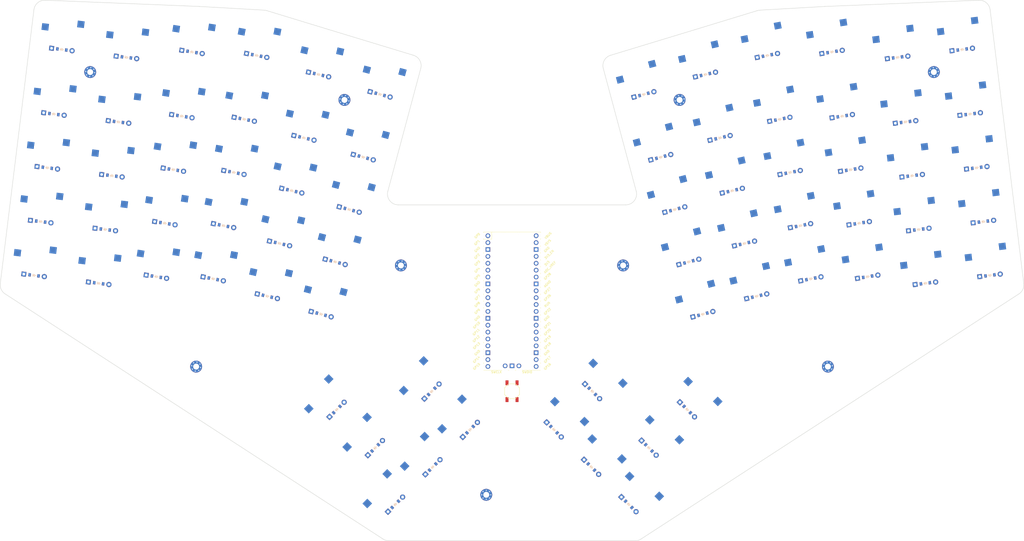
<source format=kicad_pcb>
(kicad_pcb (version 20171130) (host pcbnew 5.1.6)
  (title_block (title "gundamBowtie") (rev "v1.0.0") (company "Unknown"))
  (layers (0 F.Cu signal) (31 B.Cu signal) (34 B.Paste user) (35 F.Paste user) (36 B.SilkS user) (37 F.SilkS user) (38 B.Mask user) (39 F.Mask user) (44 Edge.Cuts user))
  (net 0 "")
  (net 1 "GP0")
  (net 2 "mods_bottom")
  (net 3 "mods_home")
  (net 4 "mods_top")
  (net 5 "mods_number")
  (net 6 "mods_function")
  (net 7 "GP1")
  (net 8 "pinky_bottom")
  (net 9 "pinky_home")
  (net 10 "pinky_top")
  (net 11 "pinky_number")
  (net 12 "pinky_function")
  (net 13 "GP2")
  (net 14 "ring_bottom")
  (net 15 "ring_home")
  (net 16 "ring_top")
  (net 17 "ring_number")
  (net 18 "ring_function")
  (net 19 "GP3")
  (net 20 "middle_bottom")
  (net 21 "middle_home")
  (net 22 "middle_top")
  (net 23 "middle_number")
  (net 24 "middle_function")
  (net 25 "GP4")
  (net 26 "index_bottom")
  (net 27 "index_home")
  (net 28 "index_top")
  (net 29 "index_number")
  (net 30 "index_function")
  (net 31 "GP5")
  (net 32 "inner_bottom")
  (net 33 "inner_home")
  (net 34 "inner_top")
  (net 35 "inner_number")
  (net 36 "inner_function")
  (net 37 "left_middle")
  (net 38 "left_top")
  (net 39 "right_middle")
  (net 40 "keysNextToBig_bottom")
  (net 41 "keysNextToBigPart2_bottom")
  (net 42 "keysNextToBigPart3_bottom")
  (net 43 "mirror_mods_bottom")
  (net 44 "mirror_mods_home")
  (net 45 "mirror_mods_top")
  (net 46 "mirror_mods_number")
  (net 47 "mirror_mods_function")
  (net 48 "mirror_pinky_bottom")
  (net 49 "mirror_pinky_home")
  (net 50 "mirror_pinky_top")
  (net 51 "mirror_pinky_number")
  (net 52 "mirror_pinky_function")
  (net 53 "mirror_ring_bottom")
  (net 54 "mirror_ring_home")
  (net 55 "mirror_ring_top")
  (net 56 "mirror_ring_number")
  (net 57 "mirror_ring_function")
  (net 58 "mirror_middle_bottom")
  (net 59 "mirror_middle_home")
  (net 60 "mirror_middle_top")
  (net 61 "mirror_middle_number")
  (net 62 "mirror_middle_function")
  (net 63 "mirror_index_bottom")
  (net 64 "mirror_index_home")
  (net 65 "mirror_index_top")
  (net 66 "mirror_index_number")
  (net 67 "mirror_index_function")
  (net 68 "mirror_inner_bottom")
  (net 69 "mirror_inner_home")
  (net 70 "mirror_inner_top")
  (net 71 "mirror_inner_number")
  (net 72 "mirror_inner_function")
  (net 73 "mirror_left_middle")
  (net 74 "mirror_left_top")
  (net 75 "mirror_right_middle")
  (net 76 "mirror_keysNextToBig_bottom")
  (net 77 "mirror_keysNextToBigPart2_bottom")
  (net 78 "mirror_keysNextToBigPart3_bottom")
  (net 79 "GP13")
  (net 80 "GP12")
  (net 81 "GP11")
  (net 82 "GP10")
  (net 83 "GP9")
  (net 84 "GP14")
  (net 85 "GP15")
  (net 86 "GP18")
  (net 87 "GP19")
  (net 88 "GP20")
  (net 89 "GP21")
  (net 90 "GP22")
  (net 91 "GP17")
  (net 92 "GP16")
  (net 93 "GP6")
  (net 94 "GP7")
  (net 95 "GP8")
  (net 96 "GP26")
  (net 97 "GP27")
  (net 98 "GP28")
  (net 99 "RUN")
  (net 100 "ADC_VREF")
  (net 101 "3V3")
  (net 102 "3V3_EN")
  (net 103 "VSYS")
  (net 104 "VBUS")
  (net 105 "GND")
  (net 106 "AGND")
  (net 107 "SWCLK")
  (net 108 "SWDIO")
  (module MX (layer F.Cu) (at 41.3861516 135.3225275 -7)
    (fp_text reference "S1" hide)
    (fp_text value "" hide)
    (pad "" np_thru_hole circle (at 0 0) (size 3.9878 3.9878) (drill 3.9878) (layers *.Cu *.Mask))
    (pad "" np_thru_hole circle (at 5.08 0) (size 1.7018 1.7018) (drill 1.7018) (layers *.Cu *.Mask))
    (pad "" np_thru_hole circle (at -5.08 0) (size 1.7018 1.7018) (drill 1.7018) (layers *.Cu *.Mask))
    (pad "" np_thru_hole circle (at 2.54 -5.08) (size 3 3) (drill 3) (layers *.Cu *.Mask))
    (pad "" np_thru_hole circle (at -3.81 -2.54) (size 3 3) (drill 3) (layers *.Cu *.Mask))
    (pad 1 smd rect (at -7.085 -2.54 -7) (size 2.55 2.5) (layers B.Cu B.Paste B.Mask) (net 1 "GP0"))
    (pad 2 smd rect (at 5.842 -5.08 -7) (size 2.55 2.5) (layers B.Cu B.Paste B.Mask) (net 2 "mods_bottom"))
  )
  (module MX (layer F.Cu) (at 43.8235385 115.4716045 -7)
    (fp_text reference "S2" hide)
    (fp_text value "" hide)
    (pad "" np_thru_hole circle (at 0 0) (size 3.9878 3.9878) (drill 3.9878) (layers *.Cu *.Mask))
    (pad "" np_thru_hole circle (at 5.08 0) (size 1.7018 1.7018) (drill 1.7018) (layers *.Cu *.Mask))
    (pad "" np_thru_hole circle (at -5.08 0) (size 1.7018 1.7018) (drill 1.7018) (layers *.Cu *.Mask))
    (pad "" np_thru_hole circle (at 2.54 -5.08) (size 3 3) (drill 3) (layers *.Cu *.Mask))
    (pad "" np_thru_hole circle (at -3.81 -2.54) (size 3 3) (drill 3) (layers *.Cu *.Mask))
    (pad 1 smd rect (at -7.085 -2.54 -7) (size 2.55 2.5) (layers B.Cu B.Paste B.Mask) (net 1 "GP0"))
    (pad 2 smd rect (at 5.842 -5.08 -7) (size 2.55 2.5) (layers B.Cu B.Paste B.Mask) (net 3 "mods_home"))
  )
  (module MX (layer F.Cu) (at 46.2609253 95.6206814 -7)
    (fp_text reference "S3" hide)
    (fp_text value "" hide)
    (pad "" np_thru_hole circle (at 0 0) (size 3.9878 3.9878) (drill 3.9878) (layers *.Cu *.Mask))
    (pad "" np_thru_hole circle (at 5.08 0) (size 1.7018 1.7018) (drill 1.7018) (layers *.Cu *.Mask))
    (pad "" np_thru_hole circle (at -5.08 0) (size 1.7018 1.7018) (drill 1.7018) (layers *.Cu *.Mask))
    (pad "" np_thru_hole circle (at 2.54 -5.08) (size 3 3) (drill 3) (layers *.Cu *.Mask))
    (pad "" np_thru_hole circle (at -3.81 -2.54) (size 3 3) (drill 3) (layers *.Cu *.Mask))
    (pad 1 smd rect (at -7.085 -2.54 -7) (size 2.55 2.5) (layers B.Cu B.Paste B.Mask) (net 1 "GP0"))
    (pad 2 smd rect (at 5.842 -5.08 -7) (size 2.55 2.5) (layers B.Cu B.Paste B.Mask) (net 4 "mods_top"))
  )
  (module MX (layer F.Cu) (at 48.6983122 75.7697584 -7)
    (fp_text reference "S4" hide)
    (fp_text value "" hide)
    (pad "" np_thru_hole circle (at 0 0) (size 3.9878 3.9878) (drill 3.9878) (layers *.Cu *.Mask))
    (pad "" np_thru_hole circle (at 5.08 0) (size 1.7018 1.7018) (drill 1.7018) (layers *.Cu *.Mask))
    (pad "" np_thru_hole circle (at -5.08 0) (size 1.7018 1.7018) (drill 1.7018) (layers *.Cu *.Mask))
    (pad "" np_thru_hole circle (at 2.54 -5.08) (size 3 3) (drill 3) (layers *.Cu *.Mask))
    (pad "" np_thru_hole circle (at -3.81 -2.54) (size 3 3) (drill 3) (layers *.Cu *.Mask))
    (pad 1 smd rect (at -7.085 -2.54 -7) (size 2.55 2.5) (layers B.Cu B.Paste B.Mask) (net 1 "GP0"))
    (pad 2 smd rect (at 5.842 -5.08 -7) (size 2.55 2.5) (layers B.Cu B.Paste B.Mask) (net 5 "mods_number"))
  )
  (module MX (layer F.Cu) (at 51.6231765 51.9486508 -7)
    (fp_text reference "S5" hide)
    (fp_text value "" hide)
    (pad "" np_thru_hole circle (at 0 0) (size 3.9878 3.9878) (drill 3.9878) (layers *.Cu *.Mask))
    (pad "" np_thru_hole circle (at 5.08 0) (size 1.7018 1.7018) (drill 1.7018) (layers *.Cu *.Mask))
    (pad "" np_thru_hole circle (at -5.08 0) (size 1.7018 1.7018) (drill 1.7018) (layers *.Cu *.Mask))
    (pad "" np_thru_hole circle (at 2.54 -5.08) (size 3 3) (drill 3) (layers *.Cu *.Mask))
    (pad "" np_thru_hole circle (at -3.81 -2.54) (size 3 3) (drill 3) (layers *.Cu *.Mask))
    (pad 1 smd rect (at -7.085 -2.54 -7) (size 2.55 2.5) (layers B.Cu B.Paste B.Mask) (net 1 "GP0"))
    (pad 2 smd rect (at 5.842 -5.08 -7) (size 2.55 2.5) (layers B.Cu B.Paste B.Mask) (net 6 "mods_function"))
  )
  (module MX (layer F.Cu) (at 65.2072591 138.2473918 -7)
    (fp_text reference "S6" hide)
    (fp_text value "" hide)
    (pad "" np_thru_hole circle (at 0 0) (size 3.9878 3.9878) (drill 3.9878) (layers *.Cu *.Mask))
    (pad "" np_thru_hole circle (at 5.08 0) (size 1.7018 1.7018) (drill 1.7018) (layers *.Cu *.Mask))
    (pad "" np_thru_hole circle (at -5.08 0) (size 1.7018 1.7018) (drill 1.7018) (layers *.Cu *.Mask))
    (pad "" np_thru_hole circle (at 2.54 -5.08) (size 3 3) (drill 3) (layers *.Cu *.Mask))
    (pad "" np_thru_hole circle (at -3.81 -2.54) (size 3 3) (drill 3) (layers *.Cu *.Mask))
    (pad 1 smd rect (at -7.085 -2.54 -7) (size 2.55 2.5) (layers B.Cu B.Paste B.Mask) (net 7 "GP1"))
    (pad 2 smd rect (at 5.842 -5.08 -7) (size 2.55 2.5) (layers B.Cu B.Paste B.Mask) (net 8 "pinky_bottom"))
  )
  (module MX (layer F.Cu) (at 67.644646 118.3964687 -7)
    (fp_text reference "S7" hide)
    (fp_text value "" hide)
    (pad "" np_thru_hole circle (at 0 0) (size 3.9878 3.9878) (drill 3.9878) (layers *.Cu *.Mask))
    (pad "" np_thru_hole circle (at 5.08 0) (size 1.7018 1.7018) (drill 1.7018) (layers *.Cu *.Mask))
    (pad "" np_thru_hole circle (at -5.08 0) (size 1.7018 1.7018) (drill 1.7018) (layers *.Cu *.Mask))
    (pad "" np_thru_hole circle (at 2.54 -5.08) (size 3 3) (drill 3) (layers *.Cu *.Mask))
    (pad "" np_thru_hole circle (at -3.81 -2.54) (size 3 3) (drill 3) (layers *.Cu *.Mask))
    (pad 1 smd rect (at -7.085 -2.54 -7) (size 2.55 2.5) (layers B.Cu B.Paste B.Mask) (net 7 "GP1"))
    (pad 2 smd rect (at 5.842 -5.08 -7) (size 2.55 2.5) (layers B.Cu B.Paste B.Mask) (net 9 "pinky_home"))
  )
  (module MX (layer F.Cu) (at 70.0820329 98.5455457 -7)
    (fp_text reference "S8" hide)
    (fp_text value "" hide)
    (pad "" np_thru_hole circle (at 0 0) (size 3.9878 3.9878) (drill 3.9878) (layers *.Cu *.Mask))
    (pad "" np_thru_hole circle (at 5.08 0) (size 1.7018 1.7018) (drill 1.7018) (layers *.Cu *.Mask))
    (pad "" np_thru_hole circle (at -5.08 0) (size 1.7018 1.7018) (drill 1.7018) (layers *.Cu *.Mask))
    (pad "" np_thru_hole circle (at 2.54 -5.08) (size 3 3) (drill 3) (layers *.Cu *.Mask))
    (pad "" np_thru_hole circle (at -3.81 -2.54) (size 3 3) (drill 3) (layers *.Cu *.Mask))
    (pad 1 smd rect (at -7.085 -2.54 -7) (size 2.55 2.5) (layers B.Cu B.Paste B.Mask) (net 7 "GP1"))
    (pad 2 smd rect (at 5.842 -5.08 -7) (size 2.55 2.5) (layers B.Cu B.Paste B.Mask) (net 10 "pinky_top"))
  )
  (module MX (layer F.Cu) (at 72.5194198 78.6946226 -7)
    (fp_text reference "S9" hide)
    (fp_text value "" hide)
    (pad "" np_thru_hole circle (at 0 0) (size 3.9878 3.9878) (drill 3.9878) (layers *.Cu *.Mask))
    (pad "" np_thru_hole circle (at 5.08 0) (size 1.7018 1.7018) (drill 1.7018) (layers *.Cu *.Mask))
    (pad "" np_thru_hole circle (at -5.08 0) (size 1.7018 1.7018) (drill 1.7018) (layers *.Cu *.Mask))
    (pad "" np_thru_hole circle (at 2.54 -5.08) (size 3 3) (drill 3) (layers *.Cu *.Mask))
    (pad "" np_thru_hole circle (at -3.81 -2.54) (size 3 3) (drill 3) (layers *.Cu *.Mask))
    (pad 1 smd rect (at -7.085 -2.54 -7) (size 2.55 2.5) (layers B.Cu B.Paste B.Mask) (net 7 "GP1"))
    (pad 2 smd rect (at 5.842 -5.08 -7) (size 2.55 2.5) (layers B.Cu B.Paste B.Mask) (net 11 "pinky_number"))
  )
  (module MX (layer F.Cu) (at 75.4442841 54.873515 -7)
    (fp_text reference "S10" hide)
    (fp_text value "" hide)
    (pad "" np_thru_hole circle (at 0 0) (size 3.9878 3.9878) (drill 3.9878) (layers *.Cu *.Mask))
    (pad "" np_thru_hole circle (at 5.08 0) (size 1.7018 1.7018) (drill 1.7018) (layers *.Cu *.Mask))
    (pad "" np_thru_hole circle (at -5.08 0) (size 1.7018 1.7018) (drill 1.7018) (layers *.Cu *.Mask))
    (pad "" np_thru_hole circle (at 2.54 -5.08) (size 3 3) (drill 3) (layers *.Cu *.Mask))
    (pad "" np_thru_hole circle (at -3.81 -2.54) (size 3 3) (drill 3) (layers *.Cu *.Mask))
    (pad 1 smd rect (at -7.085 -2.54 -7) (size 2.55 2.5) (layers B.Cu B.Paste B.Mask) (net 7 "GP1"))
    (pad 2 smd rect (at 5.842 -5.08 -7) (size 2.55 2.5) (layers B.Cu B.Paste B.Mask) (net 12 "pinky_function"))
  )
  (module MX (layer F.Cu) (at 86.6600751 135.8439172 -9)
    (fp_text reference "S11" hide)
    (fp_text value "" hide)
    (pad "" np_thru_hole circle (at 0 0) (size 3.9878 3.9878) (drill 3.9878) (layers *.Cu *.Mask))
    (pad "" np_thru_hole circle (at 5.08 0) (size 1.7018 1.7018) (drill 1.7018) (layers *.Cu *.Mask))
    (pad "" np_thru_hole circle (at -5.08 0) (size 1.7018 1.7018) (drill 1.7018) (layers *.Cu *.Mask))
    (pad "" np_thru_hole circle (at 2.54 -5.08) (size 3 3) (drill 3) (layers *.Cu *.Mask))
    (pad "" np_thru_hole circle (at -3.81 -2.54) (size 3 3) (drill 3) (layers *.Cu *.Mask))
    (pad 1 smd rect (at -7.085 -2.54 -9) (size 2.55 2.5) (layers B.Cu B.Paste B.Mask) (net 13 "GP2"))
    (pad 2 smd rect (at 5.842 -5.08 -9) (size 2.55 2.5) (layers B.Cu B.Paste B.Mask) (net 14 "ring_bottom"))
  )
  (module MX (layer F.Cu) (at 89.7887644 116.0901504 -9)
    (fp_text reference "S12" hide)
    (fp_text value "" hide)
    (pad "" np_thru_hole circle (at 0 0) (size 3.9878 3.9878) (drill 3.9878) (layers *.Cu *.Mask))
    (pad "" np_thru_hole circle (at 5.08 0) (size 1.7018 1.7018) (drill 1.7018) (layers *.Cu *.Mask))
    (pad "" np_thru_hole circle (at -5.08 0) (size 1.7018 1.7018) (drill 1.7018) (layers *.Cu *.Mask))
    (pad "" np_thru_hole circle (at 2.54 -5.08) (size 3 3) (drill 3) (layers *.Cu *.Mask))
    (pad "" np_thru_hole circle (at -3.81 -2.54) (size 3 3) (drill 3) (layers *.Cu *.Mask))
    (pad 1 smd rect (at -7.085 -2.54 -9) (size 2.55 2.5) (layers B.Cu B.Paste B.Mask) (net 13 "GP2"))
    (pad 2 smd rect (at 5.842 -5.08 -9) (size 2.55 2.5) (layers B.Cu B.Paste B.Mask) (net 15 "ring_home"))
  )
  (module MX (layer F.Cu) (at 92.9174536 96.3363836 -9)
    (fp_text reference "S13" hide)
    (fp_text value "" hide)
    (pad "" np_thru_hole circle (at 0 0) (size 3.9878 3.9878) (drill 3.9878) (layers *.Cu *.Mask))
    (pad "" np_thru_hole circle (at 5.08 0) (size 1.7018 1.7018) (drill 1.7018) (layers *.Cu *.Mask))
    (pad "" np_thru_hole circle (at -5.08 0) (size 1.7018 1.7018) (drill 1.7018) (layers *.Cu *.Mask))
    (pad "" np_thru_hole circle (at 2.54 -5.08) (size 3 3) (drill 3) (layers *.Cu *.Mask))
    (pad "" np_thru_hole circle (at -3.81 -2.54) (size 3 3) (drill 3) (layers *.Cu *.Mask))
    (pad 1 smd rect (at -7.085 -2.54 -9) (size 2.55 2.5) (layers B.Cu B.Paste B.Mask) (net 13 "GP2"))
    (pad 2 smd rect (at 5.842 -5.08 -9) (size 2.55 2.5) (layers B.Cu B.Paste B.Mask) (net 16 "ring_top"))
  )
  (module MX (layer F.Cu) (at 96.0461429 76.5826168 -9)
    (fp_text reference "S14" hide)
    (fp_text value "" hide)
    (pad "" np_thru_hole circle (at 0 0) (size 3.9878 3.9878) (drill 3.9878) (layers *.Cu *.Mask))
    (pad "" np_thru_hole circle (at 5.08 0) (size 1.7018 1.7018) (drill 1.7018) (layers *.Cu *.Mask))
    (pad "" np_thru_hole circle (at -5.08 0) (size 1.7018 1.7018) (drill 1.7018) (layers *.Cu *.Mask))
    (pad "" np_thru_hole circle (at 2.54 -5.08) (size 3 3) (drill 3) (layers *.Cu *.Mask))
    (pad "" np_thru_hole circle (at -3.81 -2.54) (size 3 3) (drill 3) (layers *.Cu *.Mask))
    (pad 1 smd rect (at -7.085 -2.54 -9) (size 2.55 2.5) (layers B.Cu B.Paste B.Mask) (net 13 "GP2"))
    (pad 2 smd rect (at 5.842 -5.08 -9) (size 2.55 2.5) (layers B.Cu B.Paste B.Mask) (net 17 "ring_number"))
  )
  (module MX (layer F.Cu) (at 99.8005701 52.8780966 -9)
    (fp_text reference "S15" hide)
    (fp_text value "" hide)
    (pad "" np_thru_hole circle (at 0 0) (size 3.9878 3.9878) (drill 3.9878) (layers *.Cu *.Mask))
    (pad "" np_thru_hole circle (at 5.08 0) (size 1.7018 1.7018) (drill 1.7018) (layers *.Cu *.Mask))
    (pad "" np_thru_hole circle (at -5.08 0) (size 1.7018 1.7018) (drill 1.7018) (layers *.Cu *.Mask))
    (pad "" np_thru_hole circle (at 2.54 -5.08) (size 3 3) (drill 3) (layers *.Cu *.Mask))
    (pad "" np_thru_hole circle (at -3.81 -2.54) (size 3 3) (drill 3) (layers *.Cu *.Mask))
    (pad 1 smd rect (at -7.085 -2.54 -9) (size 2.55 2.5) (layers B.Cu B.Paste B.Mask) (net 13 "GP2"))
    (pad 2 smd rect (at 5.842 -5.08 -9) (size 2.55 2.5) (layers B.Cu B.Paste B.Mask) (net 18 "ring_function"))
  )
  (module MX (layer F.Cu) (at 107.7926165 136.6598201 -11)
    (fp_text reference "S16" hide)
    (fp_text value "" hide)
    (pad "" np_thru_hole circle (at 0 0) (size 3.9878 3.9878) (drill 3.9878) (layers *.Cu *.Mask))
    (pad "" np_thru_hole circle (at 5.08 0) (size 1.7018 1.7018) (drill 1.7018) (layers *.Cu *.Mask))
    (pad "" np_thru_hole circle (at -5.08 0) (size 1.7018 1.7018) (drill 1.7018) (layers *.Cu *.Mask))
    (pad "" np_thru_hole circle (at 2.54 -5.08) (size 3 3) (drill 3) (layers *.Cu *.Mask))
    (pad "" np_thru_hole circle (at -3.81 -2.54) (size 3 3) (drill 3) (layers *.Cu *.Mask))
    (pad 1 smd rect (at -7.085 -2.54 -11) (size 2.55 2.5) (layers B.Cu B.Paste B.Mask) (net 19 "GP3"))
    (pad 2 smd rect (at 5.842 -5.08 -11) (size 2.55 2.5) (layers B.Cu B.Paste B.Mask) (net 20 "middle_bottom"))
  )
  (module MX (layer F.Cu) (at 111.6087964 117.0272764 -11)
    (fp_text reference "S17" hide)
    (fp_text value "" hide)
    (pad "" np_thru_hole circle (at 0 0) (size 3.9878 3.9878) (drill 3.9878) (layers *.Cu *.Mask))
    (pad "" np_thru_hole circle (at 5.08 0) (size 1.7018 1.7018) (drill 1.7018) (layers *.Cu *.Mask))
    (pad "" np_thru_hole circle (at -5.08 0) (size 1.7018 1.7018) (drill 1.7018) (layers *.Cu *.Mask))
    (pad "" np_thru_hole circle (at 2.54 -5.08) (size 3 3) (drill 3) (layers *.Cu *.Mask))
    (pad "" np_thru_hole circle (at -3.81 -2.54) (size 3 3) (drill 3) (layers *.Cu *.Mask))
    (pad 1 smd rect (at -7.085 -2.54 -11) (size 2.55 2.5) (layers B.Cu B.Paste B.Mask) (net 19 "GP3"))
    (pad 2 smd rect (at 5.842 -5.08 -11) (size 2.55 2.5) (layers B.Cu B.Paste B.Mask) (net 21 "middle_home"))
  )
  (module MX (layer F.Cu) (at 115.4249763 97.3947328 -11)
    (fp_text reference "S18" hide)
    (fp_text value "" hide)
    (pad "" np_thru_hole circle (at 0 0) (size 3.9878 3.9878) (drill 3.9878) (layers *.Cu *.Mask))
    (pad "" np_thru_hole circle (at 5.08 0) (size 1.7018 1.7018) (drill 1.7018) (layers *.Cu *.Mask))
    (pad "" np_thru_hole circle (at -5.08 0) (size 1.7018 1.7018) (drill 1.7018) (layers *.Cu *.Mask))
    (pad "" np_thru_hole circle (at 2.54 -5.08) (size 3 3) (drill 3) (layers *.Cu *.Mask))
    (pad "" np_thru_hole circle (at -3.81 -2.54) (size 3 3) (drill 3) (layers *.Cu *.Mask))
    (pad 1 smd rect (at -7.085 -2.54 -11) (size 2.55 2.5) (layers B.Cu B.Paste B.Mask) (net 19 "GP3"))
    (pad 2 smd rect (at 5.842 -5.08 -11) (size 2.55 2.5) (layers B.Cu B.Paste B.Mask) (net 22 "middle_top"))
  )
  (module MX (layer F.Cu) (at 119.2411561 77.7621891 -11)
    (fp_text reference "S19" hide)
    (fp_text value "" hide)
    (pad "" np_thru_hole circle (at 0 0) (size 3.9878 3.9878) (drill 3.9878) (layers *.Cu *.Mask))
    (pad "" np_thru_hole circle (at 5.08 0) (size 1.7018 1.7018) (drill 1.7018) (layers *.Cu *.Mask))
    (pad "" np_thru_hole circle (at -5.08 0) (size 1.7018 1.7018) (drill 1.7018) (layers *.Cu *.Mask))
    (pad "" np_thru_hole circle (at 2.54 -5.08) (size 3 3) (drill 3) (layers *.Cu *.Mask))
    (pad "" np_thru_hole circle (at -3.81 -2.54) (size 3 3) (drill 3) (layers *.Cu *.Mask))
    (pad 1 smd rect (at -7.085 -2.54 -11) (size 2.55 2.5) (layers B.Cu B.Paste B.Mask) (net 19 "GP3"))
    (pad 2 smd rect (at 5.842 -5.08 -11) (size 2.55 2.5) (layers B.Cu B.Paste B.Mask) (net 23 "middle_number"))
  )
  (module MX (layer F.Cu) (at 123.820572 54.2031367 -11)
    (fp_text reference "S20" hide)
    (fp_text value "" hide)
    (pad "" np_thru_hole circle (at 0 0) (size 3.9878 3.9878) (drill 3.9878) (layers *.Cu *.Mask))
    (pad "" np_thru_hole circle (at 5.08 0) (size 1.7018 1.7018) (drill 1.7018) (layers *.Cu *.Mask))
    (pad "" np_thru_hole circle (at -5.08 0) (size 1.7018 1.7018) (drill 1.7018) (layers *.Cu *.Mask))
    (pad "" np_thru_hole circle (at 2.54 -5.08) (size 3 3) (drill 3) (layers *.Cu *.Mask))
    (pad "" np_thru_hole circle (at -3.81 -2.54) (size 3 3) (drill 3) (layers *.Cu *.Mask))
    (pad 1 smd rect (at -7.085 -2.54 -11) (size 2.55 2.5) (layers B.Cu B.Paste B.Mask) (net 19 "GP3"))
    (pad 2 smd rect (at 5.842 -5.08 -11) (size 2.55 2.5) (layers B.Cu B.Paste B.Mask) (net 24 "middle_function"))
  )
  (module MX (layer F.Cu) (at 127.9297648 143.1208771 -13)
    (fp_text reference "S21" hide)
    (fp_text value "" hide)
    (pad "" np_thru_hole circle (at 0 0) (size 3.9878 3.9878) (drill 3.9878) (layers *.Cu *.Mask))
    (pad "" np_thru_hole circle (at 5.08 0) (size 1.7018 1.7018) (drill 1.7018) (layers *.Cu *.Mask))
    (pad "" np_thru_hole circle (at -5.08 0) (size 1.7018 1.7018) (drill 1.7018) (layers *.Cu *.Mask))
    (pad "" np_thru_hole circle (at 2.54 -5.08) (size 3 3) (drill 3) (layers *.Cu *.Mask))
    (pad "" np_thru_hole circle (at -3.81 -2.54) (size 3 3) (drill 3) (layers *.Cu *.Mask))
    (pad 1 smd rect (at -7.085 -2.54 -13) (size 2.55 2.5) (layers B.Cu B.Paste B.Mask) (net 25 "GP4"))
    (pad 2 smd rect (at 5.842 -5.08 -13) (size 2.55 2.5) (layers B.Cu B.Paste B.Mask) (net 26 "index_bottom"))
  )
  (module MX (layer F.Cu) (at 132.4287859 123.6334758 -13)
    (fp_text reference "S22" hide)
    (fp_text value "" hide)
    (pad "" np_thru_hole circle (at 0 0) (size 3.9878 3.9878) (drill 3.9878) (layers *.Cu *.Mask))
    (pad "" np_thru_hole circle (at 5.08 0) (size 1.7018 1.7018) (drill 1.7018) (layers *.Cu *.Mask))
    (pad "" np_thru_hole circle (at -5.08 0) (size 1.7018 1.7018) (drill 1.7018) (layers *.Cu *.Mask))
    (pad "" np_thru_hole circle (at 2.54 -5.08) (size 3 3) (drill 3) (layers *.Cu *.Mask))
    (pad "" np_thru_hole circle (at -3.81 -2.54) (size 3 3) (drill 3) (layers *.Cu *.Mask))
    (pad 1 smd rect (at -7.085 -2.54 -13) (size 2.55 2.5) (layers B.Cu B.Paste B.Mask) (net 25 "GP4"))
    (pad 2 smd rect (at 5.842 -5.08 -13) (size 2.55 2.5) (layers B.Cu B.Paste B.Mask) (net 27 "index_home"))
  )
  (module MX (layer F.Cu) (at 136.927807 104.1460746 -13)
    (fp_text reference "S23" hide)
    (fp_text value "" hide)
    (pad "" np_thru_hole circle (at 0 0) (size 3.9878 3.9878) (drill 3.9878) (layers *.Cu *.Mask))
    (pad "" np_thru_hole circle (at 5.08 0) (size 1.7018 1.7018) (drill 1.7018) (layers *.Cu *.Mask))
    (pad "" np_thru_hole circle (at -5.08 0) (size 1.7018 1.7018) (drill 1.7018) (layers *.Cu *.Mask))
    (pad "" np_thru_hole circle (at 2.54 -5.08) (size 3 3) (drill 3) (layers *.Cu *.Mask))
    (pad "" np_thru_hole circle (at -3.81 -2.54) (size 3 3) (drill 3) (layers *.Cu *.Mask))
    (pad 1 smd rect (at -7.085 -2.54 -13) (size 2.55 2.5) (layers B.Cu B.Paste B.Mask) (net 25 "GP4"))
    (pad 2 smd rect (at 5.842 -5.08 -13) (size 2.55 2.5) (layers B.Cu B.Paste B.Mask) (net 28 "index_top"))
  )
  (module MX (layer F.Cu) (at 141.4268281 84.6586733 -13)
    (fp_text reference "S24" hide)
    (fp_text value "" hide)
    (pad "" np_thru_hole circle (at 0 0) (size 3.9878 3.9878) (drill 3.9878) (layers *.Cu *.Mask))
    (pad "" np_thru_hole circle (at 5.08 0) (size 1.7018 1.7018) (drill 1.7018) (layers *.Cu *.Mask))
    (pad "" np_thru_hole circle (at -5.08 0) (size 1.7018 1.7018) (drill 1.7018) (layers *.Cu *.Mask))
    (pad "" np_thru_hole circle (at 2.54 -5.08) (size 3 3) (drill 3) (layers *.Cu *.Mask))
    (pad "" np_thru_hole circle (at -3.81 -2.54) (size 3 3) (drill 3) (layers *.Cu *.Mask))
    (pad 1 smd rect (at -7.085 -2.54 -13) (size 2.55 2.5) (layers B.Cu B.Paste B.Mask) (net 25 "GP4"))
    (pad 2 smd rect (at 5.842 -5.08 -13) (size 2.55 2.5) (layers B.Cu B.Paste B.Mask) (net 29 "index_number"))
  )
  (module MX (layer F.Cu) (at 146.8256534 61.2737918 -13)
    (fp_text reference "S25" hide)
    (fp_text value "" hide)
    (pad "" np_thru_hole circle (at 0 0) (size 3.9878 3.9878) (drill 3.9878) (layers *.Cu *.Mask))
    (pad "" np_thru_hole circle (at 5.08 0) (size 1.7018 1.7018) (drill 1.7018) (layers *.Cu *.Mask))
    (pad "" np_thru_hole circle (at -5.08 0) (size 1.7018 1.7018) (drill 1.7018) (layers *.Cu *.Mask))
    (pad "" np_thru_hole circle (at 2.54 -5.08) (size 3 3) (drill 3) (layers *.Cu *.Mask))
    (pad "" np_thru_hole circle (at -3.81 -2.54) (size 3 3) (drill 3) (layers *.Cu *.Mask))
    (pad 1 smd rect (at -7.085 -2.54 -13) (size 2.55 2.5) (layers B.Cu B.Paste B.Mask) (net 25 "GP4"))
    (pad 2 smd rect (at 5.842 -5.08 -13) (size 2.55 2.5) (layers B.Cu B.Paste B.Mask) (net 30 "index_function"))
  )
  (module MX (layer F.Cu) (at 147.9416341 149.7935893 -15)
    (fp_text reference "S26" hide)
    (fp_text value "" hide)
    (pad "" np_thru_hole circle (at 0 0) (size 3.9878 3.9878) (drill 3.9878) (layers *.Cu *.Mask))
    (pad "" np_thru_hole circle (at 5.08 0) (size 1.7018 1.7018) (drill 1.7018) (layers *.Cu *.Mask))
    (pad "" np_thru_hole circle (at -5.08 0) (size 1.7018 1.7018) (drill 1.7018) (layers *.Cu *.Mask))
    (pad "" np_thru_hole circle (at 2.54 -5.08) (size 3 3) (drill 3) (layers *.Cu *.Mask))
    (pad "" np_thru_hole circle (at -3.81 -2.54) (size 3 3) (drill 3) (layers *.Cu *.Mask))
    (pad 1 smd rect (at -7.085 -2.54 -15) (size 2.55 2.5) (layers B.Cu B.Paste B.Mask) (net 31 "GP5"))
    (pad 2 smd rect (at 5.842 -5.08 -15) (size 2.55 2.5) (layers B.Cu B.Paste B.Mask) (net 32 "inner_bottom"))
  )
  (module MX (layer F.Cu) (at 153.118015 130.4750728 -15)
    (fp_text reference "S27" hide)
    (fp_text value "" hide)
    (pad "" np_thru_hole circle (at 0 0) (size 3.9878 3.9878) (drill 3.9878) (layers *.Cu *.Mask))
    (pad "" np_thru_hole circle (at 5.08 0) (size 1.7018 1.7018) (drill 1.7018) (layers *.Cu *.Mask))
    (pad "" np_thru_hole circle (at -5.08 0) (size 1.7018 1.7018) (drill 1.7018) (layers *.Cu *.Mask))
    (pad "" np_thru_hole circle (at 2.54 -5.08) (size 3 3) (drill 3) (layers *.Cu *.Mask))
    (pad "" np_thru_hole circle (at -3.81 -2.54) (size 3 3) (drill 3) (layers *.Cu *.Mask))
    (pad 1 smd rect (at -7.085 -2.54 -15) (size 2.55 2.5) (layers B.Cu B.Paste B.Mask) (net 31 "GP5"))
    (pad 2 smd rect (at 5.842 -5.08 -15) (size 2.55 2.5) (layers B.Cu B.Paste B.Mask) (net 33 "inner_home"))
  )
  (module MX (layer F.Cu) (at 158.2943959 111.1565563 -15)
    (fp_text reference "S28" hide)
    (fp_text value "" hide)
    (pad "" np_thru_hole circle (at 0 0) (size 3.9878 3.9878) (drill 3.9878) (layers *.Cu *.Mask))
    (pad "" np_thru_hole circle (at 5.08 0) (size 1.7018 1.7018) (drill 1.7018) (layers *.Cu *.Mask))
    (pad "" np_thru_hole circle (at -5.08 0) (size 1.7018 1.7018) (drill 1.7018) (layers *.Cu *.Mask))
    (pad "" np_thru_hole circle (at 2.54 -5.08) (size 3 3) (drill 3) (layers *.Cu *.Mask))
    (pad "" np_thru_hole circle (at -3.81 -2.54) (size 3 3) (drill 3) (layers *.Cu *.Mask))
    (pad 1 smd rect (at -7.085 -2.54 -15) (size 2.55 2.5) (layers B.Cu B.Paste B.Mask) (net 31 "GP5"))
    (pad 2 smd rect (at 5.842 -5.08 -15) (size 2.55 2.5) (layers B.Cu B.Paste B.Mask) (net 34 "inner_top"))
  )
  (module MX (layer F.Cu) (at 163.4707768 91.8380398 -15)
    (fp_text reference "S29" hide)
    (fp_text value "" hide)
    (pad "" np_thru_hole circle (at 0 0) (size 3.9878 3.9878) (drill 3.9878) (layers *.Cu *.Mask))
    (pad "" np_thru_hole circle (at 5.08 0) (size 1.7018 1.7018) (drill 1.7018) (layers *.Cu *.Mask))
    (pad "" np_thru_hole circle (at -5.08 0) (size 1.7018 1.7018) (drill 1.7018) (layers *.Cu *.Mask))
    (pad "" np_thru_hole circle (at 2.54 -5.08) (size 3 3) (drill 3) (layers *.Cu *.Mask))
    (pad "" np_thru_hole circle (at -3.81 -2.54) (size 3 3) (drill 3) (layers *.Cu *.Mask))
    (pad 1 smd rect (at -7.085 -2.54 -15) (size 2.55 2.5) (layers B.Cu B.Paste B.Mask) (net 31 "GP5"))
    (pad 2 smd rect (at 5.842 -5.08 -15) (size 2.55 2.5) (layers B.Cu B.Paste B.Mask) (net 35 "inner_number"))
  )
  (module MX (layer F.Cu) (at 169.6824339 68.6558199 -15)
    (fp_text reference "S30" hide)
    (fp_text value "" hide)
    (pad "" np_thru_hole circle (at 0 0) (size 3.9878 3.9878) (drill 3.9878) (layers *.Cu *.Mask))
    (pad "" np_thru_hole circle (at 5.08 0) (size 1.7018 1.7018) (drill 1.7018) (layers *.Cu *.Mask))
    (pad "" np_thru_hole circle (at -5.08 0) (size 1.7018 1.7018) (drill 1.7018) (layers *.Cu *.Mask))
    (pad "" np_thru_hole circle (at 2.54 -5.08) (size 3 3) (drill 3) (layers *.Cu *.Mask))
    (pad "" np_thru_hole circle (at -3.81 -2.54) (size 3 3) (drill 3) (layers *.Cu *.Mask))
    (pad 1 smd rect (at -7.085 -2.54 -15) (size 2.55 2.5) (layers B.Cu B.Paste B.Mask) (net 31 "GP5"))
    (pad 2 smd rect (at 5.842 -5.08 -15) (size 2.55 2.5) (layers B.Cu B.Paste B.Mask) (net 36 "inner_function"))
  )
  (module MX (layer F.Cu) (at 163.0311131 200.4242312 45)
    (fp_text reference "S31" hide)
    (fp_text value "" hide)
    (pad "" np_thru_hole circle (at 0 0) (size 3.9878 3.9878) (drill 3.9878) (layers *.Cu *.Mask))
    (pad "" np_thru_hole circle (at 5.08 0) (size 1.7018 1.7018) (drill 1.7018) (layers *.Cu *.Mask))
    (pad "" np_thru_hole circle (at -5.08 0) (size 1.7018 1.7018) (drill 1.7018) (layers *.Cu *.Mask))
    (pad "" np_thru_hole circle (at 2.54 -5.08) (size 3 3) (drill 3) (layers *.Cu *.Mask))
    (pad "" np_thru_hole circle (at -3.81 -2.54) (size 3 3) (drill 3) (layers *.Cu *.Mask))
    (pad 1 smd rect (at -7.085 -2.54 45) (size 2.55 2.5) (layers B.Cu B.Paste B.Mask) (net 7 "GP1"))
    (pad 2 smd rect (at 5.842 -5.08 45) (size 2.55 2.5) (layers B.Cu B.Paste B.Mask) (net 37 "left_middle"))
  )
  (module MX (layer F.Cu) (at 148.8889775 186.2820956 45)
    (fp_text reference "S32" hide)
    (fp_text value "" hide)
    (pad "" np_thru_hole circle (at 0 0) (size 3.9878 3.9878) (drill 3.9878) (layers *.Cu *.Mask))
    (pad "" np_thru_hole circle (at 5.08 0) (size 1.7018 1.7018) (drill 1.7018) (layers *.Cu *.Mask))
    (pad "" np_thru_hole circle (at -5.08 0) (size 1.7018 1.7018) (drill 1.7018) (layers *.Cu *.Mask))
    (pad "" np_thru_hole circle (at 2.54 -5.08) (size 3 3) (drill 3) (layers *.Cu *.Mask))
    (pad "" np_thru_hole circle (at -3.81 -2.54) (size 3 3) (drill 3) (layers *.Cu *.Mask))
    (pad 1 smd rect (at -7.085 -2.54 45) (size 2.55 2.5) (layers B.Cu B.Paste B.Mask) (net 7 "GP1"))
    (pad 2 smd rect (at 5.842 -5.08 45) (size 2.55 2.5) (layers B.Cu B.Paste B.Mask) (net 38 "left_top"))
  )
  (module MX (layer F.Cu) (at 183.8907632 179.5645812 45)
    (fp_text reference "S33" hide)
    (fp_text value "" hide)
    (pad "" np_thru_hole circle (at 0 0) (size 3.9878 3.9878) (drill 3.9878) (layers *.Cu *.Mask))
    (pad "" np_thru_hole circle (at 5.08 0) (size 1.7018 1.7018) (drill 1.7018) (layers *.Cu *.Mask))
    (pad "" np_thru_hole circle (at -5.08 0) (size 1.7018 1.7018) (drill 1.7018) (layers *.Cu *.Mask))
    (pad "" np_thru_hole circle (at 2.54 -5.08) (size 3 3) (drill 3) (layers *.Cu *.Mask))
    (pad "" np_thru_hole circle (at -3.81 -2.54) (size 3 3) (drill 3) (layers *.Cu *.Mask))
    (pad 1 smd rect (at -7.085 -2.54 45) (size 2.55 2.5) (layers B.Cu B.Paste B.Mask) (net 13 "GP2"))
    (pad 2 smd rect (at 5.842 -5.08 45) (size 2.55 2.5) (layers B.Cu B.Paste B.Mask) (net 39 "right_middle"))
  )
  (module MX (layer F.Cu) (at 170.4557344 221.2838812 45)
    (fp_text reference "S34" hide)
    (fp_text value "" hide)
    (pad "" np_thru_hole circle (at 0 0) (size 3.9878 3.9878) (drill 3.9878) (layers *.Cu *.Mask))
    (pad "" np_thru_hole circle (at 5.08 0) (size 1.7018 1.7018) (drill 1.7018) (layers *.Cu *.Mask))
    (pad "" np_thru_hole circle (at -5.08 0) (size 1.7018 1.7018) (drill 1.7018) (layers *.Cu *.Mask))
    (pad "" np_thru_hole circle (at 2.54 -5.08) (size 3 3) (drill 3) (layers *.Cu *.Mask))
    (pad "" np_thru_hole circle (at -3.81 -2.54) (size 3 3) (drill 3) (layers *.Cu *.Mask))
    (pad 1 smd rect (at -7.085 -2.54 45) (size 2.55 2.5) (layers B.Cu B.Paste B.Mask) (net 19 "GP3"))
    (pad 2 smd rect (at 5.842 -5.08 45) (size 2.55 2.5) (layers B.Cu B.Paste B.Mask) (net 40 "keysNextToBig_bottom"))
  )
  (module MX (layer F.Cu) (at 184.2443166 207.495299 45)
    (fp_text reference "S35" hide)
    (fp_text value "" hide)
    (pad "" np_thru_hole circle (at 0 0) (size 3.9878 3.9878) (drill 3.9878) (layers *.Cu *.Mask))
    (pad "" np_thru_hole circle (at 5.08 0) (size 1.7018 1.7018) (drill 1.7018) (layers *.Cu *.Mask))
    (pad "" np_thru_hole circle (at -5.08 0) (size 1.7018 1.7018) (drill 1.7018) (layers *.Cu *.Mask))
    (pad "" np_thru_hole circle (at 2.54 -5.08) (size 3 3) (drill 3) (layers *.Cu *.Mask))
    (pad "" np_thru_hole circle (at -3.81 -2.54) (size 3 3) (drill 3) (layers *.Cu *.Mask))
    (pad 1 smd rect (at -7.085 -2.54 45) (size 2.55 2.5) (layers B.Cu B.Paste B.Mask) (net 25 "GP4"))
    (pad 2 smd rect (at 5.842 -5.08 45) (size 2.55 2.5) (layers B.Cu B.Paste B.Mask) (net 41 "keysNextToBigPart2_bottom"))
  )
  (module MX (layer F.Cu) (at 198.0328988 193.7067168 45)
    (fp_text reference "S36" hide)
    (fp_text value "" hide)
    (pad "" np_thru_hole circle (at 0 0) (size 3.9878 3.9878) (drill 3.9878) (layers *.Cu *.Mask))
    (pad "" np_thru_hole circle (at 5.08 0) (size 1.7018 1.7018) (drill 1.7018) (layers *.Cu *.Mask))
    (pad "" np_thru_hole circle (at -5.08 0) (size 1.7018 1.7018) (drill 1.7018) (layers *.Cu *.Mask))
    (pad "" np_thru_hole circle (at 2.54 -5.08) (size 3 3) (drill 3) (layers *.Cu *.Mask))
    (pad "" np_thru_hole circle (at -3.81 -2.54) (size 3 3) (drill 3) (layers *.Cu *.Mask))
    (pad 1 smd rect (at -7.085 -2.54 45) (size 2.55 2.5) (layers B.Cu B.Paste B.Mask) (net 31 "GP5"))
    (pad 2 smd rect (at 5.842 -5.08 45) (size 2.55 2.5) (layers B.Cu B.Paste B.Mask) (net 42 "keysNextToBigPart3_bottom"))
  )
  (module MX (layer F.Cu) (at 392.679646 135.3225275 7)
    (fp_text reference "S37" hide)
    (fp_text value "" hide)
    (pad "" np_thru_hole circle (at 0 0) (size 3.9878 3.9878) (drill 3.9878) (layers *.Cu *.Mask))
    (pad "" np_thru_hole circle (at 5.08 0) (size 1.7018 1.7018) (drill 1.7018) (layers *.Cu *.Mask))
    (pad "" np_thru_hole circle (at -5.08 0) (size 1.7018 1.7018) (drill 1.7018) (layers *.Cu *.Mask))
    (pad "" np_thru_hole circle (at 2.54 -5.08) (size 3 3) (drill 3) (layers *.Cu *.Mask))
    (pad "" np_thru_hole circle (at -3.81 -2.54) (size 3 3) (drill 3) (layers *.Cu *.Mask))
    (pad 1 smd rect (at -7.085 -2.54 7) (size 2.55 2.5) (layers B.Cu B.Paste B.Mask) (net 1 "GP0"))
    (pad 2 smd rect (at 5.842 -5.08 7) (size 2.55 2.5) (layers B.Cu B.Paste B.Mask) (net 43 "mirror_mods_bottom"))
  )
  (module MX (layer F.Cu) (at 390.2422591 115.4716045 7)
    (fp_text reference "S38" hide)
    (fp_text value "" hide)
    (pad "" np_thru_hole circle (at 0 0) (size 3.9878 3.9878) (drill 3.9878) (layers *.Cu *.Mask))
    (pad "" np_thru_hole circle (at 5.08 0) (size 1.7018 1.7018) (drill 1.7018) (layers *.Cu *.Mask))
    (pad "" np_thru_hole circle (at -5.08 0) (size 1.7018 1.7018) (drill 1.7018) (layers *.Cu *.Mask))
    (pad "" np_thru_hole circle (at 2.54 -5.08) (size 3 3) (drill 3) (layers *.Cu *.Mask))
    (pad "" np_thru_hole circle (at -3.81 -2.54) (size 3 3) (drill 3) (layers *.Cu *.Mask))
    (pad 1 smd rect (at -7.085 -2.54 7) (size 2.55 2.5) (layers B.Cu B.Paste B.Mask) (net 1 "GP0"))
    (pad 2 smd rect (at 5.842 -5.08 7) (size 2.55 2.5) (layers B.Cu B.Paste B.Mask) (net 44 "mirror_mods_home"))
  )
  (module MX (layer F.Cu) (at 387.8048723 95.6206814 7)
    (fp_text reference "S39" hide)
    (fp_text value "" hide)
    (pad "" np_thru_hole circle (at 0 0) (size 3.9878 3.9878) (drill 3.9878) (layers *.Cu *.Mask))
    (pad "" np_thru_hole circle (at 5.08 0) (size 1.7018 1.7018) (drill 1.7018) (layers *.Cu *.Mask))
    (pad "" np_thru_hole circle (at -5.08 0) (size 1.7018 1.7018) (drill 1.7018) (layers *.Cu *.Mask))
    (pad "" np_thru_hole circle (at 2.54 -5.08) (size 3 3) (drill 3) (layers *.Cu *.Mask))
    (pad "" np_thru_hole circle (at -3.81 -2.54) (size 3 3) (drill 3) (layers *.Cu *.Mask))
    (pad 1 smd rect (at -7.085 -2.54 7) (size 2.55 2.5) (layers B.Cu B.Paste B.Mask) (net 1 "GP0"))
    (pad 2 smd rect (at 5.842 -5.08 7) (size 2.55 2.5) (layers B.Cu B.Paste B.Mask) (net 45 "mirror_mods_top"))
  )
  (module MX (layer F.Cu) (at 385.3674854 75.7697584 7)
    (fp_text reference "S40" hide)
    (fp_text value "" hide)
    (pad "" np_thru_hole circle (at 0 0) (size 3.9878 3.9878) (drill 3.9878) (layers *.Cu *.Mask))
    (pad "" np_thru_hole circle (at 5.08 0) (size 1.7018 1.7018) (drill 1.7018) (layers *.Cu *.Mask))
    (pad "" np_thru_hole circle (at -5.08 0) (size 1.7018 1.7018) (drill 1.7018) (layers *.Cu *.Mask))
    (pad "" np_thru_hole circle (at 2.54 -5.08) (size 3 3) (drill 3) (layers *.Cu *.Mask))
    (pad "" np_thru_hole circle (at -3.81 -2.54) (size 3 3) (drill 3) (layers *.Cu *.Mask))
    (pad 1 smd rect (at -7.085 -2.54 7) (size 2.55 2.5) (layers B.Cu B.Paste B.Mask) (net 1 "GP0"))
    (pad 2 smd rect (at 5.842 -5.08 7) (size 2.55 2.5) (layers B.Cu B.Paste B.Mask) (net 46 "mirror_mods_number"))
  )
  (module MX (layer F.Cu) (at 382.4426211 51.9486508 7)
    (fp_text reference "S41" hide)
    (fp_text value "" hide)
    (pad "" np_thru_hole circle (at 0 0) (size 3.9878 3.9878) (drill 3.9878) (layers *.Cu *.Mask))
    (pad "" np_thru_hole circle (at 5.08 0) (size 1.7018 1.7018) (drill 1.7018) (layers *.Cu *.Mask))
    (pad "" np_thru_hole circle (at -5.08 0) (size 1.7018 1.7018) (drill 1.7018) (layers *.Cu *.Mask))
    (pad "" np_thru_hole circle (at 2.54 -5.08) (size 3 3) (drill 3) (layers *.Cu *.Mask))
    (pad "" np_thru_hole circle (at -3.81 -2.54) (size 3 3) (drill 3) (layers *.Cu *.Mask))
    (pad 1 smd rect (at -7.085 -2.54 7) (size 2.55 2.5) (layers B.Cu B.Paste B.Mask) (net 1 "GP0"))
    (pad 2 smd rect (at 5.842 -5.08 7) (size 2.55 2.5) (layers B.Cu B.Paste B.Mask) (net 47 "mirror_mods_function"))
  )
  (module MX (layer F.Cu) (at 368.8585385 138.2473918 7)
    (fp_text reference "S42" hide)
    (fp_text value "" hide)
    (pad "" np_thru_hole circle (at 0 0) (size 3.9878 3.9878) (drill 3.9878) (layers *.Cu *.Mask))
    (pad "" np_thru_hole circle (at 5.08 0) (size 1.7018 1.7018) (drill 1.7018) (layers *.Cu *.Mask))
    (pad "" np_thru_hole circle (at -5.08 0) (size 1.7018 1.7018) (drill 1.7018) (layers *.Cu *.Mask))
    (pad "" np_thru_hole circle (at 2.54 -5.08) (size 3 3) (drill 3) (layers *.Cu *.Mask))
    (pad "" np_thru_hole circle (at -3.81 -2.54) (size 3 3) (drill 3) (layers *.Cu *.Mask))
    (pad 1 smd rect (at -7.085 -2.54 7) (size 2.55 2.5) (layers B.Cu B.Paste B.Mask) (net 7 "GP1"))
    (pad 2 smd rect (at 5.842 -5.08 7) (size 2.55 2.5) (layers B.Cu B.Paste B.Mask) (net 48 "mirror_pinky_bottom"))
  )
  (module MX (layer F.Cu) (at 366.42115160000003 118.3964687 7)
    (fp_text reference "S43" hide)
    (fp_text value "" hide)
    (pad "" np_thru_hole circle (at 0 0) (size 3.9878 3.9878) (drill 3.9878) (layers *.Cu *.Mask))
    (pad "" np_thru_hole circle (at 5.08 0) (size 1.7018 1.7018) (drill 1.7018) (layers *.Cu *.Mask))
    (pad "" np_thru_hole circle (at -5.08 0) (size 1.7018 1.7018) (drill 1.7018) (layers *.Cu *.Mask))
    (pad "" np_thru_hole circle (at 2.54 -5.08) (size 3 3) (drill 3) (layers *.Cu *.Mask))
    (pad "" np_thru_hole circle (at -3.81 -2.54) (size 3 3) (drill 3) (layers *.Cu *.Mask))
    (pad 1 smd rect (at -7.085 -2.54 7) (size 2.55 2.5) (layers B.Cu B.Paste B.Mask) (net 7 "GP1"))
    (pad 2 smd rect (at 5.842 -5.08 7) (size 2.55 2.5) (layers B.Cu B.Paste B.Mask) (net 49 "mirror_pinky_home"))
  )
  (module MX (layer F.Cu) (at 363.9837647 98.5455457 7)
    (fp_text reference "S44" hide)
    (fp_text value "" hide)
    (pad "" np_thru_hole circle (at 0 0) (size 3.9878 3.9878) (drill 3.9878) (layers *.Cu *.Mask))
    (pad "" np_thru_hole circle (at 5.08 0) (size 1.7018 1.7018) (drill 1.7018) (layers *.Cu *.Mask))
    (pad "" np_thru_hole circle (at -5.08 0) (size 1.7018 1.7018) (drill 1.7018) (layers *.Cu *.Mask))
    (pad "" np_thru_hole circle (at 2.54 -5.08) (size 3 3) (drill 3) (layers *.Cu *.Mask))
    (pad "" np_thru_hole circle (at -3.81 -2.54) (size 3 3) (drill 3) (layers *.Cu *.Mask))
    (pad 1 smd rect (at -7.085 -2.54 7) (size 2.55 2.5) (layers B.Cu B.Paste B.Mask) (net 7 "GP1"))
    (pad 2 smd rect (at 5.842 -5.08 7) (size 2.55 2.5) (layers B.Cu B.Paste B.Mask) (net 50 "mirror_pinky_top"))
  )
  (module MX (layer F.Cu) (at 361.5463778 78.6946226 7)
    (fp_text reference "S45" hide)
    (fp_text value "" hide)
    (pad "" np_thru_hole circle (at 0 0) (size 3.9878 3.9878) (drill 3.9878) (layers *.Cu *.Mask))
    (pad "" np_thru_hole circle (at 5.08 0) (size 1.7018 1.7018) (drill 1.7018) (layers *.Cu *.Mask))
    (pad "" np_thru_hole circle (at -5.08 0) (size 1.7018 1.7018) (drill 1.7018) (layers *.Cu *.Mask))
    (pad "" np_thru_hole circle (at 2.54 -5.08) (size 3 3) (drill 3) (layers *.Cu *.Mask))
    (pad "" np_thru_hole circle (at -3.81 -2.54) (size 3 3) (drill 3) (layers *.Cu *.Mask))
    (pad 1 smd rect (at -7.085 -2.54 7) (size 2.55 2.5) (layers B.Cu B.Paste B.Mask) (net 7 "GP1"))
    (pad 2 smd rect (at 5.842 -5.08 7) (size 2.55 2.5) (layers B.Cu B.Paste B.Mask) (net 51 "mirror_pinky_number"))
  )
  (module MX (layer F.Cu) (at 358.6215135 54.873515 7)
    (fp_text reference "S46" hide)
    (fp_text value "" hide)
    (pad "" np_thru_hole circle (at 0 0) (size 3.9878 3.9878) (drill 3.9878) (layers *.Cu *.Mask))
    (pad "" np_thru_hole circle (at 5.08 0) (size 1.7018 1.7018) (drill 1.7018) (layers *.Cu *.Mask))
    (pad "" np_thru_hole circle (at -5.08 0) (size 1.7018 1.7018) (drill 1.7018) (layers *.Cu *.Mask))
    (pad "" np_thru_hole circle (at 2.54 -5.08) (size 3 3) (drill 3) (layers *.Cu *.Mask))
    (pad "" np_thru_hole circle (at -3.81 -2.54) (size 3 3) (drill 3) (layers *.Cu *.Mask))
    (pad 1 smd rect (at -7.085 -2.54 7) (size 2.55 2.5) (layers B.Cu B.Paste B.Mask) (net 7 "GP1"))
    (pad 2 smd rect (at 5.842 -5.08 7) (size 2.55 2.5) (layers B.Cu B.Paste B.Mask) (net 52 "mirror_pinky_function"))
  )
  (module MX (layer F.Cu) (at 347.4057225 135.8439172 9)
    (fp_text reference "S47" hide)
    (fp_text value "" hide)
    (pad "" np_thru_hole circle (at 0 0) (size 3.9878 3.9878) (drill 3.9878) (layers *.Cu *.Mask))
    (pad "" np_thru_hole circle (at 5.08 0) (size 1.7018 1.7018) (drill 1.7018) (layers *.Cu *.Mask))
    (pad "" np_thru_hole circle (at -5.08 0) (size 1.7018 1.7018) (drill 1.7018) (layers *.Cu *.Mask))
    (pad "" np_thru_hole circle (at 2.54 -5.08) (size 3 3) (drill 3) (layers *.Cu *.Mask))
    (pad "" np_thru_hole circle (at -3.81 -2.54) (size 3 3) (drill 3) (layers *.Cu *.Mask))
    (pad 1 smd rect (at -7.085 -2.54 9) (size 2.55 2.5) (layers B.Cu B.Paste B.Mask) (net 13 "GP2"))
    (pad 2 smd rect (at 5.842 -5.08 9) (size 2.55 2.5) (layers B.Cu B.Paste B.Mask) (net 53 "mirror_ring_bottom"))
  )
  (module MX (layer F.Cu) (at 344.2770332 116.0901504 9)
    (fp_text reference "S48" hide)
    (fp_text value "" hide)
    (pad "" np_thru_hole circle (at 0 0) (size 3.9878 3.9878) (drill 3.9878) (layers *.Cu *.Mask))
    (pad "" np_thru_hole circle (at 5.08 0) (size 1.7018 1.7018) (drill 1.7018) (layers *.Cu *.Mask))
    (pad "" np_thru_hole circle (at -5.08 0) (size 1.7018 1.7018) (drill 1.7018) (layers *.Cu *.Mask))
    (pad "" np_thru_hole circle (at 2.54 -5.08) (size 3 3) (drill 3) (layers *.Cu *.Mask))
    (pad "" np_thru_hole circle (at -3.81 -2.54) (size 3 3) (drill 3) (layers *.Cu *.Mask))
    (pad 1 smd rect (at -7.085 -2.54 9) (size 2.55 2.5) (layers B.Cu B.Paste B.Mask) (net 13 "GP2"))
    (pad 2 smd rect (at 5.842 -5.08 9) (size 2.55 2.5) (layers B.Cu B.Paste B.Mask) (net 54 "mirror_ring_home"))
  )
  (module MX (layer F.Cu) (at 341.148344 96.3363836 9)
    (fp_text reference "S49" hide)
    (fp_text value "" hide)
    (pad "" np_thru_hole circle (at 0 0) (size 3.9878 3.9878) (drill 3.9878) (layers *.Cu *.Mask))
    (pad "" np_thru_hole circle (at 5.08 0) (size 1.7018 1.7018) (drill 1.7018) (layers *.Cu *.Mask))
    (pad "" np_thru_hole circle (at -5.08 0) (size 1.7018 1.7018) (drill 1.7018) (layers *.Cu *.Mask))
    (pad "" np_thru_hole circle (at 2.54 -5.08) (size 3 3) (drill 3) (layers *.Cu *.Mask))
    (pad "" np_thru_hole circle (at -3.81 -2.54) (size 3 3) (drill 3) (layers *.Cu *.Mask))
    (pad 1 smd rect (at -7.085 -2.54 9) (size 2.55 2.5) (layers B.Cu B.Paste B.Mask) (net 13 "GP2"))
    (pad 2 smd rect (at 5.842 -5.08 9) (size 2.55 2.5) (layers B.Cu B.Paste B.Mask) (net 55 "mirror_ring_top"))
  )
  (module MX (layer F.Cu) (at 338.0196547 76.5826168 9)
    (fp_text reference "S50" hide)
    (fp_text value "" hide)
    (pad "" np_thru_hole circle (at 0 0) (size 3.9878 3.9878) (drill 3.9878) (layers *.Cu *.Mask))
    (pad "" np_thru_hole circle (at 5.08 0) (size 1.7018 1.7018) (drill 1.7018) (layers *.Cu *.Mask))
    (pad "" np_thru_hole circle (at -5.08 0) (size 1.7018 1.7018) (drill 1.7018) (layers *.Cu *.Mask))
    (pad "" np_thru_hole circle (at 2.54 -5.08) (size 3 3) (drill 3) (layers *.Cu *.Mask))
    (pad "" np_thru_hole circle (at -3.81 -2.54) (size 3 3) (drill 3) (layers *.Cu *.Mask))
    (pad 1 smd rect (at -7.085 -2.54 9) (size 2.55 2.5) (layers B.Cu B.Paste B.Mask) (net 13 "GP2"))
    (pad 2 smd rect (at 5.842 -5.08 9) (size 2.55 2.5) (layers B.Cu B.Paste B.Mask) (net 56 "mirror_ring_number"))
  )
  (module MX (layer F.Cu) (at 334.2652275 52.8780966 9)
    (fp_text reference "S51" hide)
    (fp_text value "" hide)
    (pad "" np_thru_hole circle (at 0 0) (size 3.9878 3.9878) (drill 3.9878) (layers *.Cu *.Mask))
    (pad "" np_thru_hole circle (at 5.08 0) (size 1.7018 1.7018) (drill 1.7018) (layers *.Cu *.Mask))
    (pad "" np_thru_hole circle (at -5.08 0) (size 1.7018 1.7018) (drill 1.7018) (layers *.Cu *.Mask))
    (pad "" np_thru_hole circle (at 2.54 -5.08) (size 3 3) (drill 3) (layers *.Cu *.Mask))
    (pad "" np_thru_hole circle (at -3.81 -2.54) (size 3 3) (drill 3) (layers *.Cu *.Mask))
    (pad 1 smd rect (at -7.085 -2.54 9) (size 2.55 2.5) (layers B.Cu B.Paste B.Mask) (net 13 "GP2"))
    (pad 2 smd rect (at 5.842 -5.08 9) (size 2.55 2.5) (layers B.Cu B.Paste B.Mask) (net 57 "mirror_ring_function"))
  )
  (module MX (layer F.Cu) (at 326.2731811 136.6598201 11)
    (fp_text reference "S52" hide)
    (fp_text value "" hide)
    (pad "" np_thru_hole circle (at 0 0) (size 3.9878 3.9878) (drill 3.9878) (layers *.Cu *.Mask))
    (pad "" np_thru_hole circle (at 5.08 0) (size 1.7018 1.7018) (drill 1.7018) (layers *.Cu *.Mask))
    (pad "" np_thru_hole circle (at -5.08 0) (size 1.7018 1.7018) (drill 1.7018) (layers *.Cu *.Mask))
    (pad "" np_thru_hole circle (at 2.54 -5.08) (size 3 3) (drill 3) (layers *.Cu *.Mask))
    (pad "" np_thru_hole circle (at -3.81 -2.54) (size 3 3) (drill 3) (layers *.Cu *.Mask))
    (pad 1 smd rect (at -7.085 -2.54 11) (size 2.55 2.5) (layers B.Cu B.Paste B.Mask) (net 19 "GP3"))
    (pad 2 smd rect (at 5.842 -5.08 11) (size 2.55 2.5) (layers B.Cu B.Paste B.Mask) (net 58 "mirror_middle_bottom"))
  )
  (module MX (layer F.Cu) (at 322.4570012 117.0272764 11)
    (fp_text reference "S53" hide)
    (fp_text value "" hide)
    (pad "" np_thru_hole circle (at 0 0) (size 3.9878 3.9878) (drill 3.9878) (layers *.Cu *.Mask))
    (pad "" np_thru_hole circle (at 5.08 0) (size 1.7018 1.7018) (drill 1.7018) (layers *.Cu *.Mask))
    (pad "" np_thru_hole circle (at -5.08 0) (size 1.7018 1.7018) (drill 1.7018) (layers *.Cu *.Mask))
    (pad "" np_thru_hole circle (at 2.54 -5.08) (size 3 3) (drill 3) (layers *.Cu *.Mask))
    (pad "" np_thru_hole circle (at -3.81 -2.54) (size 3 3) (drill 3) (layers *.Cu *.Mask))
    (pad 1 smd rect (at -7.085 -2.54 11) (size 2.55 2.5) (layers B.Cu B.Paste B.Mask) (net 19 "GP3"))
    (pad 2 smd rect (at 5.842 -5.08 11) (size 2.55 2.5) (layers B.Cu B.Paste B.Mask) (net 59 "mirror_middle_home"))
  )
  (module MX (layer F.Cu) (at 318.64082129999997 97.3947328 11)
    (fp_text reference "S54" hide)
    (fp_text value "" hide)
    (pad "" np_thru_hole circle (at 0 0) (size 3.9878 3.9878) (drill 3.9878) (layers *.Cu *.Mask))
    (pad "" np_thru_hole circle (at 5.08 0) (size 1.7018 1.7018) (drill 1.7018) (layers *.Cu *.Mask))
    (pad "" np_thru_hole circle (at -5.08 0) (size 1.7018 1.7018) (drill 1.7018) (layers *.Cu *.Mask))
    (pad "" np_thru_hole circle (at 2.54 -5.08) (size 3 3) (drill 3) (layers *.Cu *.Mask))
    (pad "" np_thru_hole circle (at -3.81 -2.54) (size 3 3) (drill 3) (layers *.Cu *.Mask))
    (pad 1 smd rect (at -7.085 -2.54 11) (size 2.55 2.5) (layers B.Cu B.Paste B.Mask) (net 19 "GP3"))
    (pad 2 smd rect (at 5.842 -5.08 11) (size 2.55 2.5) (layers B.Cu B.Paste B.Mask) (net 60 "mirror_middle_top"))
  )
  (module MX (layer F.Cu) (at 314.8246415 77.7621891 11)
    (fp_text reference "S55" hide)
    (fp_text value "" hide)
    (pad "" np_thru_hole circle (at 0 0) (size 3.9878 3.9878) (drill 3.9878) (layers *.Cu *.Mask))
    (pad "" np_thru_hole circle (at 5.08 0) (size 1.7018 1.7018) (drill 1.7018) (layers *.Cu *.Mask))
    (pad "" np_thru_hole circle (at -5.08 0) (size 1.7018 1.7018) (drill 1.7018) (layers *.Cu *.Mask))
    (pad "" np_thru_hole circle (at 2.54 -5.08) (size 3 3) (drill 3) (layers *.Cu *.Mask))
    (pad "" np_thru_hole circle (at -3.81 -2.54) (size 3 3) (drill 3) (layers *.Cu *.Mask))
    (pad 1 smd rect (at -7.085 -2.54 11) (size 2.55 2.5) (layers B.Cu B.Paste B.Mask) (net 19 "GP3"))
    (pad 2 smd rect (at 5.842 -5.08 11) (size 2.55 2.5) (layers B.Cu B.Paste B.Mask) (net 61 "mirror_middle_number"))
  )
  (module MX (layer F.Cu) (at 310.2452256 54.2031367 11)
    (fp_text reference "S56" hide)
    (fp_text value "" hide)
    (pad "" np_thru_hole circle (at 0 0) (size 3.9878 3.9878) (drill 3.9878) (layers *.Cu *.Mask))
    (pad "" np_thru_hole circle (at 5.08 0) (size 1.7018 1.7018) (drill 1.7018) (layers *.Cu *.Mask))
    (pad "" np_thru_hole circle (at -5.08 0) (size 1.7018 1.7018) (drill 1.7018) (layers *.Cu *.Mask))
    (pad "" np_thru_hole circle (at 2.54 -5.08) (size 3 3) (drill 3) (layers *.Cu *.Mask))
    (pad "" np_thru_hole circle (at -3.81 -2.54) (size 3 3) (drill 3) (layers *.Cu *.Mask))
    (pad 1 smd rect (at -7.085 -2.54 11) (size 2.55 2.5) (layers B.Cu B.Paste B.Mask) (net 19 "GP3"))
    (pad 2 smd rect (at 5.842 -5.08 11) (size 2.55 2.5) (layers B.Cu B.Paste B.Mask) (net 62 "mirror_middle_function"))
  )
  (module MX (layer F.Cu) (at 306.1360328 143.1208771 13)
    (fp_text reference "S57" hide)
    (fp_text value "" hide)
    (pad "" np_thru_hole circle (at 0 0) (size 3.9878 3.9878) (drill 3.9878) (layers *.Cu *.Mask))
    (pad "" np_thru_hole circle (at 5.08 0) (size 1.7018 1.7018) (drill 1.7018) (layers *.Cu *.Mask))
    (pad "" np_thru_hole circle (at -5.08 0) (size 1.7018 1.7018) (drill 1.7018) (layers *.Cu *.Mask))
    (pad "" np_thru_hole circle (at 2.54 -5.08) (size 3 3) (drill 3) (layers *.Cu *.Mask))
    (pad "" np_thru_hole circle (at -3.81 -2.54) (size 3 3) (drill 3) (layers *.Cu *.Mask))
    (pad 1 smd rect (at -7.085 -2.54 13) (size 2.55 2.5) (layers B.Cu B.Paste B.Mask) (net 25 "GP4"))
    (pad 2 smd rect (at 5.842 -5.08 13) (size 2.55 2.5) (layers B.Cu B.Paste B.Mask) (net 63 "mirror_index_bottom"))
  )
  (module MX (layer F.Cu) (at 301.6370117 123.6334758 13)
    (fp_text reference "S58" hide)
    (fp_text value "" hide)
    (pad "" np_thru_hole circle (at 0 0) (size 3.9878 3.9878) (drill 3.9878) (layers *.Cu *.Mask))
    (pad "" np_thru_hole circle (at 5.08 0) (size 1.7018 1.7018) (drill 1.7018) (layers *.Cu *.Mask))
    (pad "" np_thru_hole circle (at -5.08 0) (size 1.7018 1.7018) (drill 1.7018) (layers *.Cu *.Mask))
    (pad "" np_thru_hole circle (at 2.54 -5.08) (size 3 3) (drill 3) (layers *.Cu *.Mask))
    (pad "" np_thru_hole circle (at -3.81 -2.54) (size 3 3) (drill 3) (layers *.Cu *.Mask))
    (pad 1 smd rect (at -7.085 -2.54 13) (size 2.55 2.5) (layers B.Cu B.Paste B.Mask) (net 25 "GP4"))
    (pad 2 smd rect (at 5.842 -5.08 13) (size 2.55 2.5) (layers B.Cu B.Paste B.Mask) (net 64 "mirror_index_home"))
  )
  (module MX (layer F.Cu) (at 297.13799059999997 104.1460746 13)
    (fp_text reference "S59" hide)
    (fp_text value "" hide)
    (pad "" np_thru_hole circle (at 0 0) (size 3.9878 3.9878) (drill 3.9878) (layers *.Cu *.Mask))
    (pad "" np_thru_hole circle (at 5.08 0) (size 1.7018 1.7018) (drill 1.7018) (layers *.Cu *.Mask))
    (pad "" np_thru_hole circle (at -5.08 0) (size 1.7018 1.7018) (drill 1.7018) (layers *.Cu *.Mask))
    (pad "" np_thru_hole circle (at 2.54 -5.08) (size 3 3) (drill 3) (layers *.Cu *.Mask))
    (pad "" np_thru_hole circle (at -3.81 -2.54) (size 3 3) (drill 3) (layers *.Cu *.Mask))
    (pad 1 smd rect (at -7.085 -2.54 13) (size 2.55 2.5) (layers B.Cu B.Paste B.Mask) (net 25 "GP4"))
    (pad 2 smd rect (at 5.842 -5.08 13) (size 2.55 2.5) (layers B.Cu B.Paste B.Mask) (net 65 "mirror_index_top"))
  )
  (module MX (layer F.Cu) (at 292.63896950000003 84.6586733 13)
    (fp_text reference "S60" hide)
    (fp_text value "" hide)
    (pad "" np_thru_hole circle (at 0 0) (size 3.9878 3.9878) (drill 3.9878) (layers *.Cu *.Mask))
    (pad "" np_thru_hole circle (at 5.08 0) (size 1.7018 1.7018) (drill 1.7018) (layers *.Cu *.Mask))
    (pad "" np_thru_hole circle (at -5.08 0) (size 1.7018 1.7018) (drill 1.7018) (layers *.Cu *.Mask))
    (pad "" np_thru_hole circle (at 2.54 -5.08) (size 3 3) (drill 3) (layers *.Cu *.Mask))
    (pad "" np_thru_hole circle (at -3.81 -2.54) (size 3 3) (drill 3) (layers *.Cu *.Mask))
    (pad 1 smd rect (at -7.085 -2.54 13) (size 2.55 2.5) (layers B.Cu B.Paste B.Mask) (net 25 "GP4"))
    (pad 2 smd rect (at 5.842 -5.08 13) (size 2.55 2.5) (layers B.Cu B.Paste B.Mask) (net 66 "mirror_index_number"))
  )
  (module MX (layer F.Cu) (at 287.24014420000003 61.2737918 13)
    (fp_text reference "S61" hide)
    (fp_text value "" hide)
    (pad "" np_thru_hole circle (at 0 0) (size 3.9878 3.9878) (drill 3.9878) (layers *.Cu *.Mask))
    (pad "" np_thru_hole circle (at 5.08 0) (size 1.7018 1.7018) (drill 1.7018) (layers *.Cu *.Mask))
    (pad "" np_thru_hole circle (at -5.08 0) (size 1.7018 1.7018) (drill 1.7018) (layers *.Cu *.Mask))
    (pad "" np_thru_hole circle (at 2.54 -5.08) (size 3 3) (drill 3) (layers *.Cu *.Mask))
    (pad "" np_thru_hole circle (at -3.81 -2.54) (size 3 3) (drill 3) (layers *.Cu *.Mask))
    (pad 1 smd rect (at -7.085 -2.54 13) (size 2.55 2.5) (layers B.Cu B.Paste B.Mask) (net 25 "GP4"))
    (pad 2 smd rect (at 5.842 -5.08 13) (size 2.55 2.5) (layers B.Cu B.Paste B.Mask) (net 67 "mirror_index_function"))
  )
  (module MX (layer F.Cu) (at 286.1241635 149.7935893 15)
    (fp_text reference "S62" hide)
    (fp_text value "" hide)
    (pad "" np_thru_hole circle (at 0 0) (size 3.9878 3.9878) (drill 3.9878) (layers *.Cu *.Mask))
    (pad "" np_thru_hole circle (at 5.08 0) (size 1.7018 1.7018) (drill 1.7018) (layers *.Cu *.Mask))
    (pad "" np_thru_hole circle (at -5.08 0) (size 1.7018 1.7018) (drill 1.7018) (layers *.Cu *.Mask))
    (pad "" np_thru_hole circle (at 2.54 -5.08) (size 3 3) (drill 3) (layers *.Cu *.Mask))
    (pad "" np_thru_hole circle (at -3.81 -2.54) (size 3 3) (drill 3) (layers *.Cu *.Mask))
    (pad 1 smd rect (at -7.085 -2.54 15) (size 2.55 2.5) (layers B.Cu B.Paste B.Mask) (net 31 "GP5"))
    (pad 2 smd rect (at 5.842 -5.08 15) (size 2.55 2.5) (layers B.Cu B.Paste B.Mask) (net 68 "mirror_inner_bottom"))
  )
  (module MX (layer F.Cu) (at 280.9477826 130.4750728 15)
    (fp_text reference "S63" hide)
    (fp_text value "" hide)
    (pad "" np_thru_hole circle (at 0 0) (size 3.9878 3.9878) (drill 3.9878) (layers *.Cu *.Mask))
    (pad "" np_thru_hole circle (at 5.08 0) (size 1.7018 1.7018) (drill 1.7018) (layers *.Cu *.Mask))
    (pad "" np_thru_hole circle (at -5.08 0) (size 1.7018 1.7018) (drill 1.7018) (layers *.Cu *.Mask))
    (pad "" np_thru_hole circle (at 2.54 -5.08) (size 3 3) (drill 3) (layers *.Cu *.Mask))
    (pad "" np_thru_hole circle (at -3.81 -2.54) (size 3 3) (drill 3) (layers *.Cu *.Mask))
    (pad 1 smd rect (at -7.085 -2.54 15) (size 2.55 2.5) (layers B.Cu B.Paste B.Mask) (net 31 "GP5"))
    (pad 2 smd rect (at 5.842 -5.08 15) (size 2.55 2.5) (layers B.Cu B.Paste B.Mask) (net 69 "mirror_inner_home"))
  )
  (module MX (layer F.Cu) (at 275.77140169999996 111.1565563 15)
    (fp_text reference "S64" hide)
    (fp_text value "" hide)
    (pad "" np_thru_hole circle (at 0 0) (size 3.9878 3.9878) (drill 3.9878) (layers *.Cu *.Mask))
    (pad "" np_thru_hole circle (at 5.08 0) (size 1.7018 1.7018) (drill 1.7018) (layers *.Cu *.Mask))
    (pad "" np_thru_hole circle (at -5.08 0) (size 1.7018 1.7018) (drill 1.7018) (layers *.Cu *.Mask))
    (pad "" np_thru_hole circle (at 2.54 -5.08) (size 3 3) (drill 3) (layers *.Cu *.Mask))
    (pad "" np_thru_hole circle (at -3.81 -2.54) (size 3 3) (drill 3) (layers *.Cu *.Mask))
    (pad 1 smd rect (at -7.085 -2.54 15) (size 2.55 2.5) (layers B.Cu B.Paste B.Mask) (net 31 "GP5"))
    (pad 2 smd rect (at 5.842 -5.08 15) (size 2.55 2.5) (layers B.Cu B.Paste B.Mask) (net 70 "mirror_inner_top"))
  )
  (module MX (layer F.Cu) (at 270.5950208 91.8380398 15)
    (fp_text reference "S65" hide)
    (fp_text value "" hide)
    (pad "" np_thru_hole circle (at 0 0) (size 3.9878 3.9878) (drill 3.9878) (layers *.Cu *.Mask))
    (pad "" np_thru_hole circle (at 5.08 0) (size 1.7018 1.7018) (drill 1.7018) (layers *.Cu *.Mask))
    (pad "" np_thru_hole circle (at -5.08 0) (size 1.7018 1.7018) (drill 1.7018) (layers *.Cu *.Mask))
    (pad "" np_thru_hole circle (at 2.54 -5.08) (size 3 3) (drill 3) (layers *.Cu *.Mask))
    (pad "" np_thru_hole circle (at -3.81 -2.54) (size 3 3) (drill 3) (layers *.Cu *.Mask))
    (pad 1 smd rect (at -7.085 -2.54 15) (size 2.55 2.5) (layers B.Cu B.Paste B.Mask) (net 31 "GP5"))
    (pad 2 smd rect (at 5.842 -5.08 15) (size 2.55 2.5) (layers B.Cu B.Paste B.Mask) (net 71 "mirror_inner_number"))
  )
  (module MX (layer F.Cu) (at 264.3833637 68.6558199 15)
    (fp_text reference "S66" hide)
    (fp_text value "" hide)
    (pad "" np_thru_hole circle (at 0 0) (size 3.9878 3.9878) (drill 3.9878) (layers *.Cu *.Mask))
    (pad "" np_thru_hole circle (at 5.08 0) (size 1.7018 1.7018) (drill 1.7018) (layers *.Cu *.Mask))
    (pad "" np_thru_hole circle (at -5.08 0) (size 1.7018 1.7018) (drill 1.7018) (layers *.Cu *.Mask))
    (pad "" np_thru_hole circle (at 2.54 -5.08) (size 3 3) (drill 3) (layers *.Cu *.Mask))
    (pad "" np_thru_hole circle (at -3.81 -2.54) (size 3 3) (drill 3) (layers *.Cu *.Mask))
    (pad 1 smd rect (at -7.085 -2.54 15) (size 2.55 2.5) (layers B.Cu B.Paste B.Mask) (net 31 "GP5"))
    (pad 2 smd rect (at 5.842 -5.08 15) (size 2.55 2.5) (layers B.Cu B.Paste B.Mask) (net 72 "mirror_inner_function"))
  )
  (module MX (layer F.Cu) (at 271.0346845 200.4242312 -45)
    (fp_text reference "S67" hide)
    (fp_text value "" hide)
    (pad "" np_thru_hole circle (at 0 0) (size 3.9878 3.9878) (drill 3.9878) (layers *.Cu *.Mask))
    (pad "" np_thru_hole circle (at 5.08 0) (size 1.7018 1.7018) (drill 1.7018) (layers *.Cu *.Mask))
    (pad "" np_thru_hole circle (at -5.08 0) (size 1.7018 1.7018) (drill 1.7018) (layers *.Cu *.Mask))
    (pad "" np_thru_hole circle (at 2.54 -5.08) (size 3 3) (drill 3) (layers *.Cu *.Mask))
    (pad "" np_thru_hole circle (at -3.81 -2.54) (size 3 3) (drill 3) (layers *.Cu *.Mask))
    (pad 1 smd rect (at -7.085 -2.54 -45) (size 2.55 2.5) (layers B.Cu B.Paste B.Mask) (net 7 "GP1"))
    (pad 2 smd rect (at 5.842 -5.08 -45) (size 2.55 2.5) (layers B.Cu B.Paste B.Mask) (net 73 "mirror_left_middle"))
  )
  (module MX (layer F.Cu) (at 285.1768201 186.2820956 -45)
    (fp_text reference "S68" hide)
    (fp_text value "" hide)
    (pad "" np_thru_hole circle (at 0 0) (size 3.9878 3.9878) (drill 3.9878) (layers *.Cu *.Mask))
    (pad "" np_thru_hole circle (at 5.08 0) (size 1.7018 1.7018) (drill 1.7018) (layers *.Cu *.Mask))
    (pad "" np_thru_hole circle (at -5.08 0) (size 1.7018 1.7018) (drill 1.7018) (layers *.Cu *.Mask))
    (pad "" np_thru_hole circle (at 2.54 -5.08) (size 3 3) (drill 3) (layers *.Cu *.Mask))
    (pad "" np_thru_hole circle (at -3.81 -2.54) (size 3 3) (drill 3) (layers *.Cu *.Mask))
    (pad 1 smd rect (at -7.085 -2.54 -45) (size 2.55 2.5) (layers B.Cu B.Paste B.Mask) (net 7 "GP1"))
    (pad 2 smd rect (at 5.842 -5.08 -45) (size 2.55 2.5) (layers B.Cu B.Paste B.Mask) (net 74 "mirror_left_top"))
  )
  (module MX (layer F.Cu) (at 250.1750344 179.5645812 -45)
    (fp_text reference "S69" hide)
    (fp_text value "" hide)
    (pad "" np_thru_hole circle (at 0 0) (size 3.9878 3.9878) (drill 3.9878) (layers *.Cu *.Mask))
    (pad "" np_thru_hole circle (at 5.08 0) (size 1.7018 1.7018) (drill 1.7018) (layers *.Cu *.Mask))
    (pad "" np_thru_hole circle (at -5.08 0) (size 1.7018 1.7018) (drill 1.7018) (layers *.Cu *.Mask))
    (pad "" np_thru_hole circle (at 2.54 -5.08) (size 3 3) (drill 3) (layers *.Cu *.Mask))
    (pad "" np_thru_hole circle (at -3.81 -2.54) (size 3 3) (drill 3) (layers *.Cu *.Mask))
    (pad 1 smd rect (at -7.085 -2.54 -45) (size 2.55 2.5) (layers B.Cu B.Paste B.Mask) (net 13 "GP2"))
    (pad 2 smd rect (at 5.842 -5.08 -45) (size 2.55 2.5) (layers B.Cu B.Paste B.Mask) (net 75 "mirror_right_middle"))
  )
  (module MX (layer F.Cu) (at 263.6100632 221.2838812 -45)
    (fp_text reference "S70" hide)
    (fp_text value "" hide)
    (pad "" np_thru_hole circle (at 0 0) (size 3.9878 3.9878) (drill 3.9878) (layers *.Cu *.Mask))
    (pad "" np_thru_hole circle (at 5.08 0) (size 1.7018 1.7018) (drill 1.7018) (layers *.Cu *.Mask))
    (pad "" np_thru_hole circle (at -5.08 0) (size 1.7018 1.7018) (drill 1.7018) (layers *.Cu *.Mask))
    (pad "" np_thru_hole circle (at 2.54 -5.08) (size 3 3) (drill 3) (layers *.Cu *.Mask))
    (pad "" np_thru_hole circle (at -3.81 -2.54) (size 3 3) (drill 3) (layers *.Cu *.Mask))
    (pad 1 smd rect (at -7.085 -2.54 -45) (size 2.55 2.5) (layers B.Cu B.Paste B.Mask) (net 19 "GP3"))
    (pad 2 smd rect (at 5.842 -5.08 -45) (size 2.55 2.5) (layers B.Cu B.Paste B.Mask) (net 76 "mirror_keysNextToBig_bottom"))
  )
  (module MX (layer F.Cu) (at 249.821481 207.495299 -45)
    (fp_text reference "S71" hide)
    (fp_text value "" hide)
    (pad "" np_thru_hole circle (at 0 0) (size 3.9878 3.9878) (drill 3.9878) (layers *.Cu *.Mask))
    (pad "" np_thru_hole circle (at 5.08 0) (size 1.7018 1.7018) (drill 1.7018) (layers *.Cu *.Mask))
    (pad "" np_thru_hole circle (at -5.08 0) (size 1.7018 1.7018) (drill 1.7018) (layers *.Cu *.Mask))
    (pad "" np_thru_hole circle (at 2.54 -5.08) (size 3 3) (drill 3) (layers *.Cu *.Mask))
    (pad "" np_thru_hole circle (at -3.81 -2.54) (size 3 3) (drill 3) (layers *.Cu *.Mask))
    (pad 1 smd rect (at -7.085 -2.54 -45) (size 2.55 2.5) (layers B.Cu B.Paste B.Mask) (net 25 "GP4"))
    (pad 2 smd rect (at 5.842 -5.08 -45) (size 2.55 2.5) (layers B.Cu B.Paste B.Mask) (net 77 "mirror_keysNextToBigPart2_bottom"))
  )
  (module MX (layer F.Cu) (at 236.0328988 193.7067168 -45)
    (fp_text reference "S72" hide)
    (fp_text value "" hide)
    (pad "" np_thru_hole circle (at 0 0) (size 3.9878 3.9878) (drill 3.9878) (layers *.Cu *.Mask))
    (pad "" np_thru_hole circle (at 5.08 0) (size 1.7018 1.7018) (drill 1.7018) (layers *.Cu *.Mask))
    (pad "" np_thru_hole circle (at -5.08 0) (size 1.7018 1.7018) (drill 1.7018) (layers *.Cu *.Mask))
    (pad "" np_thru_hole circle (at 2.54 -5.08) (size 3 3) (drill 3) (layers *.Cu *.Mask))
    (pad "" np_thru_hole circle (at -3.81 -2.54) (size 3 3) (drill 3) (layers *.Cu *.Mask))
    (pad 1 smd rect (at -7.085 -2.54 -45) (size 2.55 2.5) (layers B.Cu B.Paste B.Mask) (net 31 "GP5"))
    (pad 2 smd rect (at 5.842 -5.08 -45) (size 2.55 2.5) (layers B.Cu B.Paste B.Mask) (net 78 "mirror_keysNextToBigPart3_bottom"))
  )
  (module ComboDiode (layer F.Cu) (at 40.776804899999995 140.2852583 -7)
    (fp_text reference "D1" hide)
    (fp_text value "" hide)
    (pad 1 smd rect (at -1.65 0 -7) (size 0.9 1.2) (layers F.Cu F.Paste F.Mask) (net 79 "GP13"))
    (pad 2 smd rect (at 1.65 0 -7) (size 0.9 1.2) (layers B.Cu B.Paste B.Mask) (net 2 "mods_bottom"))
    (pad 1 smd rect (at -1.65 0 -7) (size 0.9 1.2) (layers B.Cu B.Paste B.Mask) (net 79 "GP13"))
    (pad 2 smd rect (at 1.65 0 -7) (size 0.9 1.2) (layers F.Cu F.Paste F.Mask) (net 2 "mods_bottom"))
    (pad 1 thru_hole rect (at -3.81 0 -7) (size 1.778 1.778) (drill 0.9906) (layers *.Cu *.Mask) (net 79 "GP13"))
    (pad 2 thru_hole circle (at 3.81 0 -7) (size 1.905 1.905) (drill 0.9906) (layers *.Cu *.Mask) (net 2 "mods_bottom"))
  )
  (module ComboDiode (layer F.Cu) (at 43.214191799999995 120.4343353 -7)
    (fp_text reference "D2" hide)
    (fp_text value "" hide)
    (pad 1 smd rect (at -1.65 0 -7) (size 0.9 1.2) (layers F.Cu F.Paste F.Mask) (net 80 "GP12"))
    (pad 2 smd rect (at 1.65 0 -7) (size 0.9 1.2) (layers B.Cu B.Paste B.Mask) (net 3 "mods_home"))
    (pad 1 smd rect (at -1.65 0 -7) (size 0.9 1.2) (layers B.Cu B.Paste B.Mask) (net 80 "GP12"))
    (pad 2 smd rect (at 1.65 0 -7) (size 0.9 1.2) (layers F.Cu F.Paste F.Mask) (net 3 "mods_home"))
    (pad 1 thru_hole rect (at -3.81 0 -7) (size 1.778 1.778) (drill 0.9906) (layers *.Cu *.Mask) (net 80 "GP12"))
    (pad 2 thru_hole circle (at 3.81 0 -7) (size 1.905 1.905) (drill 0.9906) (layers *.Cu *.Mask) (net 3 "mods_home"))
  )
  (module ComboDiode (layer F.Cu) (at 45.65157859999999 100.5834122 -7)
    (fp_text reference "D3" hide)
    (fp_text value "" hide)
    (pad 1 smd rect (at -1.65 0 -7) (size 0.9 1.2) (layers F.Cu F.Paste F.Mask) (net 81 "GP11"))
    (pad 2 smd rect (at 1.65 0 -7) (size 0.9 1.2) (layers B.Cu B.Paste B.Mask) (net 4 "mods_top"))
    (pad 1 smd rect (at -1.65 0 -7) (size 0.9 1.2) (layers B.Cu B.Paste B.Mask) (net 81 "GP11"))
    (pad 2 smd rect (at 1.65 0 -7) (size 0.9 1.2) (layers F.Cu F.Paste F.Mask) (net 4 "mods_top"))
    (pad 1 thru_hole rect (at -3.81 0 -7) (size 1.778 1.778) (drill 0.9906) (layers *.Cu *.Mask) (net 81 "GP11"))
    (pad 2 thru_hole circle (at 3.81 0 -7) (size 1.905 1.905) (drill 0.9906) (layers *.Cu *.Mask) (net 4 "mods_top"))
  )
  (module ComboDiode (layer F.Cu) (at 48.08896549999999 80.7324892 -7)
    (fp_text reference "D4" hide)
    (fp_text value "" hide)
    (pad 1 smd rect (at -1.65 0 -7) (size 0.9 1.2) (layers F.Cu F.Paste F.Mask) (net 82 "GP10"))
    (pad 2 smd rect (at 1.65 0 -7) (size 0.9 1.2) (layers B.Cu B.Paste B.Mask) (net 5 "mods_number"))
    (pad 1 smd rect (at -1.65 0 -7) (size 0.9 1.2) (layers B.Cu B.Paste B.Mask) (net 82 "GP10"))
    (pad 2 smd rect (at 1.65 0 -7) (size 0.9 1.2) (layers F.Cu F.Paste F.Mask) (net 5 "mods_number"))
    (pad 1 thru_hole rect (at -3.81 0 -7) (size 1.778 1.778) (drill 0.9906) (layers *.Cu *.Mask) (net 82 "GP10"))
    (pad 2 thru_hole circle (at 3.81 0 -7) (size 1.905 1.905) (drill 0.9906) (layers *.Cu *.Mask) (net 5 "mods_number"))
  )
  (module ComboDiode (layer F.Cu) (at 51.013829799999996 56.911381600000006 -7)
    (fp_text reference "D5" hide)
    (fp_text value "" hide)
    (pad 1 smd rect (at -1.65 0 -7) (size 0.9 1.2) (layers F.Cu F.Paste F.Mask) (net 83 "GP9"))
    (pad 2 smd rect (at 1.65 0 -7) (size 0.9 1.2) (layers B.Cu B.Paste B.Mask) (net 6 "mods_function"))
    (pad 1 smd rect (at -1.65 0 -7) (size 0.9 1.2) (layers B.Cu B.Paste B.Mask) (net 83 "GP9"))
    (pad 2 smd rect (at 1.65 0 -7) (size 0.9 1.2) (layers F.Cu F.Paste F.Mask) (net 6 "mods_function"))
    (pad 1 thru_hole rect (at -3.81 0 -7) (size 1.778 1.778) (drill 0.9906) (layers *.Cu *.Mask) (net 83 "GP9"))
    (pad 2 thru_hole circle (at 3.81 0 -7) (size 1.905 1.905) (drill 0.9906) (layers *.Cu *.Mask) (net 6 "mods_function"))
  )
  (module ComboDiode (layer F.Cu) (at 64.5979124 143.2101226 -7)
    (fp_text reference "D6" hide)
    (fp_text value "" hide)
    (pad 1 smd rect (at -1.65 0 -7) (size 0.9 1.2) (layers F.Cu F.Paste F.Mask) (net 79 "GP13"))
    (pad 2 smd rect (at 1.65 0 -7) (size 0.9 1.2) (layers B.Cu B.Paste B.Mask) (net 8 "pinky_bottom"))
    (pad 1 smd rect (at -1.65 0 -7) (size 0.9 1.2) (layers B.Cu B.Paste B.Mask) (net 79 "GP13"))
    (pad 2 smd rect (at 1.65 0 -7) (size 0.9 1.2) (layers F.Cu F.Paste F.Mask) (net 8 "pinky_bottom"))
    (pad 1 thru_hole rect (at -3.81 0 -7) (size 1.778 1.778) (drill 0.9906) (layers *.Cu *.Mask) (net 79 "GP13"))
    (pad 2 thru_hole circle (at 3.81 0 -7) (size 1.905 1.905) (drill 0.9906) (layers *.Cu *.Mask) (net 8 "pinky_bottom"))
  )
  (module ComboDiode (layer F.Cu) (at 67.03529929999999 123.3591995 -7)
    (fp_text reference "D7" hide)
    (fp_text value "" hide)
    (pad 1 smd rect (at -1.65 0 -7) (size 0.9 1.2) (layers F.Cu F.Paste F.Mask) (net 80 "GP12"))
    (pad 2 smd rect (at 1.65 0 -7) (size 0.9 1.2) (layers B.Cu B.Paste B.Mask) (net 9 "pinky_home"))
    (pad 1 smd rect (at -1.65 0 -7) (size 0.9 1.2) (layers B.Cu B.Paste B.Mask) (net 80 "GP12"))
    (pad 2 smd rect (at 1.65 0 -7) (size 0.9 1.2) (layers F.Cu F.Paste F.Mask) (net 9 "pinky_home"))
    (pad 1 thru_hole rect (at -3.81 0 -7) (size 1.778 1.778) (drill 0.9906) (layers *.Cu *.Mask) (net 80 "GP12"))
    (pad 2 thru_hole circle (at 3.81 0 -7) (size 1.905 1.905) (drill 0.9906) (layers *.Cu *.Mask) (net 9 "pinky_home"))
  )
  (module ComboDiode (layer F.Cu) (at 69.4726862 103.50827650000001 -7)
    (fp_text reference "D8" hide)
    (fp_text value "" hide)
    (pad 1 smd rect (at -1.65 0 -7) (size 0.9 1.2) (layers F.Cu F.Paste F.Mask) (net 81 "GP11"))
    (pad 2 smd rect (at 1.65 0 -7) (size 0.9 1.2) (layers B.Cu B.Paste B.Mask) (net 10 "pinky_top"))
    (pad 1 smd rect (at -1.65 0 -7) (size 0.9 1.2) (layers B.Cu B.Paste B.Mask) (net 81 "GP11"))
    (pad 2 smd rect (at 1.65 0 -7) (size 0.9 1.2) (layers F.Cu F.Paste F.Mask) (net 10 "pinky_top"))
    (pad 1 thru_hole rect (at -3.81 0 -7) (size 1.778 1.778) (drill 0.9906) (layers *.Cu *.Mask) (net 81 "GP11"))
    (pad 2 thru_hole circle (at 3.81 0 -7) (size 1.905 1.905) (drill 0.9906) (layers *.Cu *.Mask) (net 10 "pinky_top"))
  )
  (module ComboDiode (layer F.Cu) (at 71.91007309999999 83.6573534 -7)
    (fp_text reference "D9" hide)
    (fp_text value "" hide)
    (pad 1 smd rect (at -1.65 0 -7) (size 0.9 1.2) (layers F.Cu F.Paste F.Mask) (net 82 "GP10"))
    (pad 2 smd rect (at 1.65 0 -7) (size 0.9 1.2) (layers B.Cu B.Paste B.Mask) (net 11 "pinky_number"))
    (pad 1 smd rect (at -1.65 0 -7) (size 0.9 1.2) (layers B.Cu B.Paste B.Mask) (net 82 "GP10"))
    (pad 2 smd rect (at 1.65 0 -7) (size 0.9 1.2) (layers F.Cu F.Paste F.Mask) (net 11 "pinky_number"))
    (pad 1 thru_hole rect (at -3.81 0 -7) (size 1.778 1.778) (drill 0.9906) (layers *.Cu *.Mask) (net 82 "GP10"))
    (pad 2 thru_hole circle (at 3.81 0 -7) (size 1.905 1.905) (drill 0.9906) (layers *.Cu *.Mask) (net 11 "pinky_number"))
  )
  (module ComboDiode (layer F.Cu) (at 74.8349374 59.8362458 -7)
    (fp_text reference "D10" hide)
    (fp_text value "" hide)
    (pad 1 smd rect (at -1.65 0 -7) (size 0.9 1.2) (layers F.Cu F.Paste F.Mask) (net 83 "GP9"))
    (pad 2 smd rect (at 1.65 0 -7) (size 0.9 1.2) (layers B.Cu B.Paste B.Mask) (net 12 "pinky_function"))
    (pad 1 smd rect (at -1.65 0 -7) (size 0.9 1.2) (layers B.Cu B.Paste B.Mask) (net 83 "GP9"))
    (pad 2 smd rect (at 1.65 0 -7) (size 0.9 1.2) (layers F.Cu F.Paste F.Mask) (net 12 "pinky_function"))
    (pad 1 thru_hole rect (at -3.81 0 -7) (size 1.778 1.778) (drill 0.9906) (layers *.Cu *.Mask) (net 83 "GP9"))
    (pad 2 thru_hole circle (at 3.81 0 -7) (size 1.905 1.905) (drill 0.9906) (layers *.Cu *.Mask) (net 12 "pinky_function"))
  )
  (module ComboDiode (layer F.Cu) (at 85.8779028 140.7823589 -9)
    (fp_text reference "D11" hide)
    (fp_text value "" hide)
    (pad 1 smd rect (at -1.65 0 -9) (size 0.9 1.2) (layers F.Cu F.Paste F.Mask) (net 79 "GP13"))
    (pad 2 smd rect (at 1.65 0 -9) (size 0.9 1.2) (layers B.Cu B.Paste B.Mask) (net 14 "ring_bottom"))
    (pad 1 smd rect (at -1.65 0 -9) (size 0.9 1.2) (layers B.Cu B.Paste B.Mask) (net 79 "GP13"))
    (pad 2 smd rect (at 1.65 0 -9) (size 0.9 1.2) (layers F.Cu F.Paste F.Mask) (net 14 "ring_bottom"))
    (pad 1 thru_hole rect (at -3.81 0 -9) (size 1.778 1.778) (drill 0.9906) (layers *.Cu *.Mask) (net 79 "GP13"))
    (pad 2 thru_hole circle (at 3.81 0 -9) (size 1.905 1.905) (drill 0.9906) (layers *.Cu *.Mask) (net 14 "ring_bottom"))
  )
  (module ComboDiode (layer F.Cu) (at 89.0065921 121.0285921 -9)
    (fp_text reference "D12" hide)
    (fp_text value "" hide)
    (pad 1 smd rect (at -1.65 0 -9) (size 0.9 1.2) (layers F.Cu F.Paste F.Mask) (net 80 "GP12"))
    (pad 2 smd rect (at 1.65 0 -9) (size 0.9 1.2) (layers B.Cu B.Paste B.Mask) (net 15 "ring_home"))
    (pad 1 smd rect (at -1.65 0 -9) (size 0.9 1.2) (layers B.Cu B.Paste B.Mask) (net 80 "GP12"))
    (pad 2 smd rect (at 1.65 0 -9) (size 0.9 1.2) (layers F.Cu F.Paste F.Mask) (net 15 "ring_home"))
    (pad 1 thru_hole rect (at -3.81 0 -9) (size 1.778 1.778) (drill 0.9906) (layers *.Cu *.Mask) (net 80 "GP12"))
    (pad 2 thru_hole circle (at 3.81 0 -9) (size 1.905 1.905) (drill 0.9906) (layers *.Cu *.Mask) (net 15 "ring_home"))
  )
  (module ComboDiode (layer F.Cu) (at 92.1352813 101.2748253 -9)
    (fp_text reference "D13" hide)
    (fp_text value "" hide)
    (pad 1 smd rect (at -1.65 0 -9) (size 0.9 1.2) (layers F.Cu F.Paste F.Mask) (net 81 "GP11"))
    (pad 2 smd rect (at 1.65 0 -9) (size 0.9 1.2) (layers B.Cu B.Paste B.Mask) (net 16 "ring_top"))
    (pad 1 smd rect (at -1.65 0 -9) (size 0.9 1.2) (layers B.Cu B.Paste B.Mask) (net 81 "GP11"))
    (pad 2 smd rect (at 1.65 0 -9) (size 0.9 1.2) (layers F.Cu F.Paste F.Mask) (net 16 "ring_top"))
    (pad 1 thru_hole rect (at -3.81 0 -9) (size 1.778 1.778) (drill 0.9906) (layers *.Cu *.Mask) (net 81 "GP11"))
    (pad 2 thru_hole circle (at 3.81 0 -9) (size 1.905 1.905) (drill 0.9906) (layers *.Cu *.Mask) (net 16 "ring_top"))
  )
  (module ComboDiode (layer F.Cu) (at 95.26397060000001 81.5210585 -9)
    (fp_text reference "D14" hide)
    (fp_text value "" hide)
    (pad 1 smd rect (at -1.65 0 -9) (size 0.9 1.2) (layers F.Cu F.Paste F.Mask) (net 82 "GP10"))
    (pad 2 smd rect (at 1.65 0 -9) (size 0.9 1.2) (layers B.Cu B.Paste B.Mask) (net 17 "ring_number"))
    (pad 1 smd rect (at -1.65 0 -9) (size 0.9 1.2) (layers B.Cu B.Paste B.Mask) (net 82 "GP10"))
    (pad 2 smd rect (at 1.65 0 -9) (size 0.9 1.2) (layers F.Cu F.Paste F.Mask) (net 17 "ring_number"))
    (pad 1 thru_hole rect (at -3.81 0 -9) (size 1.778 1.778) (drill 0.9906) (layers *.Cu *.Mask) (net 82 "GP10"))
    (pad 2 thru_hole circle (at 3.81 0 -9) (size 1.905 1.905) (drill 0.9906) (layers *.Cu *.Mask) (net 17 "ring_number"))
  )
  (module ComboDiode (layer F.Cu) (at 99.0183978 57.8165383 -9)
    (fp_text reference "D15" hide)
    (fp_text value "" hide)
    (pad 1 smd rect (at -1.65 0 -9) (size 0.9 1.2) (layers F.Cu F.Paste F.Mask) (net 83 "GP9"))
    (pad 2 smd rect (at 1.65 0 -9) (size 0.9 1.2) (layers B.Cu B.Paste B.Mask) (net 18 "ring_function"))
    (pad 1 smd rect (at -1.65 0 -9) (size 0.9 1.2) (layers B.Cu B.Paste B.Mask) (net 83 "GP9"))
    (pad 2 smd rect (at 1.65 0 -9) (size 0.9 1.2) (layers F.Cu F.Paste F.Mask) (net 18 "ring_function"))
    (pad 1 thru_hole rect (at -3.81 0 -9) (size 1.778 1.778) (drill 0.9906) (layers *.Cu *.Mask) (net 83 "GP9"))
    (pad 2 thru_hole circle (at 3.81 0 -9) (size 1.905 1.905) (drill 0.9906) (layers *.Cu *.Mask) (net 18 "ring_function"))
  )
  (module ComboDiode (layer F.Cu) (at 106.8385715 141.56795599999998 -11)
    (fp_text reference "D16" hide)
    (fp_text value "" hide)
    (pad 1 smd rect (at -1.65 0 -11) (size 0.9 1.2) (layers F.Cu F.Paste F.Mask) (net 79 "GP13"))
    (pad 2 smd rect (at 1.65 0 -11) (size 0.9 1.2) (layers B.Cu B.Paste B.Mask) (net 20 "middle_bottom"))
    (pad 1 smd rect (at -1.65 0 -11) (size 0.9 1.2) (layers B.Cu B.Paste B.Mask) (net 79 "GP13"))
    (pad 2 smd rect (at 1.65 0 -11) (size 0.9 1.2) (layers F.Cu F.Paste F.Mask) (net 20 "middle_bottom"))
    (pad 1 thru_hole rect (at -3.81 0 -11) (size 1.778 1.778) (drill 0.9906) (layers *.Cu *.Mask) (net 79 "GP13"))
    (pad 2 thru_hole circle (at 3.81 0 -11) (size 1.905 1.905) (drill 0.9906) (layers *.Cu *.Mask) (net 20 "middle_bottom"))
  )
  (module ComboDiode (layer F.Cu) (at 110.65475140000001 121.93541230000001 -11)
    (fp_text reference "D17" hide)
    (fp_text value "" hide)
    (pad 1 smd rect (at -1.65 0 -11) (size 0.9 1.2) (layers F.Cu F.Paste F.Mask) (net 80 "GP12"))
    (pad 2 smd rect (at 1.65 0 -11) (size 0.9 1.2) (layers B.Cu B.Paste B.Mask) (net 21 "middle_home"))
    (pad 1 smd rect (at -1.65 0 -11) (size 0.9 1.2) (layers B.Cu B.Paste B.Mask) (net 80 "GP12"))
    (pad 2 smd rect (at 1.65 0 -11) (size 0.9 1.2) (layers F.Cu F.Paste F.Mask) (net 21 "middle_home"))
    (pad 1 thru_hole rect (at -3.81 0 -11) (size 1.778 1.778) (drill 0.9906) (layers *.Cu *.Mask) (net 80 "GP12"))
    (pad 2 thru_hole circle (at 3.81 0 -11) (size 1.905 1.905) (drill 0.9906) (layers *.Cu *.Mask) (net 21 "middle_home"))
  )
  (module ComboDiode (layer F.Cu) (at 114.4709313 102.3028687 -11)
    (fp_text reference "D18" hide)
    (fp_text value "" hide)
    (pad 1 smd rect (at -1.65 0 -11) (size 0.9 1.2) (layers F.Cu F.Paste F.Mask) (net 81 "GP11"))
    (pad 2 smd rect (at 1.65 0 -11) (size 0.9 1.2) (layers B.Cu B.Paste B.Mask) (net 22 "middle_top"))
    (pad 1 smd rect (at -1.65 0 -11) (size 0.9 1.2) (layers B.Cu B.Paste B.Mask) (net 81 "GP11"))
    (pad 2 smd rect (at 1.65 0 -11) (size 0.9 1.2) (layers F.Cu F.Paste F.Mask) (net 22 "middle_top"))
    (pad 1 thru_hole rect (at -3.81 0 -11) (size 1.778 1.778) (drill 0.9906) (layers *.Cu *.Mask) (net 81 "GP11"))
    (pad 2 thru_hole circle (at 3.81 0 -11) (size 1.905 1.905) (drill 0.9906) (layers *.Cu *.Mask) (net 22 "middle_top"))
  )
  (module ComboDiode (layer F.Cu) (at 118.2871111 82.670325 -11)
    (fp_text reference "D19" hide)
    (fp_text value "" hide)
    (pad 1 smd rect (at -1.65 0 -11) (size 0.9 1.2) (layers F.Cu F.Paste F.Mask) (net 82 "GP10"))
    (pad 2 smd rect (at 1.65 0 -11) (size 0.9 1.2) (layers B.Cu B.Paste B.Mask) (net 23 "middle_number"))
    (pad 1 smd rect (at -1.65 0 -11) (size 0.9 1.2) (layers B.Cu B.Paste B.Mask) (net 82 "GP10"))
    (pad 2 smd rect (at 1.65 0 -11) (size 0.9 1.2) (layers F.Cu F.Paste F.Mask) (net 23 "middle_number"))
    (pad 1 thru_hole rect (at -3.81 0 -11) (size 1.778 1.778) (drill 0.9906) (layers *.Cu *.Mask) (net 82 "GP10"))
    (pad 2 thru_hole circle (at 3.81 0 -11) (size 1.905 1.905) (drill 0.9906) (layers *.Cu *.Mask) (net 23 "middle_number"))
  )
  (module ComboDiode (layer F.Cu) (at 122.866527 59.1112726 -11)
    (fp_text reference "D20" hide)
    (fp_text value "" hide)
    (pad 1 smd rect (at -1.65 0 -11) (size 0.9 1.2) (layers F.Cu F.Paste F.Mask) (net 83 "GP9"))
    (pad 2 smd rect (at 1.65 0 -11) (size 0.9 1.2) (layers B.Cu B.Paste B.Mask) (net 24 "middle_function"))
    (pad 1 smd rect (at -1.65 0 -11) (size 0.9 1.2) (layers B.Cu B.Paste B.Mask) (net 83 "GP9"))
    (pad 2 smd rect (at 1.65 0 -11) (size 0.9 1.2) (layers F.Cu F.Paste F.Mask) (net 24 "middle_function"))
    (pad 1 thru_hole rect (at -3.81 0 -11) (size 1.778 1.778) (drill 0.9906) (layers *.Cu *.Mask) (net 83 "GP9"))
    (pad 2 thru_hole circle (at 3.81 0 -11) (size 1.905 1.905) (drill 0.9906) (layers *.Cu *.Mask) (net 24 "middle_function"))
  )
  (module ComboDiode (layer F.Cu) (at 126.8050095 147.9927274 -13)
    (fp_text reference "D21" hide)
    (fp_text value "" hide)
    (pad 1 smd rect (at -1.65 0 -13) (size 0.9 1.2) (layers F.Cu F.Paste F.Mask) (net 79 "GP13"))
    (pad 2 smd rect (at 1.65 0 -13) (size 0.9 1.2) (layers B.Cu B.Paste B.Mask) (net 26 "index_bottom"))
    (pad 1 smd rect (at -1.65 0 -13) (size 0.9 1.2) (layers B.Cu B.Paste B.Mask) (net 79 "GP13"))
    (pad 2 smd rect (at 1.65 0 -13) (size 0.9 1.2) (layers F.Cu F.Paste F.Mask) (net 26 "index_bottom"))
    (pad 1 thru_hole rect (at -3.81 0 -13) (size 1.778 1.778) (drill 0.9906) (layers *.Cu *.Mask) (net 79 "GP13"))
    (pad 2 thru_hole circle (at 3.81 0 -13) (size 1.905 1.905) (drill 0.9906) (layers *.Cu *.Mask) (net 26 "index_bottom"))
  )
  (module ComboDiode (layer F.Cu) (at 131.3040306 128.5053261 -13)
    (fp_text reference "D22" hide)
    (fp_text value "" hide)
    (pad 1 smd rect (at -1.65 0 -13) (size 0.9 1.2) (layers F.Cu F.Paste F.Mask) (net 80 "GP12"))
    (pad 2 smd rect (at 1.65 0 -13) (size 0.9 1.2) (layers B.Cu B.Paste B.Mask) (net 27 "index_home"))
    (pad 1 smd rect (at -1.65 0 -13) (size 0.9 1.2) (layers B.Cu B.Paste B.Mask) (net 80 "GP12"))
    (pad 2 smd rect (at 1.65 0 -13) (size 0.9 1.2) (layers F.Cu F.Paste F.Mask) (net 27 "index_home"))
    (pad 1 thru_hole rect (at -3.81 0 -13) (size 1.778 1.778) (drill 0.9906) (layers *.Cu *.Mask) (net 80 "GP12"))
    (pad 2 thru_hole circle (at 3.81 0 -13) (size 1.905 1.905) (drill 0.9906) (layers *.Cu *.Mask) (net 27 "index_home"))
  )
  (module ComboDiode (layer F.Cu) (at 135.8030517 109.01792490000001 -13)
    (fp_text reference "D23" hide)
    (fp_text value "" hide)
    (pad 1 smd rect (at -1.65 0 -13) (size 0.9 1.2) (layers F.Cu F.Paste F.Mask) (net 81 "GP11"))
    (pad 2 smd rect (at 1.65 0 -13) (size 0.9 1.2) (layers B.Cu B.Paste B.Mask) (net 28 "index_top"))
    (pad 1 smd rect (at -1.65 0 -13) (size 0.9 1.2) (layers B.Cu B.Paste B.Mask) (net 81 "GP11"))
    (pad 2 smd rect (at 1.65 0 -13) (size 0.9 1.2) (layers F.Cu F.Paste F.Mask) (net 28 "index_top"))
    (pad 1 thru_hole rect (at -3.81 0 -13) (size 1.778 1.778) (drill 0.9906) (layers *.Cu *.Mask) (net 81 "GP11"))
    (pad 2 thru_hole circle (at 3.81 0 -13) (size 1.905 1.905) (drill 0.9906) (layers *.Cu *.Mask) (net 28 "index_top"))
  )
  (module ComboDiode (layer F.Cu) (at 140.3020728 89.53052360000001 -13)
    (fp_text reference "D24" hide)
    (fp_text value "" hide)
    (pad 1 smd rect (at -1.65 0 -13) (size 0.9 1.2) (layers F.Cu F.Paste F.Mask) (net 82 "GP10"))
    (pad 2 smd rect (at 1.65 0 -13) (size 0.9 1.2) (layers B.Cu B.Paste B.Mask) (net 29 "index_number"))
    (pad 1 smd rect (at -1.65 0 -13) (size 0.9 1.2) (layers B.Cu B.Paste B.Mask) (net 82 "GP10"))
    (pad 2 smd rect (at 1.65 0 -13) (size 0.9 1.2) (layers F.Cu F.Paste F.Mask) (net 29 "index_number"))
    (pad 1 thru_hole rect (at -3.81 0 -13) (size 1.778 1.778) (drill 0.9906) (layers *.Cu *.Mask) (net 82 "GP10"))
    (pad 2 thru_hole circle (at 3.81 0 -13) (size 1.905 1.905) (drill 0.9906) (layers *.Cu *.Mask) (net 29 "index_number"))
  )
  (module ComboDiode (layer F.Cu) (at 145.7008981 66.1456421 -13)
    (fp_text reference "D25" hide)
    (fp_text value "" hide)
    (pad 1 smd rect (at -1.65 0 -13) (size 0.9 1.2) (layers F.Cu F.Paste F.Mask) (net 83 "GP9"))
    (pad 2 smd rect (at 1.65 0 -13) (size 0.9 1.2) (layers B.Cu B.Paste B.Mask) (net 30 "index_function"))
    (pad 1 smd rect (at -1.65 0 -13) (size 0.9 1.2) (layers B.Cu B.Paste B.Mask) (net 83 "GP9"))
    (pad 2 smd rect (at 1.65 0 -13) (size 0.9 1.2) (layers F.Cu F.Paste F.Mask) (net 30 "index_function"))
    (pad 1 thru_hole rect (at -3.81 0 -13) (size 1.778 1.778) (drill 0.9906) (layers *.Cu *.Mask) (net 83 "GP9"))
    (pad 2 thru_hole circle (at 3.81 0 -13) (size 1.905 1.905) (drill 0.9906) (layers *.Cu *.Mask) (net 30 "index_function"))
  )
  (module ComboDiode (layer F.Cu) (at 146.6475389 154.6232184 -15)
    (fp_text reference "D26" hide)
    (fp_text value "" hide)
    (pad 1 smd rect (at -1.65 0 -15) (size 0.9 1.2) (layers F.Cu F.Paste F.Mask) (net 79 "GP13"))
    (pad 2 smd rect (at 1.65 0 -15) (size 0.9 1.2) (layers B.Cu B.Paste B.Mask) (net 32 "inner_bottom"))
    (pad 1 smd rect (at -1.65 0 -15) (size 0.9 1.2) (layers B.Cu B.Paste B.Mask) (net 79 "GP13"))
    (pad 2 smd rect (at 1.65 0 -15) (size 0.9 1.2) (layers F.Cu F.Paste F.Mask) (net 32 "inner_bottom"))
    (pad 1 thru_hole rect (at -3.81 0 -15) (size 1.778 1.778) (drill 0.9906) (layers *.Cu *.Mask) (net 79 "GP13"))
    (pad 2 thru_hole circle (at 3.81 0 -15) (size 1.905 1.905) (drill 0.9906) (layers *.Cu *.Mask) (net 32 "inner_bottom"))
  )
  (module ComboDiode (layer F.Cu) (at 151.82391980000003 135.3047019 -15)
    (fp_text reference "D27" hide)
    (fp_text value "" hide)
    (pad 1 smd rect (at -1.65 0 -15) (size 0.9 1.2) (layers F.Cu F.Paste F.Mask) (net 80 "GP12"))
    (pad 2 smd rect (at 1.65 0 -15) (size 0.9 1.2) (layers B.Cu B.Paste B.Mask) (net 33 "inner_home"))
    (pad 1 smd rect (at -1.65 0 -15) (size 0.9 1.2) (layers B.Cu B.Paste B.Mask) (net 80 "GP12"))
    (pad 2 smd rect (at 1.65 0 -15) (size 0.9 1.2) (layers F.Cu F.Paste F.Mask) (net 33 "inner_home"))
    (pad 1 thru_hole rect (at -3.81 0 -15) (size 1.778 1.778) (drill 0.9906) (layers *.Cu *.Mask) (net 80 "GP12"))
    (pad 2 thru_hole circle (at 3.81 0 -15) (size 1.905 1.905) (drill 0.9906) (layers *.Cu *.Mask) (net 33 "inner_home"))
  )
  (module ComboDiode (layer F.Cu) (at 157.00030070000003 115.98618540000001 -15)
    (fp_text reference "D28" hide)
    (fp_text value "" hide)
    (pad 1 smd rect (at -1.65 0 -15) (size 0.9 1.2) (layers F.Cu F.Paste F.Mask) (net 81 "GP11"))
    (pad 2 smd rect (at 1.65 0 -15) (size 0.9 1.2) (layers B.Cu B.Paste B.Mask) (net 34 "inner_top"))
    (pad 1 smd rect (at -1.65 0 -15) (size 0.9 1.2) (layers B.Cu B.Paste B.Mask) (net 81 "GP11"))
    (pad 2 smd rect (at 1.65 0 -15) (size 0.9 1.2) (layers F.Cu F.Paste F.Mask) (net 34 "inner_top"))
    (pad 1 thru_hole rect (at -3.81 0 -15) (size 1.778 1.778) (drill 0.9906) (layers *.Cu *.Mask) (net 81 "GP11"))
    (pad 2 thru_hole circle (at 3.81 0 -15) (size 1.905 1.905) (drill 0.9906) (layers *.Cu *.Mask) (net 34 "inner_top"))
  )
  (module ComboDiode (layer F.Cu) (at 162.17668160000002 96.66766890000001 -15)
    (fp_text reference "D29" hide)
    (fp_text value "" hide)
    (pad 1 smd rect (at -1.65 0 -15) (size 0.9 1.2) (layers F.Cu F.Paste F.Mask) (net 82 "GP10"))
    (pad 2 smd rect (at 1.65 0 -15) (size 0.9 1.2) (layers B.Cu B.Paste B.Mask) (net 35 "inner_number"))
    (pad 1 smd rect (at -1.65 0 -15) (size 0.9 1.2) (layers B.Cu B.Paste B.Mask) (net 82 "GP10"))
    (pad 2 smd rect (at 1.65 0 -15) (size 0.9 1.2) (layers F.Cu F.Paste F.Mask) (net 35 "inner_number"))
    (pad 1 thru_hole rect (at -3.81 0 -15) (size 1.778 1.778) (drill 0.9906) (layers *.Cu *.Mask) (net 82 "GP10"))
    (pad 2 thru_hole circle (at 3.81 0 -15) (size 1.905 1.905) (drill 0.9906) (layers *.Cu *.Mask) (net 35 "inner_number"))
  )
  (module ComboDiode (layer F.Cu) (at 168.38833870000002 73.485449 -15)
    (fp_text reference "D30" hide)
    (fp_text value "" hide)
    (pad 1 smd rect (at -1.65 0 -15) (size 0.9 1.2) (layers F.Cu F.Paste F.Mask) (net 83 "GP9"))
    (pad 2 smd rect (at 1.65 0 -15) (size 0.9 1.2) (layers B.Cu B.Paste B.Mask) (net 36 "inner_function"))
    (pad 1 smd rect (at -1.65 0 -15) (size 0.9 1.2) (layers B.Cu B.Paste B.Mask) (net 83 "GP9"))
    (pad 2 smd rect (at 1.65 0 -15) (size 0.9 1.2) (layers F.Cu F.Paste F.Mask) (net 36 "inner_function"))
    (pad 1 thru_hole rect (at -3.81 0 -15) (size 1.778 1.778) (drill 0.9906) (layers *.Cu *.Mask) (net 83 "GP9"))
    (pad 2 thru_hole circle (at 3.81 0 -15) (size 1.905 1.905) (drill 0.9906) (layers *.Cu *.Mask) (net 36 "inner_function"))
  )
  (module ComboDiode (layer F.Cu) (at 166.566647 203.9597651 45)
    (fp_text reference "D31" hide)
    (fp_text value "" hide)
    (pad 1 smd rect (at -1.65 0 45) (size 0.9 1.2) (layers F.Cu F.Paste F.Mask) (net 84 "GP14"))
    (pad 2 smd rect (at 1.65 0 45) (size 0.9 1.2) (layers B.Cu B.Paste B.Mask) (net 37 "left_middle"))
    (pad 1 smd rect (at -1.65 0 45) (size 0.9 1.2) (layers B.Cu B.Paste B.Mask) (net 84 "GP14"))
    (pad 2 smd rect (at 1.65 0 45) (size 0.9 1.2) (layers F.Cu F.Paste F.Mask) (net 37 "left_middle"))
    (pad 1 thru_hole rect (at -3.81 0 45) (size 1.778 1.778) (drill 0.9906) (layers *.Cu *.Mask) (net 84 "GP14"))
    (pad 2 thru_hole circle (at 3.81 0 45) (size 1.905 1.905) (drill 0.9906) (layers *.Cu *.Mask) (net 37 "left_middle"))
  )
  (module ComboDiode (layer F.Cu) (at 152.4245114 189.81762949999998 45)
    (fp_text reference "D32" hide)
    (fp_text value "" hide)
    (pad 1 smd rect (at -1.65 0 45) (size 0.9 1.2) (layers F.Cu F.Paste F.Mask) (net 79 "GP13"))
    (pad 2 smd rect (at 1.65 0 45) (size 0.9 1.2) (layers B.Cu B.Paste B.Mask) (net 38 "left_top"))
    (pad 1 smd rect (at -1.65 0 45) (size 0.9 1.2) (layers B.Cu B.Paste B.Mask) (net 79 "GP13"))
    (pad 2 smd rect (at 1.65 0 45) (size 0.9 1.2) (layers F.Cu F.Paste F.Mask) (net 38 "left_top"))
    (pad 1 thru_hole rect (at -3.81 0 45) (size 1.778 1.778) (drill 0.9906) (layers *.Cu *.Mask) (net 79 "GP13"))
    (pad 2 thru_hole circle (at 3.81 0 45) (size 1.905 1.905) (drill 0.9906) (layers *.Cu *.Mask) (net 38 "left_top"))
  )
  (module ComboDiode (layer F.Cu) (at 187.4262971 183.10011509999998 45)
    (fp_text reference "D33" hide)
    (fp_text value "" hide)
    (pad 1 smd rect (at -1.65 0 45) (size 0.9 1.2) (layers F.Cu F.Paste F.Mask) (net 84 "GP14"))
    (pad 2 smd rect (at 1.65 0 45) (size 0.9 1.2) (layers B.Cu B.Paste B.Mask) (net 39 "right_middle"))
    (pad 1 smd rect (at -1.65 0 45) (size 0.9 1.2) (layers B.Cu B.Paste B.Mask) (net 84 "GP14"))
    (pad 2 smd rect (at 1.65 0 45) (size 0.9 1.2) (layers F.Cu F.Paste F.Mask) (net 39 "right_middle"))
    (pad 1 thru_hole rect (at -3.81 0 45) (size 1.778 1.778) (drill 0.9906) (layers *.Cu *.Mask) (net 84 "GP14"))
    (pad 2 thru_hole circle (at 3.81 0 45) (size 1.905 1.905) (drill 0.9906) (layers *.Cu *.Mask) (net 39 "right_middle"))
  )
  (module ComboDiode (layer F.Cu) (at 173.9912683 224.8194151 45)
    (fp_text reference "D34" hide)
    (fp_text value "" hide)
    (pad 1 smd rect (at -1.65 0 45) (size 0.9 1.2) (layers F.Cu F.Paste F.Mask) (net 85 "GP15"))
    (pad 2 smd rect (at 1.65 0 45) (size 0.9 1.2) (layers B.Cu B.Paste B.Mask) (net 40 "keysNextToBig_bottom"))
    (pad 1 smd rect (at -1.65 0 45) (size 0.9 1.2) (layers B.Cu B.Paste B.Mask) (net 85 "GP15"))
    (pad 2 smd rect (at 1.65 0 45) (size 0.9 1.2) (layers F.Cu F.Paste F.Mask) (net 40 "keysNextToBig_bottom"))
    (pad 1 thru_hole rect (at -3.81 0 45) (size 1.778 1.778) (drill 0.9906) (layers *.Cu *.Mask) (net 85 "GP15"))
    (pad 2 thru_hole circle (at 3.81 0 45) (size 1.905 1.905) (drill 0.9906) (layers *.Cu *.Mask) (net 40 "keysNextToBig_bottom"))
  )
  (module ComboDiode (layer F.Cu) (at 187.77985049999998 211.03083289999998 45)
    (fp_text reference "D35" hide)
    (fp_text value "" hide)
    (pad 1 smd rect (at -1.65 0 45) (size 0.9 1.2) (layers F.Cu F.Paste F.Mask) (net 85 "GP15"))
    (pad 2 smd rect (at 1.65 0 45) (size 0.9 1.2) (layers B.Cu B.Paste B.Mask) (net 41 "keysNextToBigPart2_bottom"))
    (pad 1 smd rect (at -1.65 0 45) (size 0.9 1.2) (layers B.Cu B.Paste B.Mask) (net 85 "GP15"))
    (pad 2 smd rect (at 1.65 0 45) (size 0.9 1.2) (layers F.Cu F.Paste F.Mask) (net 41 "keysNextToBigPart2_bottom"))
    (pad 1 thru_hole rect (at -3.81 0 45) (size 1.778 1.778) (drill 0.9906) (layers *.Cu *.Mask) (net 85 "GP15"))
    (pad 2 thru_hole circle (at 3.81 0 45) (size 1.905 1.905) (drill 0.9906) (layers *.Cu *.Mask) (net 41 "keysNextToBigPart2_bottom"))
  )
  (module ComboDiode (layer F.Cu) (at 201.5684327 197.2422507 45)
    (fp_text reference "D36" hide)
    (fp_text value "" hide)
    (pad 1 smd rect (at -1.65 0 45) (size 0.9 1.2) (layers F.Cu F.Paste F.Mask) (net 85 "GP15"))
    (pad 2 smd rect (at 1.65 0 45) (size 0.9 1.2) (layers B.Cu B.Paste B.Mask) (net 42 "keysNextToBigPart3_bottom"))
    (pad 1 smd rect (at -1.65 0 45) (size 0.9 1.2) (layers B.Cu B.Paste B.Mask) (net 85 "GP15"))
    (pad 2 smd rect (at 1.65 0 45) (size 0.9 1.2) (layers F.Cu F.Paste F.Mask) (net 42 "keysNextToBigPart3_bottom"))
    (pad 1 thru_hole rect (at -3.81 0 45) (size 1.778 1.778) (drill 0.9906) (layers *.Cu *.Mask) (net 85 "GP15"))
    (pad 2 thru_hole circle (at 3.81 0 45) (size 1.905 1.905) (drill 0.9906) (layers *.Cu *.Mask) (net 42 "keysNextToBigPart3_bottom"))
  )
  (module ComboDiode (layer F.Cu) (at 393.2889927 140.2852583 7)
    (fp_text reference "D37" hide)
    (fp_text value "" hide)
    (pad 1 smd rect (at -1.65 0 7) (size 0.9 1.2) (layers F.Cu F.Paste F.Mask) (net 86 "GP18"))
    (pad 2 smd rect (at 1.65 0 7) (size 0.9 1.2) (layers B.Cu B.Paste B.Mask) (net 43 "mirror_mods_bottom"))
    (pad 1 smd rect (at -1.65 0 7) (size 0.9 1.2) (layers B.Cu B.Paste B.Mask) (net 86 "GP18"))
    (pad 2 smd rect (at 1.65 0 7) (size 0.9 1.2) (layers F.Cu F.Paste F.Mask) (net 43 "mirror_mods_bottom"))
    (pad 1 thru_hole rect (at -3.81 0 7) (size 1.778 1.778) (drill 0.9906) (layers *.Cu *.Mask) (net 86 "GP18"))
    (pad 2 thru_hole circle (at 3.81 0 7) (size 1.905 1.905) (drill 0.9906) (layers *.Cu *.Mask) (net 43 "mirror_mods_bottom"))
  )
  (module ComboDiode (layer F.Cu) (at 390.8516058 120.4343353 7)
    (fp_text reference "D38" hide)
    (fp_text value "" hide)
    (pad 1 smd rect (at -1.65 0 7) (size 0.9 1.2) (layers F.Cu F.Paste F.Mask) (net 87 "GP19"))
    (pad 2 smd rect (at 1.65 0 7) (size 0.9 1.2) (layers B.Cu B.Paste B.Mask) (net 44 "mirror_mods_home"))
    (pad 1 smd rect (at -1.65 0 7) (size 0.9 1.2) (layers B.Cu B.Paste B.Mask) (net 87 "GP19"))
    (pad 2 smd rect (at 1.65 0 7) (size 0.9 1.2) (layers F.Cu F.Paste F.Mask) (net 44 "mirror_mods_home"))
    (pad 1 thru_hole rect (at -3.81 0 7) (size 1.778 1.778) (drill 0.9906) (layers *.Cu *.Mask) (net 87 "GP19"))
    (pad 2 thru_hole circle (at 3.81 0 7) (size 1.905 1.905) (drill 0.9906) (layers *.Cu *.Mask) (net 44 "mirror_mods_home"))
  )
  (module ComboDiode (layer F.Cu) (at 388.414219 100.5834122 7)
    (fp_text reference "D39" hide)
    (fp_text value "" hide)
    (pad 1 smd rect (at -1.65 0 7) (size 0.9 1.2) (layers F.Cu F.Paste F.Mask) (net 88 "GP20"))
    (pad 2 smd rect (at 1.65 0 7) (size 0.9 1.2) (layers B.Cu B.Paste B.Mask) (net 45 "mirror_mods_top"))
    (pad 1 smd rect (at -1.65 0 7) (size 0.9 1.2) (layers B.Cu B.Paste B.Mask) (net 88 "GP20"))
    (pad 2 smd rect (at 1.65 0 7) (size 0.9 1.2) (layers F.Cu F.Paste F.Mask) (net 45 "mirror_mods_top"))
    (pad 1 thru_hole rect (at -3.81 0 7) (size 1.778 1.778) (drill 0.9906) (layers *.Cu *.Mask) (net 88 "GP20"))
    (pad 2 thru_hole circle (at 3.81 0 7) (size 1.905 1.905) (drill 0.9906) (layers *.Cu *.Mask) (net 45 "mirror_mods_top"))
  )
  (module ComboDiode (layer F.Cu) (at 385.9768321 80.7324892 7)
    (fp_text reference "D40" hide)
    (fp_text value "" hide)
    (pad 1 smd rect (at -1.65 0 7) (size 0.9 1.2) (layers F.Cu F.Paste F.Mask) (net 89 "GP21"))
    (pad 2 smd rect (at 1.65 0 7) (size 0.9 1.2) (layers B.Cu B.Paste B.Mask) (net 46 "mirror_mods_number"))
    (pad 1 smd rect (at -1.65 0 7) (size 0.9 1.2) (layers B.Cu B.Paste B.Mask) (net 89 "GP21"))
    (pad 2 smd rect (at 1.65 0 7) (size 0.9 1.2) (layers F.Cu F.Paste F.Mask) (net 46 "mirror_mods_number"))
    (pad 1 thru_hole rect (at -3.81 0 7) (size 1.778 1.778) (drill 0.9906) (layers *.Cu *.Mask) (net 89 "GP21"))
    (pad 2 thru_hole circle (at 3.81 0 7) (size 1.905 1.905) (drill 0.9906) (layers *.Cu *.Mask) (net 46 "mirror_mods_number"))
  )
  (module ComboDiode (layer F.Cu) (at 383.0519678 56.911381600000006 7)
    (fp_text reference "D41" hide)
    (fp_text value "" hide)
    (pad 1 smd rect (at -1.65 0 7) (size 0.9 1.2) (layers F.Cu F.Paste F.Mask) (net 90 "GP22"))
    (pad 2 smd rect (at 1.65 0 7) (size 0.9 1.2) (layers B.Cu B.Paste B.Mask) (net 47 "mirror_mods_function"))
    (pad 1 smd rect (at -1.65 0 7) (size 0.9 1.2) (layers B.Cu B.Paste B.Mask) (net 90 "GP22"))
    (pad 2 smd rect (at 1.65 0 7) (size 0.9 1.2) (layers F.Cu F.Paste F.Mask) (net 47 "mirror_mods_function"))
    (pad 1 thru_hole rect (at -3.81 0 7) (size 1.778 1.778) (drill 0.9906) (layers *.Cu *.Mask) (net 90 "GP22"))
    (pad 2 thru_hole circle (at 3.81 0 7) (size 1.905 1.905) (drill 0.9906) (layers *.Cu *.Mask) (net 47 "mirror_mods_function"))
  )
  (module ComboDiode (layer F.Cu) (at 369.4678852 143.2101226 7)
    (fp_text reference "D42" hide)
    (fp_text value "" hide)
    (pad 1 smd rect (at -1.65 0 7) (size 0.9 1.2) (layers F.Cu F.Paste F.Mask) (net 86 "GP18"))
    (pad 2 smd rect (at 1.65 0 7) (size 0.9 1.2) (layers B.Cu B.Paste B.Mask) (net 48 "mirror_pinky_bottom"))
    (pad 1 smd rect (at -1.65 0 7) (size 0.9 1.2) (layers B.Cu B.Paste B.Mask) (net 86 "GP18"))
    (pad 2 smd rect (at 1.65 0 7) (size 0.9 1.2) (layers F.Cu F.Paste F.Mask) (net 48 "mirror_pinky_bottom"))
    (pad 1 thru_hole rect (at -3.81 0 7) (size 1.778 1.778) (drill 0.9906) (layers *.Cu *.Mask) (net 86 "GP18"))
    (pad 2 thru_hole circle (at 3.81 0 7) (size 1.905 1.905) (drill 0.9906) (layers *.Cu *.Mask) (net 48 "mirror_pinky_bottom"))
  )
  (module ComboDiode (layer F.Cu) (at 367.03049830000003 123.3591995 7)
    (fp_text reference "D43" hide)
    (fp_text value "" hide)
    (pad 1 smd rect (at -1.65 0 7) (size 0.9 1.2) (layers F.Cu F.Paste F.Mask) (net 87 "GP19"))
    (pad 2 smd rect (at 1.65 0 7) (size 0.9 1.2) (layers B.Cu B.Paste B.Mask) (net 49 "mirror_pinky_home"))
    (pad 1 smd rect (at -1.65 0 7) (size 0.9 1.2) (layers B.Cu B.Paste B.Mask) (net 87 "GP19"))
    (pad 2 smd rect (at 1.65 0 7) (size 0.9 1.2) (layers F.Cu F.Paste F.Mask) (net 49 "mirror_pinky_home"))
    (pad 1 thru_hole rect (at -3.81 0 7) (size 1.778 1.778) (drill 0.9906) (layers *.Cu *.Mask) (net 87 "GP19"))
    (pad 2 thru_hole circle (at 3.81 0 7) (size 1.905 1.905) (drill 0.9906) (layers *.Cu *.Mask) (net 49 "mirror_pinky_home"))
  )
  (module ComboDiode (layer F.Cu) (at 364.5931114 103.50827650000001 7)
    (fp_text reference "D44" hide)
    (fp_text value "" hide)
    (pad 1 smd rect (at -1.65 0 7) (size 0.9 1.2) (layers F.Cu F.Paste F.Mask) (net 88 "GP20"))
    (pad 2 smd rect (at 1.65 0 7) (size 0.9 1.2) (layers B.Cu B.Paste B.Mask) (net 50 "mirror_pinky_top"))
    (pad 1 smd rect (at -1.65 0 7) (size 0.9 1.2) (layers B.Cu B.Paste B.Mask) (net 88 "GP20"))
    (pad 2 smd rect (at 1.65 0 7) (size 0.9 1.2) (layers F.Cu F.Paste F.Mask) (net 50 "mirror_pinky_top"))
    (pad 1 thru_hole rect (at -3.81 0 7) (size 1.778 1.778) (drill 0.9906) (layers *.Cu *.Mask) (net 88 "GP20"))
    (pad 2 thru_hole circle (at 3.81 0 7) (size 1.905 1.905) (drill 0.9906) (layers *.Cu *.Mask) (net 50 "mirror_pinky_top"))
  )
  (module ComboDiode (layer F.Cu) (at 362.1557245 83.6573534 7)
    (fp_text reference "D45" hide)
    (fp_text value "" hide)
    (pad 1 smd rect (at -1.65 0 7) (size 0.9 1.2) (layers F.Cu F.Paste F.Mask) (net 89 "GP21"))
    (pad 2 smd rect (at 1.65 0 7) (size 0.9 1.2) (layers B.Cu B.Paste B.Mask) (net 51 "mirror_pinky_number"))
    (pad 1 smd rect (at -1.65 0 7) (size 0.9 1.2) (layers B.Cu B.Paste B.Mask) (net 89 "GP21"))
    (pad 2 smd rect (at 1.65 0 7) (size 0.9 1.2) (layers F.Cu F.Paste F.Mask) (net 51 "mirror_pinky_number"))
    (pad 1 thru_hole rect (at -3.81 0 7) (size 1.778 1.778) (drill 0.9906) (layers *.Cu *.Mask) (net 89 "GP21"))
    (pad 2 thru_hole circle (at 3.81 0 7) (size 1.905 1.905) (drill 0.9906) (layers *.Cu *.Mask) (net 51 "mirror_pinky_number"))
  )
  (module ComboDiode (layer F.Cu) (at 359.2308602 59.8362458 7)
    (fp_text reference "D46" hide)
    (fp_text value "" hide)
    (pad 1 smd rect (at -1.65 0 7) (size 0.9 1.2) (layers F.Cu F.Paste F.Mask) (net 90 "GP22"))
    (pad 2 smd rect (at 1.65 0 7) (size 0.9 1.2) (layers B.Cu B.Paste B.Mask) (net 52 "mirror_pinky_function"))
    (pad 1 smd rect (at -1.65 0 7) (size 0.9 1.2) (layers B.Cu B.Paste B.Mask) (net 90 "GP22"))
    (pad 2 smd rect (at 1.65 0 7) (size 0.9 1.2) (layers F.Cu F.Paste F.Mask) (net 52 "mirror_pinky_function"))
    (pad 1 thru_hole rect (at -3.81 0 7) (size 1.778 1.778) (drill 0.9906) (layers *.Cu *.Mask) (net 90 "GP22"))
    (pad 2 thru_hole circle (at 3.81 0 7) (size 1.905 1.905) (drill 0.9906) (layers *.Cu *.Mask) (net 52 "mirror_pinky_function"))
  )
  (module ComboDiode (layer F.Cu) (at 348.18789480000004 140.7823589 9)
    (fp_text reference "D47" hide)
    (fp_text value "" hide)
    (pad 1 smd rect (at -1.65 0 9) (size 0.9 1.2) (layers F.Cu F.Paste F.Mask) (net 86 "GP18"))
    (pad 2 smd rect (at 1.65 0 9) (size 0.9 1.2) (layers B.Cu B.Paste B.Mask) (net 53 "mirror_ring_bottom"))
    (pad 1 smd rect (at -1.65 0 9) (size 0.9 1.2) (layers B.Cu B.Paste B.Mask) (net 86 "GP18"))
    (pad 2 smd rect (at 1.65 0 9) (size 0.9 1.2) (layers F.Cu F.Paste F.Mask) (net 53 "mirror_ring_bottom"))
    (pad 1 thru_hole rect (at -3.81 0 9) (size 1.778 1.778) (drill 0.9906) (layers *.Cu *.Mask) (net 86 "GP18"))
    (pad 2 thru_hole circle (at 3.81 0 9) (size 1.905 1.905) (drill 0.9906) (layers *.Cu *.Mask) (net 53 "mirror_ring_bottom"))
  )
  (module ComboDiode (layer F.Cu) (at 345.0592055 121.0285921 9)
    (fp_text reference "D48" hide)
    (fp_text value "" hide)
    (pad 1 smd rect (at -1.65 0 9) (size 0.9 1.2) (layers F.Cu F.Paste F.Mask) (net 87 "GP19"))
    (pad 2 smd rect (at 1.65 0 9) (size 0.9 1.2) (layers B.Cu B.Paste B.Mask) (net 54 "mirror_ring_home"))
    (pad 1 smd rect (at -1.65 0 9) (size 0.9 1.2) (layers B.Cu B.Paste B.Mask) (net 87 "GP19"))
    (pad 2 smd rect (at 1.65 0 9) (size 0.9 1.2) (layers F.Cu F.Paste F.Mask) (net 54 "mirror_ring_home"))
    (pad 1 thru_hole rect (at -3.81 0 9) (size 1.778 1.778) (drill 0.9906) (layers *.Cu *.Mask) (net 87 "GP19"))
    (pad 2 thru_hole circle (at 3.81 0 9) (size 1.905 1.905) (drill 0.9906) (layers *.Cu *.Mask) (net 54 "mirror_ring_home"))
  )
  (module ComboDiode (layer F.Cu) (at 341.9305163 101.2748253 9)
    (fp_text reference "D49" hide)
    (fp_text value "" hide)
    (pad 1 smd rect (at -1.65 0 9) (size 0.9 1.2) (layers F.Cu F.Paste F.Mask) (net 88 "GP20"))
    (pad 2 smd rect (at 1.65 0 9) (size 0.9 1.2) (layers B.Cu B.Paste B.Mask) (net 55 "mirror_ring_top"))
    (pad 1 smd rect (at -1.65 0 9) (size 0.9 1.2) (layers B.Cu B.Paste B.Mask) (net 88 "GP20"))
    (pad 2 smd rect (at 1.65 0 9) (size 0.9 1.2) (layers F.Cu F.Paste F.Mask) (net 55 "mirror_ring_top"))
    (pad 1 thru_hole rect (at -3.81 0 9) (size 1.778 1.778) (drill 0.9906) (layers *.Cu *.Mask) (net 88 "GP20"))
    (pad 2 thru_hole circle (at 3.81 0 9) (size 1.905 1.905) (drill 0.9906) (layers *.Cu *.Mask) (net 55 "mirror_ring_top"))
  )
  (module ComboDiode (layer F.Cu) (at 338.801827 81.5210585 9)
    (fp_text reference "D50" hide)
    (fp_text value "" hide)
    (pad 1 smd rect (at -1.65 0 9) (size 0.9 1.2) (layers F.Cu F.Paste F.Mask) (net 89 "GP21"))
    (pad 2 smd rect (at 1.65 0 9) (size 0.9 1.2) (layers B.Cu B.Paste B.Mask) (net 56 "mirror_ring_number"))
    (pad 1 smd rect (at -1.65 0 9) (size 0.9 1.2) (layers B.Cu B.Paste B.Mask) (net 89 "GP21"))
    (pad 2 smd rect (at 1.65 0 9) (size 0.9 1.2) (layers F.Cu F.Paste F.Mask) (net 56 "mirror_ring_number"))
    (pad 1 thru_hole rect (at -3.81 0 9) (size 1.778 1.778) (drill 0.9906) (layers *.Cu *.Mask) (net 89 "GP21"))
    (pad 2 thru_hole circle (at 3.81 0 9) (size 1.905 1.905) (drill 0.9906) (layers *.Cu *.Mask) (net 56 "mirror_ring_number"))
  )
  (module ComboDiode (layer F.Cu) (at 335.0473998 57.8165383 9)
    (fp_text reference "D51" hide)
    (fp_text value "" hide)
    (pad 1 smd rect (at -1.65 0 9) (size 0.9 1.2) (layers F.Cu F.Paste F.Mask) (net 90 "GP22"))
    (pad 2 smd rect (at 1.65 0 9) (size 0.9 1.2) (layers B.Cu B.Paste B.Mask) (net 57 "mirror_ring_function"))
    (pad 1 smd rect (at -1.65 0 9) (size 0.9 1.2) (layers B.Cu B.Paste B.Mask) (net 90 "GP22"))
    (pad 2 smd rect (at 1.65 0 9) (size 0.9 1.2) (layers F.Cu F.Paste F.Mask) (net 57 "mirror_ring_function"))
    (pad 1 thru_hole rect (at -3.81 0 9) (size 1.778 1.778) (drill 0.9906) (layers *.Cu *.Mask) (net 90 "GP22"))
    (pad 2 thru_hole circle (at 3.81 0 9) (size 1.905 1.905) (drill 0.9906) (layers *.Cu *.Mask) (net 57 "mirror_ring_function"))
  )
  (module ComboDiode (layer F.Cu) (at 327.2272261 141.56795599999998 11)
    (fp_text reference "D52" hide)
    (fp_text value "" hide)
    (pad 1 smd rect (at -1.65 0 11) (size 0.9 1.2) (layers F.Cu F.Paste F.Mask) (net 86 "GP18"))
    (pad 2 smd rect (at 1.65 0 11) (size 0.9 1.2) (layers B.Cu B.Paste B.Mask) (net 58 "mirror_middle_bottom"))
    (pad 1 smd rect (at -1.65 0 11) (size 0.9 1.2) (layers B.Cu B.Paste B.Mask) (net 86 "GP18"))
    (pad 2 smd rect (at 1.65 0 11) (size 0.9 1.2) (layers F.Cu F.Paste F.Mask) (net 58 "mirror_middle_bottom"))
    (pad 1 thru_hole rect (at -3.81 0 11) (size 1.778 1.778) (drill 0.9906) (layers *.Cu *.Mask) (net 86 "GP18"))
    (pad 2 thru_hole circle (at 3.81 0 11) (size 1.905 1.905) (drill 0.9906) (layers *.Cu *.Mask) (net 58 "mirror_middle_bottom"))
  )
  (module ComboDiode (layer F.Cu) (at 323.4110462 121.93541230000001 11)
    (fp_text reference "D53" hide)
    (fp_text value "" hide)
    (pad 1 smd rect (at -1.65 0 11) (size 0.9 1.2) (layers F.Cu F.Paste F.Mask) (net 87 "GP19"))
    (pad 2 smd rect (at 1.65 0 11) (size 0.9 1.2) (layers B.Cu B.Paste B.Mask) (net 59 "mirror_middle_home"))
    (pad 1 smd rect (at -1.65 0 11) (size 0.9 1.2) (layers B.Cu B.Paste B.Mask) (net 87 "GP19"))
    (pad 2 smd rect (at 1.65 0 11) (size 0.9 1.2) (layers F.Cu F.Paste F.Mask) (net 59 "mirror_middle_home"))
    (pad 1 thru_hole rect (at -3.81 0 11) (size 1.778 1.778) (drill 0.9906) (layers *.Cu *.Mask) (net 87 "GP19"))
    (pad 2 thru_hole circle (at 3.81 0 11) (size 1.905 1.905) (drill 0.9906) (layers *.Cu *.Mask) (net 59 "mirror_middle_home"))
  )
  (module ComboDiode (layer F.Cu) (at 319.5948663 102.3028687 11)
    (fp_text reference "D54" hide)
    (fp_text value "" hide)
    (pad 1 smd rect (at -1.65 0 11) (size 0.9 1.2) (layers F.Cu F.Paste F.Mask) (net 88 "GP20"))
    (pad 2 smd rect (at 1.65 0 11) (size 0.9 1.2) (layers B.Cu B.Paste B.Mask) (net 60 "mirror_middle_top"))
    (pad 1 smd rect (at -1.65 0 11) (size 0.9 1.2) (layers B.Cu B.Paste B.Mask) (net 88 "GP20"))
    (pad 2 smd rect (at 1.65 0 11) (size 0.9 1.2) (layers F.Cu F.Paste F.Mask) (net 60 "mirror_middle_top"))
    (pad 1 thru_hole rect (at -3.81 0 11) (size 1.778 1.778) (drill 0.9906) (layers *.Cu *.Mask) (net 88 "GP20"))
    (pad 2 thru_hole circle (at 3.81 0 11) (size 1.905 1.905) (drill 0.9906) (layers *.Cu *.Mask) (net 60 "mirror_middle_top"))
  )
  (module ComboDiode (layer F.Cu) (at 315.7786865 82.670325 11)
    (fp_text reference "D55" hide)
    (fp_text value "" hide)
    (pad 1 smd rect (at -1.65 0 11) (size 0.9 1.2) (layers F.Cu F.Paste F.Mask) (net 89 "GP21"))
    (pad 2 smd rect (at 1.65 0 11) (size 0.9 1.2) (layers B.Cu B.Paste B.Mask) (net 61 "mirror_middle_number"))
    (pad 1 smd rect (at -1.65 0 11) (size 0.9 1.2) (layers B.Cu B.Paste B.Mask) (net 89 "GP21"))
    (pad 2 smd rect (at 1.65 0 11) (size 0.9 1.2) (layers F.Cu F.Paste F.Mask) (net 61 "mirror_middle_number"))
    (pad 1 thru_hole rect (at -3.81 0 11) (size 1.778 1.778) (drill 0.9906) (layers *.Cu *.Mask) (net 89 "GP21"))
    (pad 2 thru_hole circle (at 3.81 0 11) (size 1.905 1.905) (drill 0.9906) (layers *.Cu *.Mask) (net 61 "mirror_middle_number"))
  )
  (module ComboDiode (layer F.Cu) (at 311.19927060000003 59.1112726 11)
    (fp_text reference "D56" hide)
    (fp_text value "" hide)
    (pad 1 smd rect (at -1.65 0 11) (size 0.9 1.2) (layers F.Cu F.Paste F.Mask) (net 90 "GP22"))
    (pad 2 smd rect (at 1.65 0 11) (size 0.9 1.2) (layers B.Cu B.Paste B.Mask) (net 62 "mirror_middle_function"))
    (pad 1 smd rect (at -1.65 0 11) (size 0.9 1.2) (layers B.Cu B.Paste B.Mask) (net 90 "GP22"))
    (pad 2 smd rect (at 1.65 0 11) (size 0.9 1.2) (layers F.Cu F.Paste F.Mask) (net 62 "mirror_middle_function"))
    (pad 1 thru_hole rect (at -3.81 0 11) (size 1.778 1.778) (drill 0.9906) (layers *.Cu *.Mask) (net 90 "GP22"))
    (pad 2 thru_hole circle (at 3.81 0 11) (size 1.905 1.905) (drill 0.9906) (layers *.Cu *.Mask) (net 62 "mirror_middle_function"))
  )
  (module ComboDiode (layer F.Cu) (at 307.2607881 147.9927274 13)
    (fp_text reference "D57" hide)
    (fp_text value "" hide)
    (pad 1 smd rect (at -1.65 0 13) (size 0.9 1.2) (layers F.Cu F.Paste F.Mask) (net 86 "GP18"))
    (pad 2 smd rect (at 1.65 0 13) (size 0.9 1.2) (layers B.Cu B.Paste B.Mask) (net 63 "mirror_index_bottom"))
    (pad 1 smd rect (at -1.65 0 13) (size 0.9 1.2) (layers B.Cu B.Paste B.Mask) (net 86 "GP18"))
    (pad 2 smd rect (at 1.65 0 13) (size 0.9 1.2) (layers F.Cu F.Paste F.Mask) (net 63 "mirror_index_bottom"))
    (pad 1 thru_hole rect (at -3.81 0 13) (size 1.778 1.778) (drill 0.9906) (layers *.Cu *.Mask) (net 86 "GP18"))
    (pad 2 thru_hole circle (at 3.81 0 13) (size 1.905 1.905) (drill 0.9906) (layers *.Cu *.Mask) (net 63 "mirror_index_bottom"))
  )
  (module ComboDiode (layer F.Cu) (at 302.761767 128.5053261 13)
    (fp_text reference "D58" hide)
    (fp_text value "" hide)
    (pad 1 smd rect (at -1.65 0 13) (size 0.9 1.2) (layers F.Cu F.Paste F.Mask) (net 87 "GP19"))
    (pad 2 smd rect (at 1.65 0 13) (size 0.9 1.2) (layers B.Cu B.Paste B.Mask) (net 64 "mirror_index_home"))
    (pad 1 smd rect (at -1.65 0 13) (size 0.9 1.2) (layers B.Cu B.Paste B.Mask) (net 87 "GP19"))
    (pad 2 smd rect (at 1.65 0 13) (size 0.9 1.2) (layers F.Cu F.Paste F.Mask) (net 64 "mirror_index_home"))
    (pad 1 thru_hole rect (at -3.81 0 13) (size 1.778 1.778) (drill 0.9906) (layers *.Cu *.Mask) (net 87 "GP19"))
    (pad 2 thru_hole circle (at 3.81 0 13) (size 1.905 1.905) (drill 0.9906) (layers *.Cu *.Mask) (net 64 "mirror_index_home"))
  )
  (module ComboDiode (layer F.Cu) (at 298.26274589999997 109.01792490000001 13)
    (fp_text reference "D59" hide)
    (fp_text value "" hide)
    (pad 1 smd rect (at -1.65 0 13) (size 0.9 1.2) (layers F.Cu F.Paste F.Mask) (net 88 "GP20"))
    (pad 2 smd rect (at 1.65 0 13) (size 0.9 1.2) (layers B.Cu B.Paste B.Mask) (net 65 "mirror_index_top"))
    (pad 1 smd rect (at -1.65 0 13) (size 0.9 1.2) (layers B.Cu B.Paste B.Mask) (net 88 "GP20"))
    (pad 2 smd rect (at 1.65 0 13) (size 0.9 1.2) (layers F.Cu F.Paste F.Mask) (net 65 "mirror_index_top"))
    (pad 1 thru_hole rect (at -3.81 0 13) (size 1.778 1.778) (drill 0.9906) (layers *.Cu *.Mask) (net 88 "GP20"))
    (pad 2 thru_hole circle (at 3.81 0 13) (size 1.905 1.905) (drill 0.9906) (layers *.Cu *.Mask) (net 65 "mirror_index_top"))
  )
  (module ComboDiode (layer F.Cu) (at 293.76372480000003 89.53052360000001 13)
    (fp_text reference "D60" hide)
    (fp_text value "" hide)
    (pad 1 smd rect (at -1.65 0 13) (size 0.9 1.2) (layers F.Cu F.Paste F.Mask) (net 89 "GP21"))
    (pad 2 smd rect (at 1.65 0 13) (size 0.9 1.2) (layers B.Cu B.Paste B.Mask) (net 66 "mirror_index_number"))
    (pad 1 smd rect (at -1.65 0 13) (size 0.9 1.2) (layers B.Cu B.Paste B.Mask) (net 89 "GP21"))
    (pad 2 smd rect (at 1.65 0 13) (size 0.9 1.2) (layers F.Cu F.Paste F.Mask) (net 66 "mirror_index_number"))
    (pad 1 thru_hole rect (at -3.81 0 13) (size 1.778 1.778) (drill 0.9906) (layers *.Cu *.Mask) (net 89 "GP21"))
    (pad 2 thru_hole circle (at 3.81 0 13) (size 1.905 1.905) (drill 0.9906) (layers *.Cu *.Mask) (net 66 "mirror_index_number"))
  )
  (module ComboDiode (layer F.Cu) (at 288.36489950000004 66.1456421 13)
    (fp_text reference "D61" hide)
    (fp_text value "" hide)
    (pad 1 smd rect (at -1.65 0 13) (size 0.9 1.2) (layers F.Cu F.Paste F.Mask) (net 90 "GP22"))
    (pad 2 smd rect (at 1.65 0 13) (size 0.9 1.2) (layers B.Cu B.Paste B.Mask) (net 67 "mirror_index_function"))
    (pad 1 smd rect (at -1.65 0 13) (size 0.9 1.2) (layers B.Cu B.Paste B.Mask) (net 90 "GP22"))
    (pad 2 smd rect (at 1.65 0 13) (size 0.9 1.2) (layers F.Cu F.Paste F.Mask) (net 67 "mirror_index_function"))
    (pad 1 thru_hole rect (at -3.81 0 13) (size 1.778 1.778) (drill 0.9906) (layers *.Cu *.Mask) (net 90 "GP22"))
    (pad 2 thru_hole circle (at 3.81 0 13) (size 1.905 1.905) (drill 0.9906) (layers *.Cu *.Mask) (net 67 "mirror_index_function"))
  )
  (module ComboDiode (layer F.Cu) (at 287.4182587 154.6232184 15)
    (fp_text reference "D62" hide)
    (fp_text value "" hide)
    (pad 1 smd rect (at -1.65 0 15) (size 0.9 1.2) (layers F.Cu F.Paste F.Mask) (net 86 "GP18"))
    (pad 2 smd rect (at 1.65 0 15) (size 0.9 1.2) (layers B.Cu B.Paste B.Mask) (net 68 "mirror_inner_bottom"))
    (pad 1 smd rect (at -1.65 0 15) (size 0.9 1.2) (layers B.Cu B.Paste B.Mask) (net 86 "GP18"))
    (pad 2 smd rect (at 1.65 0 15) (size 0.9 1.2) (layers F.Cu F.Paste F.Mask) (net 68 "mirror_inner_bottom"))
    (pad 1 thru_hole rect (at -3.81 0 15) (size 1.778 1.778) (drill 0.9906) (layers *.Cu *.Mask) (net 86 "GP18"))
    (pad 2 thru_hole circle (at 3.81 0 15) (size 1.905 1.905) (drill 0.9906) (layers *.Cu *.Mask) (net 68 "mirror_inner_bottom"))
  )
  (module ComboDiode (layer F.Cu) (at 282.2418778 135.3047019 15)
    (fp_text reference "D63" hide)
    (fp_text value "" hide)
    (pad 1 smd rect (at -1.65 0 15) (size 0.9 1.2) (layers F.Cu F.Paste F.Mask) (net 87 "GP19"))
    (pad 2 smd rect (at 1.65 0 15) (size 0.9 1.2) (layers B.Cu B.Paste B.Mask) (net 69 "mirror_inner_home"))
    (pad 1 smd rect (at -1.65 0 15) (size 0.9 1.2) (layers B.Cu B.Paste B.Mask) (net 87 "GP19"))
    (pad 2 smd rect (at 1.65 0 15) (size 0.9 1.2) (layers F.Cu F.Paste F.Mask) (net 69 "mirror_inner_home"))
    (pad 1 thru_hole rect (at -3.81 0 15) (size 1.778 1.778) (drill 0.9906) (layers *.Cu *.Mask) (net 87 "GP19"))
    (pad 2 thru_hole circle (at 3.81 0 15) (size 1.905 1.905) (drill 0.9906) (layers *.Cu *.Mask) (net 69 "mirror_inner_home"))
  )
  (module ComboDiode (layer F.Cu) (at 277.06549689999997 115.98618540000001 15)
    (fp_text reference "D64" hide)
    (fp_text value "" hide)
    (pad 1 smd rect (at -1.65 0 15) (size 0.9 1.2) (layers F.Cu F.Paste F.Mask) (net 88 "GP20"))
    (pad 2 smd rect (at 1.65 0 15) (size 0.9 1.2) (layers B.Cu B.Paste B.Mask) (net 70 "mirror_inner_top"))
    (pad 1 smd rect (at -1.65 0 15) (size 0.9 1.2) (layers B.Cu B.Paste B.Mask) (net 88 "GP20"))
    (pad 2 smd rect (at 1.65 0 15) (size 0.9 1.2) (layers F.Cu F.Paste F.Mask) (net 70 "mirror_inner_top"))
    (pad 1 thru_hole rect (at -3.81 0 15) (size 1.778 1.778) (drill 0.9906) (layers *.Cu *.Mask) (net 88 "GP20"))
    (pad 2 thru_hole circle (at 3.81 0 15) (size 1.905 1.905) (drill 0.9906) (layers *.Cu *.Mask) (net 70 "mirror_inner_top"))
  )
  (module ComboDiode (layer F.Cu) (at 271.889116 96.66766890000001 15)
    (fp_text reference "D65" hide)
    (fp_text value "" hide)
    (pad 1 smd rect (at -1.65 0 15) (size 0.9 1.2) (layers F.Cu F.Paste F.Mask) (net 89 "GP21"))
    (pad 2 smd rect (at 1.65 0 15) (size 0.9 1.2) (layers B.Cu B.Paste B.Mask) (net 71 "mirror_inner_number"))
    (pad 1 smd rect (at -1.65 0 15) (size 0.9 1.2) (layers B.Cu B.Paste B.Mask) (net 89 "GP21"))
    (pad 2 smd rect (at 1.65 0 15) (size 0.9 1.2) (layers F.Cu F.Paste F.Mask) (net 71 "mirror_inner_number"))
    (pad 1 thru_hole rect (at -3.81 0 15) (size 1.778 1.778) (drill 0.9906) (layers *.Cu *.Mask) (net 89 "GP21"))
    (pad 2 thru_hole circle (at 3.81 0 15) (size 1.905 1.905) (drill 0.9906) (layers *.Cu *.Mask) (net 71 "mirror_inner_number"))
  )
  (module ComboDiode (layer F.Cu) (at 265.67745890000003 73.485449 15)
    (fp_text reference "D66" hide)
    (fp_text value "" hide)
    (pad 1 smd rect (at -1.65 0 15) (size 0.9 1.2) (layers F.Cu F.Paste F.Mask) (net 90 "GP22"))
    (pad 2 smd rect (at 1.65 0 15) (size 0.9 1.2) (layers B.Cu B.Paste B.Mask) (net 72 "mirror_inner_function"))
    (pad 1 smd rect (at -1.65 0 15) (size 0.9 1.2) (layers B.Cu B.Paste B.Mask) (net 90 "GP22"))
    (pad 2 smd rect (at 1.65 0 15) (size 0.9 1.2) (layers F.Cu F.Paste F.Mask) (net 72 "mirror_inner_function"))
    (pad 1 thru_hole rect (at -3.81 0 15) (size 1.778 1.778) (drill 0.9906) (layers *.Cu *.Mask) (net 90 "GP22"))
    (pad 2 thru_hole circle (at 3.81 0 15) (size 1.905 1.905) (drill 0.9906) (layers *.Cu *.Mask) (net 72 "mirror_inner_function"))
  )
  (module ComboDiode (layer F.Cu) (at 267.4991506 203.9597651 -45)
    (fp_text reference "D67" hide)
    (fp_text value "" hide)
    (pad 1 smd rect (at -1.65 0 -45) (size 0.9 1.2) (layers F.Cu F.Paste F.Mask) (net 91 "GP17"))
    (pad 2 smd rect (at 1.65 0 -45) (size 0.9 1.2) (layers B.Cu B.Paste B.Mask) (net 73 "mirror_left_middle"))
    (pad 1 smd rect (at -1.65 0 -45) (size 0.9 1.2) (layers B.Cu B.Paste B.Mask) (net 91 "GP17"))
    (pad 2 smd rect (at 1.65 0 -45) (size 0.9 1.2) (layers F.Cu F.Paste F.Mask) (net 73 "mirror_left_middle"))
    (pad 1 thru_hole rect (at -3.81 0 -45) (size 1.778 1.778) (drill 0.9906) (layers *.Cu *.Mask) (net 91 "GP17"))
    (pad 2 thru_hole circle (at 3.81 0 -45) (size 1.905 1.905) (drill 0.9906) (layers *.Cu *.Mask) (net 73 "mirror_left_middle"))
  )
  (module ComboDiode (layer F.Cu) (at 281.64128619999997 189.81762949999998 -45)
    (fp_text reference "D68" hide)
    (fp_text value "" hide)
    (pad 1 smd rect (at -1.65 0 -45) (size 0.9 1.2) (layers F.Cu F.Paste F.Mask) (net 86 "GP18"))
    (pad 2 smd rect (at 1.65 0 -45) (size 0.9 1.2) (layers B.Cu B.Paste B.Mask) (net 74 "mirror_left_top"))
    (pad 1 smd rect (at -1.65 0 -45) (size 0.9 1.2) (layers B.Cu B.Paste B.Mask) (net 86 "GP18"))
    (pad 2 smd rect (at 1.65 0 -45) (size 0.9 1.2) (layers F.Cu F.Paste F.Mask) (net 74 "mirror_left_top"))
    (pad 1 thru_hole rect (at -3.81 0 -45) (size 1.778 1.778) (drill 0.9906) (layers *.Cu *.Mask) (net 86 "GP18"))
    (pad 2 thru_hole circle (at 3.81 0 -45) (size 1.905 1.905) (drill 0.9906) (layers *.Cu *.Mask) (net 74 "mirror_left_top"))
  )
  (module ComboDiode (layer F.Cu) (at 246.6395005 183.10011509999998 -45)
    (fp_text reference "D69" hide)
    (fp_text value "" hide)
    (pad 1 smd rect (at -1.65 0 -45) (size 0.9 1.2) (layers F.Cu F.Paste F.Mask) (net 91 "GP17"))
    (pad 2 smd rect (at 1.65 0 -45) (size 0.9 1.2) (layers B.Cu B.Paste B.Mask) (net 75 "mirror_right_middle"))
    (pad 1 smd rect (at -1.65 0 -45) (size 0.9 1.2) (layers B.Cu B.Paste B.Mask) (net 91 "GP17"))
    (pad 2 smd rect (at 1.65 0 -45) (size 0.9 1.2) (layers F.Cu F.Paste F.Mask) (net 75 "mirror_right_middle"))
    (pad 1 thru_hole rect (at -3.81 0 -45) (size 1.778 1.778) (drill 0.9906) (layers *.Cu *.Mask) (net 91 "GP17"))
    (pad 2 thru_hole circle (at 3.81 0 -45) (size 1.905 1.905) (drill 0.9906) (layers *.Cu *.Mask) (net 75 "mirror_right_middle"))
  )
  (module ComboDiode (layer F.Cu) (at 260.0745293 224.8194151 -45)
    (fp_text reference "D70" hide)
    (fp_text value "" hide)
    (pad 1 smd rect (at -1.65 0 -45) (size 0.9 1.2) (layers F.Cu F.Paste F.Mask) (net 92 "GP16"))
    (pad 2 smd rect (at 1.65 0 -45) (size 0.9 1.2) (layers B.Cu B.Paste B.Mask) (net 76 "mirror_keysNextToBig_bottom"))
    (pad 1 smd rect (at -1.65 0 -45) (size 0.9 1.2) (layers B.Cu B.Paste B.Mask) (net 92 "GP16"))
    (pad 2 smd rect (at 1.65 0 -45) (size 0.9 1.2) (layers F.Cu F.Paste F.Mask) (net 76 "mirror_keysNextToBig_bottom"))
    (pad 1 thru_hole rect (at -3.81 0 -45) (size 1.778 1.778) (drill 0.9906) (layers *.Cu *.Mask) (net 92 "GP16"))
    (pad 2 thru_hole circle (at 3.81 0 -45) (size 1.905 1.905) (drill 0.9906) (layers *.Cu *.Mask) (net 76 "mirror_keysNextToBig_bottom"))
  )
  (module ComboDiode (layer F.Cu) (at 246.28594710000002 211.03083289999998 -45)
    (fp_text reference "D71" hide)
    (fp_text value "" hide)
    (pad 1 smd rect (at -1.65 0 -45) (size 0.9 1.2) (layers F.Cu F.Paste F.Mask) (net 92 "GP16"))
    (pad 2 smd rect (at 1.65 0 -45) (size 0.9 1.2) (layers B.Cu B.Paste B.Mask) (net 77 "mirror_keysNextToBigPart2_bottom"))
    (pad 1 smd rect (at -1.65 0 -45) (size 0.9 1.2) (layers B.Cu B.Paste B.Mask) (net 92 "GP16"))
    (pad 2 smd rect (at 1.65 0 -45) (size 0.9 1.2) (layers F.Cu F.Paste F.Mask) (net 77 "mirror_keysNextToBigPart2_bottom"))
    (pad 1 thru_hole rect (at -3.81 0 -45) (size 1.778 1.778) (drill 0.9906) (layers *.Cu *.Mask) (net 92 "GP16"))
    (pad 2 thru_hole circle (at 3.81 0 -45) (size 1.905 1.905) (drill 0.9906) (layers *.Cu *.Mask) (net 77 "mirror_keysNextToBigPart2_bottom"))
  )
  (module ComboDiode (layer F.Cu) (at 232.4973649 197.2422507 -45)
    (fp_text reference "D72" hide)
    (fp_text value "" hide)
    (pad 1 smd rect (at -1.65 0 -45) (size 0.9 1.2) (layers F.Cu F.Paste F.Mask) (net 92 "GP16"))
    (pad 2 smd rect (at 1.65 0 -45) (size 0.9 1.2) (layers B.Cu B.Paste B.Mask) (net 78 "mirror_keysNextToBigPart3_bottom"))
    (pad 1 smd rect (at -1.65 0 -45) (size 0.9 1.2) (layers B.Cu B.Paste B.Mask) (net 92 "GP16"))
    (pad 2 smd rect (at 1.65 0 -45) (size 0.9 1.2) (layers F.Cu F.Paste F.Mask) (net 78 "mirror_keysNextToBigPart3_bottom"))
    (pad 1 thru_hole rect (at -3.81 0 -45) (size 1.778 1.778) (drill 0.9906) (layers *.Cu *.Mask) (net 92 "GP16"))
    (pad 2 thru_hole circle (at 3.81 0 -45) (size 1.905 1.905) (drill 0.9906) (layers *.Cu *.Mask) (net 78 "mirror_keysNextToBigPart3_bottom"))
  )
  (module RPi_Pico_SMD_TH (layer F.Cu) (at 217.0328988 149.7935893 0)
    (fp_text reference "_1" hide)
    (fp_text value RPi_Pico_SMD_TH)
    (fp_text user GP1 (at -12.9 -21.6 45) (layer F.SilkS) (effects (font (size 0.8 0.8))))
    (fp_text user GP2 (at -12.9 -16.51 45) (layer F.SilkS) (effects (font (size 0.8 0.8))))
    (fp_text user GP0 (at -12.8 -24.13 45) (layer F.SilkS) (effects (font (size 0.8 0.8))))
    (fp_text user GP3 (at -12.8 -13.97 45) (layer F.SilkS) (effects (font (size 0.8 0.8))))
    (fp_text user GP4 (at -12.8 -11.43 45) (layer F.SilkS) (effects (font (size 0.8 0.8))))
    (fp_text user GP5 (at -12.8 -8.89 45) (layer F.SilkS) (effects (font (size 0.8 0.8))))
    (fp_text user GP6 (at -12.8 -3.81 45) (layer F.SilkS) (effects (font (size 0.8 0.8))))
    (fp_text user GP7 (at -12.7 -1.3 45) (layer F.SilkS) (effects (font (size 0.8 0.8))))
    (fp_text user GP8 (at -12.8 1.27 45) (layer F.SilkS) (effects (font (size 0.8 0.8))))
    (fp_text user GP9 (at -12.8 3.81 45) (layer F.SilkS) (effects (font (size 0.8 0.8))))
    (fp_text user GP10 (at -13.054 8.89 45) (layer F.SilkS) (effects (font (size 0.8 0.8))))
    (fp_text user GP11 (at -13.2 11.43 45) (layer F.SilkS) (effects (font (size 0.8 0.8))))
    (fp_text user GP12 (at -13.2 13.97 45) (layer F.SilkS) (effects (font (size 0.8 0.8))))
    (fp_text user GP13 (at -13.054 16.51 45) (layer F.SilkS) (effects (font (size 0.8 0.8))))
    (fp_text user GP14 (at -13.1 21.59 45) (layer F.SilkS) (effects (font (size 0.8 0.8))))
    (fp_text user GP15 (at -13.054 24.13 45) (layer F.SilkS) (effects (font (size 0.8 0.8))))
    (fp_text user GP16 (at 13.054 24.13 45) (layer F.SilkS) (effects (font (size 0.8 0.8))))
    (fp_text user GP17 (at 13.054 21.59 45) (layer F.SilkS) (effects (font (size 0.8 0.8))))
    (fp_text user GP18 (at 13.054 16.51 45) (layer F.SilkS) (effects (font (size 0.8 0.8))))
    (fp_text user GP19 (at 13.054 13.97 45) (layer F.SilkS) (effects (font (size 0.8 0.8))))
    (fp_text user GP20 (at 13.054 11.43 45) (layer F.SilkS) (effects (font (size 0.8 0.8))))
    (fp_text user GP21 (at 13.054 8.9 45) (layer F.SilkS) (effects (font (size 0.8 0.8))))
    (fp_text user GP22 (at 13.054 3.81 45) (layer F.SilkS) (effects (font (size 0.8 0.8))))
    (fp_text user RUN (at 13 1.27 45) (layer F.SilkS) (effects (font (size 0.8 0.8))))
    (fp_text user GP26 (at 13.054 -1.27 45) (layer F.SilkS) (effects (font (size 0.8 0.8))))
    (fp_text user GP27 (at 13.054 -3.8 45) (layer F.SilkS) (effects (font (size 0.8 0.8))))
    (fp_text user GP28 (at 13.054 -9.144 45) (layer F.SilkS) (effects (font (size 0.8 0.8))))
    (fp_text user ADC_VREF (at 14 -12.5 45) (layer F.SilkS) (effects (font (size 0.8 0.8))))
    (fp_text user 3V3 (at 12.9 -13.9 45) (layer F.SilkS) (effects (font (size 0.8 0.8))))
    (fp_text user 3V3_EN (at 13.7 -17.2 45) (layer F.SilkS) (effects (font (size 0.8 0.8))))
    (fp_text user VSYS (at 13.2 -21.59 45) (layer F.SilkS) (effects (font (size 0.8 0.8))))
    (fp_text user VBUS (at 13.3 -24.2 45) (layer F.SilkS) (effects (font (size 0.8 0.8))))
    (fp_text user GND (at -12.8 -19.05 45) (layer F.SilkS) (effects (font (size 0.8 0.8))))
    (fp_text user GND (at -12.8 -6.35 45) (layer F.SilkS) (effects (font (size 0.8 0.8))))
    (fp_text user GND (at -12.8 6.35 45) (layer F.SilkS) (effects (font (size 0.8 0.8))))
    (fp_text user GND (at -12.8 19.05 45) (layer F.SilkS) (effects (font (size 0.8 0.8))))
    (fp_text user GND (at 12.8 19.05 45) (layer F.SilkS) (effects (font (size 0.8 0.8))))
    (fp_text user GND (at 12.8 6.35 45) (layer F.SilkS) (effects (font (size 0.8 0.8))))
    (fp_text user GND (at 12.8 -19.05 45) (layer F.SilkS) (effects (font (size 0.8 0.8))))
    (fp_text user AGND (at 13.054 -6.35 45) (layer F.SilkS) (effects (font (size 0.8 0.8))))
    (fp_text user SWCLK (at -5.7 26.2 0) (layer F.SilkS) (effects (font (size 0.8 0.8))))
    (fp_text user SWDIO (at 5.6 26.2 0) (layer F.SilkS) (effects (font (size 0.8 0.8))))
    (pad 1 thru_hole oval (at -8.89 -24.13) (size 1.7 1.7) (drill 1.02) (layers *.Cu *.Mask) (net 1 "GP0"))
    (pad 2 thru_hole oval (at -8.89 -21.59) (size 1.7 1.7) (drill 1.02) (layers *.Cu *.Mask) (net 7 "GP1"))
    (pad 3 thru_hole rect (at -8.89 -19.05 0) (size 1.7 1.7) (drill 1.02) (layers *.Cu *.Mask) (net 105 "GND"))
    (pad 4 thru_hole oval (at -8.89 -16.51) (size 1.7 1.7) (drill 1.02) (layers *.Cu *.Mask) (net 13 "GP2"))
    (pad 5 thru_hole oval (at -8.89 -13.97) (size 1.7 1.7) (drill 1.02) (layers *.Cu *.Mask) (net 19 "GP3"))
    (pad 6 thru_hole oval (at -8.89 -11.43) (size 1.7 1.7) (drill 1.02) (layers *.Cu *.Mask) (net 25 "GP4"))
    (pad 7 thru_hole oval (at -8.89 -8.89) (size 1.7 1.7) (drill 1.02) (layers *.Cu *.Mask) (net 31 "GP5"))
    (pad 8 thru_hole rect (at -8.89 -6.35 0) (size 1.7 1.7) (drill 1.02) (layers *.Cu *.Mask) (net 105 "GND"))
    (pad 9 thru_hole oval (at -8.89 -3.81) (size 1.7 1.7) (drill 1.02) (layers *.Cu *.Mask) (net 93 "GP6"))
    (pad 10 thru_hole oval (at -8.89 -1.27) (size 1.7 1.7) (drill 1.02) (layers *.Cu *.Mask) (net 94 "GP7"))
    (pad 11 thru_hole oval (at -8.89 1.27) (size 1.7 1.7) (drill 1.02) (layers *.Cu *.Mask) (net 95 "GP8"))
    (pad 12 thru_hole oval (at -8.89 3.81) (size 1.7 1.7) (drill 1.02) (layers *.Cu *.Mask) (net 83 "GP9"))
    (pad 13 thru_hole rect (at -8.89 6.35 0) (size 1.7 1.7) (drill 1.02) (layers *.Cu *.Mask) (net 105 "GND"))
    (pad 14 thru_hole oval (at -8.89 8.89) (size 1.7 1.7) (drill 1.02) (layers *.Cu *.Mask) (net 82 "GP10"))
    (pad 15 thru_hole oval (at -8.89 11.43) (size 1.7 1.7) (drill 1.02) (layers *.Cu *.Mask) (net 81 "GP11"))
    (pad 16 thru_hole oval (at -8.89 13.97) (size 1.7 1.7) (drill 1.02) (layers *.Cu *.Mask) (net 80 "GP12"))
    (pad 17 thru_hole oval (at -8.89 16.51) (size 1.7 1.7) (drill 1.02) (layers *.Cu *.Mask) (net 79 "GP13"))
    (pad 18 thru_hole rect (at -8.89 19.05 0) (size 1.7 1.7) (drill 1.02) (layers *.Cu *.Mask) (net 105 "GND"))
    (pad 19 thru_hole oval (at -8.89 21.59) (size 1.7 1.7) (drill 1.02) (layers *.Cu *.Mask) (net 84 "GP14"))
    (pad 20 thru_hole oval (at -8.89 24.13) (size 1.7 1.7) (drill 1.02) (layers *.Cu *.Mask) (net 85 "GP15"))
    (pad 21 thru_hole oval (at 8.89 24.13) (size 1.7 1.7) (drill 1.02) (layers *.Cu *.Mask) (net 92 "GP16"))
    (pad 22 thru_hole oval (at 8.89 21.59) (size 1.7 1.7) (drill 1.02) (layers *.Cu *.Mask) (net 91 "GP17"))
    (pad 23 thru_hole rect (at 8.89 19.05 0) (size 1.7 1.7) (drill 1.02) (layers *.Cu *.Mask) (net 105 "GND"))
    (pad 24 thru_hole oval (at 8.89 16.51) (size 1.7 1.7) (drill 1.02) (layers *.Cu *.Mask) (net 86 "GP18"))
    (pad 25 thru_hole oval (at 8.89 13.97) (size 1.7 1.7) (drill 1.02) (layers *.Cu *.Mask) (net 87 "GP19"))
    (pad 26 thru_hole oval (at 8.89 11.43) (size 1.7 1.7) (drill 1.02) (layers *.Cu *.Mask) (net 88 "GP20"))
    (pad 27 thru_hole oval (at 8.89 8.89) (size 1.7 1.7) (drill 1.02) (layers *.Cu *.Mask) (net 89 "GP21"))
    (pad 28 thru_hole rect (at 8.89 6.35 0) (size 1.7 1.7) (drill 1.02) (layers *.Cu *.Mask) (net 105 "GND"))
    (pad 29 thru_hole oval (at 8.89 3.81) (size 1.7 1.7) (drill 1.02) (layers *.Cu *.Mask) (net 90 "GP22"))
    (pad 30 thru_hole oval (at 8.89 1.27) (size 1.7 1.7) (drill 1.02) (layers *.Cu *.Mask) (net 99 "RUN"))
    (pad 31 thru_hole oval (at 8.89 -1.27) (size 1.7 1.7) (drill 1.02) (layers *.Cu *.Mask) (net 96 "GP26"))
    (pad 32 thru_hole oval (at 8.89 -3.81) (size 1.7 1.7) (drill 1.02) (layers *.Cu *.Mask) (net 97 "GP27"))
    (pad 33 thru_hole rect (at 8.89 -6.35 0) (size 1.7 1.7) (drill 1.02) (layers *.Cu *.Mask) (net 106 "AGND"))
    (pad 34 thru_hole oval (at 8.89 -8.89) (size 1.7 1.7) (drill 1.02) (layers *.Cu *.Mask) (net 98 "GP28"))
    (pad 35 thru_hole oval (at 8.89 -11.43) (size 1.7 1.7) (drill 1.02) (layers *.Cu *.Mask) (net 100 "ADC_VREF"))
    (pad 36 thru_hole oval (at 8.89 -13.97) (size 1.7 1.7) (drill 1.02) (layers *.Cu *.Mask) (net 101 "3V3"))
    (pad 37 thru_hole oval (at 8.89 -16.51) (size 1.7 1.7) (drill 1.02) (layers *.Cu *.Mask) (net 102 "3V3_EN"))
    (pad 38 thru_hole rect (at 8.89 -19.05 0) (size 1.7 1.7) (drill 1.02) (layers *.Cu *.Mask) (net 105 "GND"))
    (pad 39 thru_hole oval (at 8.89 -21.59) (size 1.7 1.7) (drill 1.02) (layers *.Cu *.Mask) (net 103 "VSYS"))
    (pad 40 thru_hole oval (at 8.89 -24.13) (size 1.7 1.7) (drill 1.02) (layers *.Cu *.Mask) (net 104 "VBUS"))
    (pad "" np_thru_hole oval (at -2.725 -24) (size 1.8 1.8) (drill 1.8) (layers *.Cu *.Mask))
    (pad "" np_thru_hole oval (at 2.725 -24) (size 1.8 1.8) (drill 1.8) (layers *.Cu *.Mask))
    (pad "" np_thru_hole oval (at -2.425 -20.97) (size 1.5 1.5) (drill 1.5) (layers *.Cu *.Mask))
    (pad "" np_thru_hole oval (at 2.425 -20.97) (size 1.5 1.5) (drill 1.5) (layers *.Cu *.Mask))
    (pad 41 thru_hole oval (at -2.54 23.9) (size 1.7 1.7) (drill 1.02) (layers *.Cu *.Mask))
    (pad 42 thru_hole rect (at 0 23.9 0) (size 1.7 1.7) (drill 1.02) (layers *.Cu *.Mask))
    (pad 43 thru_hole oval (at 2.54 23.9) (size 1.7 1.7) (drill 1.02) (layers *.Cu *.Mask))
  )
  (module E73:SW_TACT_ALPS_SKQGABE010 (layer F.Cu) (at 217.0328988 183.0435893 -90)
    (fp_text reference "B1" hide)
    (fp_text value "" hide)
    (pad 1 smd rect (at -3.1 -1.85 -90) (size 1.8 1.1) (layers F.Cu F.Paste F.Mask) (net 105 "GND"))
    (pad 1 smd rect (at 3.1 -1.85 -90) (size 1.8 1.1) (layers F.Cu F.Paste F.Mask) (net 105 "GND"))
    (pad 2 smd rect (at -3.1 1.85 -90) (size 1.8 1.1) (layers F.Cu F.Paste F.Mask) (net 99 "RUN"))
    (pad 2 smd rect (at 3.1 1.85 -90) (size 1.8 1.1) (layers F.Cu F.Paste F.Mask) (net 99 "RUN"))
  )
  (module "MountingHole_2.2mm_M2_Pad_Via" (layer "F.Cu") (at 61.47577045 65.24851509999999 -7)
    (fp_text reference "_2" hide)
    (pad "1" thru_hole circle locked (at 1.166726 1.166726) (size 0.7 0.7) (drill 0.4) (layers *.Cu *.Mask))
    (pad "1" thru_hole circle locked (at 0 0) (size 4.4 4.4) (drill 2.2) (layers *.Cu *.Mask))
    (pad "1" thru_hole circle locked (at 0 1.65) (size 0.7 0.7) (drill 0.4) (layers *.Cu *.Mask))
    (pad "1" thru_hole circle locked (at 1.166726 -1.166726) (size 0.7 0.7) (drill 0.4) (layers *.Cu *.Mask))
    (pad "1" thru_hole circle locked (at -1.65 0) (size 0.7 0.7) (drill 0.4) (layers *.Cu *.Mask))
    (pad "1" thru_hole circle locked (at -1.166726 -1.166726) (size 0.7 0.7) (drill 0.4) (layers *.Cu *.Mask))
    (pad "1" thru_hole circle locked (at -1.166726 1.166726) (size 0.7 0.7) (drill 0.4) (layers *.Cu *.Mask))
    (pad "1" thru_hole circle locked (at 1.65 0) (size 0.7 0.7) (drill 0.4) (layers *.Cu *.Mask))
    (pad "1" thru_hole circle locked (at 0 -1.65) (size 0.7 0.7) (drill 0.4) (layers *.Cu *.Mask))
  )
  (module "MountingHole_2.2mm_M2_Pad_Via" (layer "F.Cu") (at 372.59002715 65.24851509999999 7)
    (fp_text reference "_3" hide)
    (pad "1" thru_hole circle locked (at 1.166726 1.166726) (size 0.7 0.7) (drill 0.4) (layers *.Cu *.Mask))
    (pad "1" thru_hole circle locked (at 0 0) (size 4.4 4.4) (drill 2.2) (layers *.Cu *.Mask))
    (pad "1" thru_hole circle locked (at 0 1.65) (size 0.7 0.7) (drill 0.4) (layers *.Cu *.Mask))
    (pad "1" thru_hole circle locked (at 1.166726 -1.166726) (size 0.7 0.7) (drill 0.4) (layers *.Cu *.Mask))
    (pad "1" thru_hole circle locked (at -1.65 0) (size 0.7 0.7) (drill 0.4) (layers *.Cu *.Mask))
    (pad "1" thru_hole circle locked (at -1.166726 -1.166726) (size 0.7 0.7) (drill 0.4) (layers *.Cu *.Mask))
    (pad "1" thru_hole circle locked (at -1.166726 1.166726) (size 0.7 0.7) (drill 0.4) (layers *.Cu *.Mask))
    (pad "1" thru_hole circle locked (at 1.65 0) (size 0.7 0.7) (drill 0.4) (layers *.Cu *.Mask))
    (pad "1" thru_hole circle locked (at 0 -1.65) (size 0.7 0.7) (drill 0.4) (layers *.Cu *.Mask))
  )
  (module "MountingHole_2.2mm_M2_Pad_Via" (layer "F.Cu") (at 155.23405945 75.53067455 -13)
    (fp_text reference "_4" hide)
    (pad "1" thru_hole circle locked (at 1.166726 1.166726) (size 0.7 0.7) (drill 0.4) (layers *.Cu *.Mask))
    (pad "1" thru_hole circle locked (at 0 0) (size 4.4 4.4) (drill 2.2) (layers *.Cu *.Mask))
    (pad "1" thru_hole circle locked (at 0 1.65) (size 0.7 0.7) (drill 0.4) (layers *.Cu *.Mask))
    (pad "1" thru_hole circle locked (at 1.166726 -1.166726) (size 0.7 0.7) (drill 0.4) (layers *.Cu *.Mask))
    (pad "1" thru_hole circle locked (at -1.65 0) (size 0.7 0.7) (drill 0.4) (layers *.Cu *.Mask))
    (pad "1" thru_hole circle locked (at -1.166726 -1.166726) (size 0.7 0.7) (drill 0.4) (layers *.Cu *.Mask))
    (pad "1" thru_hole circle locked (at -1.166726 1.166726) (size 0.7 0.7) (drill 0.4) (layers *.Cu *.Mask))
    (pad "1" thru_hole circle locked (at 1.65 0) (size 0.7 0.7) (drill 0.4) (layers *.Cu *.Mask))
    (pad "1" thru_hole circle locked (at 0 -1.65) (size 0.7 0.7) (drill 0.4) (layers *.Cu *.Mask))
  )
  (module "MountingHole_2.2mm_M2_Pad_Via" (layer "F.Cu") (at 278.83173815000004 75.53067455 13)
    (fp_text reference "_5" hide)
    (pad "1" thru_hole circle locked (at 1.166726 1.166726) (size 0.7 0.7) (drill 0.4) (layers *.Cu *.Mask))
    (pad "1" thru_hole circle locked (at 0 0) (size 4.4 4.4) (drill 2.2) (layers *.Cu *.Mask))
    (pad "1" thru_hole circle locked (at 0 1.65) (size 0.7 0.7) (drill 0.4) (layers *.Cu *.Mask))
    (pad "1" thru_hole circle locked (at 1.166726 -1.166726) (size 0.7 0.7) (drill 0.4) (layers *.Cu *.Mask))
    (pad "1" thru_hole circle locked (at -1.65 0) (size 0.7 0.7) (drill 0.4) (layers *.Cu *.Mask))
    (pad "1" thru_hole circle locked (at -1.166726 -1.166726) (size 0.7 0.7) (drill 0.4) (layers *.Cu *.Mask))
    (pad "1" thru_hole circle locked (at -1.166726 1.166726) (size 0.7 0.7) (drill 0.4) (layers *.Cu *.Mask))
    (pad "1" thru_hole circle locked (at 1.65 0) (size 0.7 0.7) (drill 0.4) (layers *.Cu *.Mask))
    (pad "1" thru_hole circle locked (at 0 -1.65) (size 0.7 0.7) (drill 0.4) (layers *.Cu *.Mask))
  )
  (module "MountingHole_2.2mm_M2_Pad_Via" (layer "F.Cu") (at 100.5418747 173.96165309999998 -11)
    (fp_text reference "_6" hide)
    (pad "1" thru_hole circle locked (at 1.166726 1.166726) (size 0.7 0.7) (drill 0.4) (layers *.Cu *.Mask))
    (pad "1" thru_hole circle locked (at 0 0) (size 4.4 4.4) (drill 2.2) (layers *.Cu *.Mask))
    (pad "1" thru_hole circle locked (at 0 1.65) (size 0.7 0.7) (drill 0.4) (layers *.Cu *.Mask))
    (pad "1" thru_hole circle locked (at 1.166726 -1.166726) (size 0.7 0.7) (drill 0.4) (layers *.Cu *.Mask))
    (pad "1" thru_hole circle locked (at -1.65 0) (size 0.7 0.7) (drill 0.4) (layers *.Cu *.Mask))
    (pad "1" thru_hole circle locked (at -1.166726 -1.166726) (size 0.7 0.7) (drill 0.4) (layers *.Cu *.Mask))
    (pad "1" thru_hole circle locked (at -1.166726 1.166726) (size 0.7 0.7) (drill 0.4) (layers *.Cu *.Mask))
    (pad "1" thru_hole circle locked (at 1.65 0) (size 0.7 0.7) (drill 0.4) (layers *.Cu *.Mask))
    (pad "1" thru_hole circle locked (at 0 -1.65) (size 0.7 0.7) (drill 0.4) (layers *.Cu *.Mask))
  )
  (module "MountingHole_2.2mm_M2_Pad_Via" (layer "F.Cu") (at 333.5239229 173.96165309999998 11)
    (fp_text reference "_7" hide)
    (pad "1" thru_hole circle locked (at 1.166726 1.166726) (size 0.7 0.7) (drill 0.4) (layers *.Cu *.Mask))
    (pad "1" thru_hole circle locked (at 0 0) (size 4.4 4.4) (drill 2.2) (layers *.Cu *.Mask))
    (pad "1" thru_hole circle locked (at 0 1.65) (size 0.7 0.7) (drill 0.4) (layers *.Cu *.Mask))
    (pad "1" thru_hole circle locked (at 1.166726 -1.166726) (size 0.7 0.7) (drill 0.4) (layers *.Cu *.Mask))
    (pad "1" thru_hole circle locked (at -1.65 0) (size 0.7 0.7) (drill 0.4) (layers *.Cu *.Mask))
    (pad "1" thru_hole circle locked (at -1.166726 -1.166726) (size 0.7 0.7) (drill 0.4) (layers *.Cu *.Mask))
    (pad "1" thru_hole circle locked (at -1.166726 1.166726) (size 0.7 0.7) (drill 0.4) (layers *.Cu *.Mask))
    (pad "1" thru_hole circle locked (at 1.65 0) (size 0.7 0.7) (drill 0.4) (layers *.Cu *.Mask))
    (pad "1" thru_hole circle locked (at 0 -1.65) (size 0.7 0.7) (drill 0.4) (layers *.Cu *.Mask))
  )
  (module "MountingHole_2.2mm_M2_Pad_Via" (layer "F.Cu") (at 176.0587534 136.6220251 -15)
    (fp_text reference "_8" hide)
    (pad "1" thru_hole circle locked (at 1.166726 1.166726) (size 0.7 0.7) (drill 0.4) (layers *.Cu *.Mask))
    (pad "1" thru_hole circle locked (at 0 0) (size 4.4 4.4) (drill 2.2) (layers *.Cu *.Mask))
    (pad "1" thru_hole circle locked (at 0 1.65) (size 0.7 0.7) (drill 0.4) (layers *.Cu *.Mask))
    (pad "1" thru_hole circle locked (at 1.166726 -1.166726) (size 0.7 0.7) (drill 0.4) (layers *.Cu *.Mask))
    (pad "1" thru_hole circle locked (at -1.65 0) (size 0.7 0.7) (drill 0.4) (layers *.Cu *.Mask))
    (pad "1" thru_hole circle locked (at -1.166726 -1.166726) (size 0.7 0.7) (drill 0.4) (layers *.Cu *.Mask))
    (pad "1" thru_hole circle locked (at -1.166726 1.166726) (size 0.7 0.7) (drill 0.4) (layers *.Cu *.Mask))
    (pad "1" thru_hole circle locked (at 1.65 0) (size 0.7 0.7) (drill 0.4) (layers *.Cu *.Mask))
    (pad "1" thru_hole circle locked (at 0 -1.65) (size 0.7 0.7) (drill 0.4) (layers *.Cu *.Mask))
  )
  (module "MountingHole_2.2mm_M2_Pad_Via" (layer "F.Cu") (at 258.0070442 136.6220251 15)
    (fp_text reference "_9" hide)
    (pad "1" thru_hole circle locked (at 1.166726 1.166726) (size 0.7 0.7) (drill 0.4) (layers *.Cu *.Mask))
    (pad "1" thru_hole circle locked (at 0 0) (size 4.4 4.4) (drill 2.2) (layers *.Cu *.Mask))
    (pad "1" thru_hole circle locked (at 0 1.65) (size 0.7 0.7) (drill 0.4) (layers *.Cu *.Mask))
    (pad "1" thru_hole circle locked (at 1.166726 -1.166726) (size 0.7 0.7) (drill 0.4) (layers *.Cu *.Mask))
    (pad "1" thru_hole circle locked (at -1.65 0) (size 0.7 0.7) (drill 0.4) (layers *.Cu *.Mask))
    (pad "1" thru_hole circle locked (at -1.166726 -1.166726) (size 0.7 0.7) (drill 0.4) (layers *.Cu *.Mask))
    (pad "1" thru_hole circle locked (at -1.166726 1.166726) (size 0.7 0.7) (drill 0.4) (layers *.Cu *.Mask))
    (pad "1" thru_hole circle locked (at 1.65 0) (size 0.7 0.7) (drill 0.4) (layers *.Cu *.Mask))
    (pad "1" thru_hole circle locked (at 0 -1.65) (size 0.7 0.7) (drill 0.4) (layers *.Cu *.Mask))
  )
  (module "MountingHole_2.2mm_M2_Pad_Via" (layer "F.Cu") (at 207.5328988 221.2838812 0)
    (fp_text reference "_10" hide)
    (pad "1" thru_hole circle locked (at 1.166726 1.166726) (size 0.7 0.7) (drill 0.4) (layers *.Cu *.Mask))
    (pad "1" thru_hole circle locked (at 0 0) (size 4.4 4.4) (drill 2.2) (layers *.Cu *.Mask))
    (pad "1" thru_hole circle locked (at 0 1.65) (size 0.7 0.7) (drill 0.4) (layers *.Cu *.Mask))
    (pad "1" thru_hole circle locked (at 1.166726 -1.166726) (size 0.7 0.7) (drill 0.4) (layers *.Cu *.Mask))
    (pad "1" thru_hole circle locked (at -1.65 0) (size 0.7 0.7) (drill 0.4) (layers *.Cu *.Mask))
    (pad "1" thru_hole circle locked (at -1.166726 -1.166726) (size 0.7 0.7) (drill 0.4) (layers *.Cu *.Mask))
    (pad "1" thru_hole circle locked (at -1.166726 1.166726) (size 0.7 0.7) (drill 0.4) (layers *.Cu *.Mask))
    (pad "1" thru_hole circle locked (at 1.65 0) (size 0.7 0.7) (drill 0.4) (layers *.Cu *.Mask))
    (pad "1" thru_hole circle locked (at 0 -1.65) (size 0.7 0.7) (drill 0.4) (layers *.Cu *.Mask))
  )
  (gr_line (start 264.60365187061205 237.60933582965436) (end 403.9560381664632 147.13190620477997) (angle 90) (layer Edge.Cuts) (width 0.15))
  (gr_line (start 405.74798963929913 143.28953709634743) (end 393.33993668001824 42.23405546615413) (angle 90) (layer Edge.Cuts) (width 0.15))
  (gr_line (start 389.2078972528557 38.72480864493279) (end 332.4213321151065 41.02448721632469) (angle 90) (layer Edge.Cuts) (width 0.15))
  (gr_line (start 332.35472210907795 41.0277411109486) (end 308.43608429312235 42.39611746434632) (angle 90) (layer Edge.Cuts) (width 0.15))
  (gr_line (start 307.49519352710763 42.56432846117623) (end 284.54401254021167 49.58034800837733) (angle 90) (layer Edge.Cuts) (width 0.15))
  (gr_line (start 284.53742940443266 49.582354219194926) (end 253.38886756928574 59.04568878648524) (angle 90) (layer Edge.Cuts) (width 0.15))
  (gr_line (start 250.6879366622487 63.90823014424643) (end 262.8310936456247 109.2271087616025) (angle 90) (layer Edge.Cuts) (width 0.15))
  (gr_line (start 258.96739030232345 114.2623848) (end 175.09840729767652 114.2623848) (angle 90) (layer Edge.Cuts) (width 0.15))
  (gr_line (start 171.23470395437525 109.22710876160261) (end 183.37786093775134 63.908230144246545) (angle 90) (layer Edge.Cuts) (width 0.15))
  (gr_line (start 180.67693003071432 59.04568878648525) (end 149.5283681955794 49.58235421919857) (angle 90) (layer Edge.Cuts) (width 0.15))
  (gr_line (start 149.5217850598004 49.580348008381016) (end 126.57060407289237 42.56432846117621) (angle 90) (layer Edge.Cuts) (width 0.15))
  (gr_line (start 125.6297133068777 42.39611746434632) (end 101.7110754909225 41.027741110948625) (angle 90) (layer Edge.Cuts) (width 0.15))
  (gr_line (start 101.64446548489403 41.02448721632471) (end 44.85790034714435 38.7248086449328) (angle 90) (layer Edge.Cuts) (width 0.15))
  (gr_line (start 40.72586091998175 42.23405546615453) (end 28.31780796070084 143.28953709634743) (angle 90) (layer Edge.Cuts) (width 0.15))
  (gr_line (start 30.109759433536805 147.13190620477997) (end 169.46214572938794 237.60933582965436) (angle 90) (layer Edge.Cuts) (width 0.15))
  (gr_line (start 171.6403788837146 238.25444389999998) (end 262.4254187162854 238.25444389999998) (angle 90) (layer Edge.Cuts) (width 0.15))
  (gr_arc (start 401.7778050121365 143.7770142751255) (end 403.95603821213655 147.13190627512552) (angle -64.00551286519996) (layer Edge.Cuts) (width 0.15))
  (gr_arc (start 389.36975205285563 42.72153264493272) (end 393.3399366528556 42.23405544493272) (angle -85.31903518403921) (layer Edge.Cuts) (width 0.15))
  (gr_arc (start 332.5831869151064 45.02121121632469) (end 332.4213321151064 41.02448721632469) (angle -0.9552668637965525) (layer Edge.Cuts) (width 0.15))
  (gr_arc (start 308.66454909915086 46.3895875697224) (end 308.4360842991509 42.3961174697224) (angle -13.723735060115473) (layer Edge.Cuts) (width 0.15))
  (gr_arc (start 283.37465696816844 45.755088899831165) (end 284.53742946816845 49.58235429983117) (angle -0.09857806228427535) (layer Edge.Cuts) (width 0.15))
  (gr_arc (start 254.55164000554998 62.872954105848976) (end 253.38886750555 59.045688705848974) (angle -88.10054165410787) (layer Edge.Cuts) (width 0.15))
  (gr_arc (start 258.96739030232345 110.26238479999995) (end 258.96739030232345 114.26238479999995) (angle -104.99999789371668) (layer Edge.Cuts) (width 0.15))
  (gr_arc (start 175.09840729767652 110.2623848) (end 171.23470399767652 109.22710880000001) (angle -104.99999789371589) (layer Edge.Cuts) (width 0.15))
  (gr_arc (start 179.51415759445007 62.872954105848976) (end 183.37786089445007 63.90823010584898) (angle -88.10054165410953) (layer Edge.Cuts) (width 0.15))
  (gr_arc (start 150.6911406318436 45.755088899834824) (end 149.52178503184362 49.58034799983482) (angle -0.09857806228367849) (layer Edge.Cuts) (width 0.15))
  (gr_arc (start 125.40124850084916 46.3895875697224) (end 126.57060410084917 42.564328469722405) (angle -13.723735060114578) (layer Edge.Cuts) (width 0.15))
  (gr_arc (start 101.482610684894 45.0212112163247) (end 101.711075484894 41.0277411163247) (angle -0.9552668637953587) (layer Edge.Cuts) (width 0.15))
  (gr_arc (start 44.69604554714437 42.7215326449328) (end 44.85790034714437 38.7248086449328) (angle -85.31903518404403) (layer Edge.Cuts) (width 0.15))
  (gr_arc (start 32.287992587863464 143.77701427512562) (end 28.317807987863464 143.28953707512562) (angle -64.00551286520084) (layer Edge.Cuts) (width 0.15))
  (gr_arc (start 171.6403788837146 234.25444389999998) (end 169.4621456837146 237.6093359) (angle -32.9944843287343) (layer Edge.Cuts) (width 0.15))
  (gr_arc (start 262.4254187162854 234.25444389999998) (end 262.4254187162854 238.25444389999998) (angle -32.99448432873464) (layer Edge.Cuts) (width 0.15))
)
</source>
